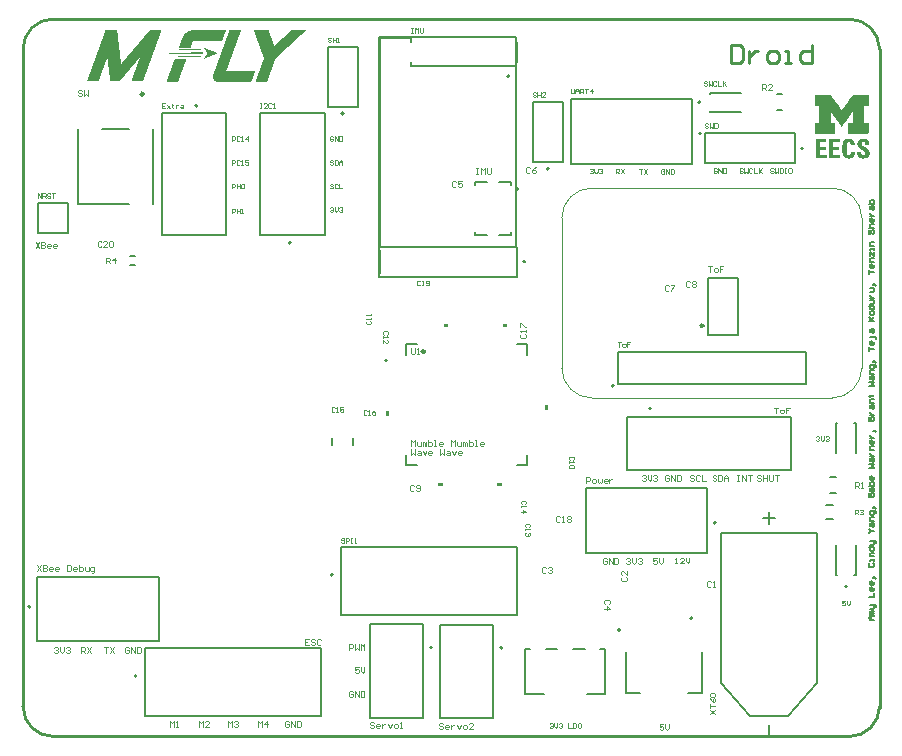
<source format=gto>
G04*
G04 #@! TF.GenerationSoftware,Altium Limited,Altium Designer,25.8.1 (18)*
G04*
G04 Layer_Color=65535*
%FSLAX25Y25*%
%MOIN*%
G70*
G04*
G04 #@! TF.SameCoordinates,CEE5F6FD-B113-487D-9DF9-78F472C9FAAA*
G04*
G04*
G04 #@! TF.FilePolarity,Positive*
G04*
G01*
G75*
%ADD10C,0.00787*%
%ADD11C,0.00600*%
%ADD12C,0.01000*%
%ADD13C,0.00394*%
%ADD14C,0.00984*%
%ADD15C,0.00945*%
%ADD16C,0.00500*%
G36*
X94424Y234962D02*
X94411D01*
Y234935D01*
X94397D01*
Y234921D01*
X94369D01*
Y234907D01*
X94356D01*
Y234893D01*
X94342D01*
Y234880D01*
X94328D01*
Y234866D01*
X94314D01*
Y234852D01*
X94301D01*
Y234838D01*
X94287D01*
Y234824D01*
X94273D01*
Y234811D01*
X94259D01*
Y234797D01*
X94245D01*
Y234783D01*
X94232D01*
Y234769D01*
X94204D01*
Y234756D01*
X94190D01*
Y234742D01*
X94177D01*
Y234728D01*
X94163D01*
Y234714D01*
X94149D01*
Y234700D01*
X94135D01*
Y234687D01*
X94121D01*
Y234673D01*
X94108D01*
Y234659D01*
X94094D01*
Y234645D01*
X94080D01*
Y234632D01*
X94066D01*
Y234618D01*
X94039D01*
Y234604D01*
X94025D01*
Y234590D01*
X94011D01*
Y234577D01*
X93997D01*
Y234563D01*
X93984D01*
Y234549D01*
X93970D01*
Y234535D01*
X93956D01*
Y234521D01*
X93942D01*
Y234508D01*
X93928D01*
Y234494D01*
X93915D01*
Y234480D01*
X93887D01*
Y234466D01*
X93873D01*
Y234453D01*
X93860D01*
Y234439D01*
X93846D01*
Y234425D01*
X93832D01*
Y234411D01*
X93818D01*
Y234397D01*
X93805D01*
Y234384D01*
X93791D01*
Y234370D01*
X93777D01*
Y234356D01*
X93763D01*
Y234342D01*
X93749D01*
Y234329D01*
X93722D01*
Y234315D01*
X93708D01*
Y234301D01*
X93694D01*
Y234287D01*
X93681D01*
Y234273D01*
X93667D01*
Y234260D01*
X93653D01*
Y234246D01*
X93639D01*
Y234232D01*
X93625D01*
Y234218D01*
X93612D01*
Y234205D01*
X93598D01*
Y234191D01*
X93584D01*
Y234177D01*
X93556D01*
Y234163D01*
X93543D01*
Y234149D01*
X93529D01*
Y234136D01*
X93515D01*
Y234122D01*
X93501D01*
Y234108D01*
X93488D01*
Y234094D01*
X93474D01*
Y234081D01*
X93460D01*
Y234067D01*
X93446D01*
Y234053D01*
X93432D01*
Y234039D01*
X93419D01*
Y234025D01*
X93391D01*
Y234012D01*
X93377D01*
Y233998D01*
X93363D01*
Y233984D01*
X93350D01*
Y233970D01*
X93336D01*
Y233957D01*
X93322D01*
Y233943D01*
X93308D01*
Y233929D01*
X93295D01*
Y233915D01*
X93281D01*
Y233901D01*
X93267D01*
Y233888D01*
X93253D01*
Y233874D01*
X93239D01*
Y233860D01*
X93212D01*
Y233846D01*
X93198D01*
Y233833D01*
X93184D01*
Y233819D01*
X93171D01*
Y233805D01*
X93157D01*
Y233791D01*
X93143D01*
Y233777D01*
X93129D01*
Y233764D01*
X93116D01*
Y233750D01*
X93102D01*
Y233736D01*
X93088D01*
Y233722D01*
X93074D01*
Y233708D01*
X93047D01*
Y233695D01*
X93033D01*
Y233681D01*
X93019D01*
Y233667D01*
X93005D01*
Y233653D01*
X92992D01*
Y233640D01*
X92978D01*
Y233626D01*
X92964D01*
Y233612D01*
X92950D01*
Y233598D01*
X92936D01*
Y233584D01*
X92923D01*
Y233571D01*
X92909D01*
Y233557D01*
X92895D01*
Y233543D01*
X92867D01*
Y233529D01*
X92854D01*
Y233516D01*
X92840D01*
Y233502D01*
X92826D01*
Y233488D01*
X92812D01*
Y233474D01*
X92799D01*
Y233460D01*
X92785D01*
Y233447D01*
X92771D01*
Y233433D01*
X92757D01*
Y233419D01*
X92743D01*
Y233405D01*
X92730D01*
Y233391D01*
X92716D01*
Y233378D01*
X92688D01*
Y233364D01*
X92675D01*
Y233350D01*
X92661D01*
Y233336D01*
X92647D01*
Y233323D01*
X92633D01*
Y233309D01*
X92620D01*
Y233295D01*
X92606D01*
Y233281D01*
X92592D01*
Y233267D01*
X92578D01*
Y233254D01*
X92564D01*
Y233240D01*
X92551D01*
Y233226D01*
X92523D01*
Y233212D01*
X92509D01*
Y233199D01*
X92496D01*
Y233185D01*
X92482D01*
Y233171D01*
X92468D01*
Y233157D01*
X92454D01*
Y233143D01*
X92440D01*
Y233130D01*
X92427D01*
Y233116D01*
X92413D01*
Y233102D01*
X92399D01*
Y233088D01*
X92385D01*
Y233075D01*
X92371D01*
Y233061D01*
X92344D01*
Y233047D01*
X92330D01*
Y233033D01*
X92316D01*
Y233019D01*
X92303D01*
Y233006D01*
X92289D01*
Y232992D01*
X92275D01*
Y232978D01*
X92261D01*
Y232964D01*
X92247D01*
Y232951D01*
X92234D01*
Y232937D01*
X92220D01*
Y232923D01*
X92206D01*
Y232909D01*
X92192D01*
Y232895D01*
X92165D01*
Y232882D01*
X92151D01*
Y232868D01*
X92137D01*
Y232854D01*
X92123D01*
Y232840D01*
X92110D01*
Y232827D01*
X92096D01*
Y232813D01*
X92082D01*
Y232799D01*
X92068D01*
Y232785D01*
X92054D01*
Y232771D01*
X92041D01*
Y232758D01*
X92027D01*
Y232744D01*
X91999D01*
Y232730D01*
X91986D01*
Y232716D01*
X91972D01*
Y232703D01*
X91958D01*
Y232689D01*
X91944D01*
Y232675D01*
X91931D01*
Y232661D01*
X91917D01*
Y232647D01*
X91903D01*
Y232634D01*
X91889D01*
Y232620D01*
X91875D01*
Y232606D01*
X91862D01*
Y232592D01*
X91848D01*
Y232578D01*
X91820D01*
Y232565D01*
X91807D01*
Y232551D01*
X91793D01*
Y232537D01*
X91779D01*
Y232523D01*
X91765D01*
Y232510D01*
X91751D01*
Y232496D01*
X91738D01*
Y232482D01*
X91724D01*
Y232468D01*
X91710D01*
Y232454D01*
X91696D01*
Y232441D01*
X91682D01*
Y232427D01*
X91655D01*
Y232413D01*
X91641D01*
Y232399D01*
X91627D01*
Y232386D01*
X91614D01*
Y232372D01*
X91600D01*
Y232358D01*
X91586D01*
Y232344D01*
X91572D01*
Y232330D01*
X91558D01*
Y232317D01*
X91545D01*
Y232303D01*
X91531D01*
Y232289D01*
X91517D01*
Y232275D01*
X91503D01*
Y232262D01*
X91476D01*
Y232248D01*
X91462D01*
Y232234D01*
X91448D01*
Y232220D01*
X91435D01*
Y232207D01*
X91421D01*
Y232193D01*
X91407D01*
Y232179D01*
X91393D01*
Y232165D01*
X91379D01*
Y232151D01*
X91366D01*
Y232138D01*
X91352D01*
Y232124D01*
X91338D01*
Y232110D01*
X91324D01*
Y232096D01*
X91297D01*
Y232083D01*
X91283D01*
Y232069D01*
X91269D01*
Y232055D01*
X91255D01*
Y232041D01*
X91242D01*
Y232027D01*
X91228D01*
Y232014D01*
X91214D01*
Y232000D01*
X91200D01*
Y231986D01*
X91186D01*
Y231972D01*
X91173D01*
Y231959D01*
X91159D01*
Y231945D01*
X91131D01*
Y231931D01*
X91118D01*
Y231917D01*
X91104D01*
Y231903D01*
X91090D01*
Y231890D01*
X91076D01*
Y231876D01*
X91062D01*
Y231862D01*
X91049D01*
Y231848D01*
X91035D01*
Y231835D01*
X91021D01*
Y231821D01*
X91007D01*
Y231807D01*
X90993D01*
Y231793D01*
X90980D01*
Y231779D01*
X90952D01*
Y231766D01*
X90938D01*
Y231752D01*
X90925D01*
Y231738D01*
X90911D01*
Y231724D01*
X90897D01*
Y231711D01*
X90883D01*
Y231697D01*
X90869D01*
Y231683D01*
X90856D01*
Y231669D01*
X90842D01*
Y231655D01*
X90828D01*
Y231642D01*
X90814D01*
Y231628D01*
X90787D01*
Y231614D01*
X90773D01*
Y231600D01*
X90759D01*
Y231587D01*
X90746D01*
Y231573D01*
X90732D01*
Y231559D01*
X90718D01*
Y231545D01*
X90704D01*
Y231531D01*
X90690D01*
Y231518D01*
X90677D01*
Y231504D01*
X90663D01*
Y231490D01*
X90649D01*
Y231476D01*
X90635D01*
Y231462D01*
X90608D01*
Y231449D01*
X90594D01*
Y231435D01*
X90580D01*
Y231421D01*
X90566D01*
Y231407D01*
X90553D01*
Y231394D01*
X90539D01*
Y231380D01*
X90525D01*
Y231366D01*
X90511D01*
Y231352D01*
X90497D01*
Y231338D01*
X90484D01*
Y231325D01*
X90470D01*
Y231311D01*
X90442D01*
Y231297D01*
X90429D01*
Y231283D01*
X90415D01*
Y231270D01*
X90401D01*
Y231256D01*
X90387D01*
Y231242D01*
X90373D01*
Y231228D01*
X90360D01*
Y231214D01*
X90346D01*
Y231201D01*
X90332D01*
Y231187D01*
X90318D01*
Y231173D01*
X90305D01*
Y231159D01*
X90291D01*
Y231146D01*
X90263D01*
Y231132D01*
X90250D01*
Y231118D01*
X90236D01*
Y231104D01*
X90222D01*
Y231090D01*
X90208D01*
Y231077D01*
X90194D01*
Y231063D01*
X90181D01*
Y231049D01*
X90167D01*
Y231035D01*
X90153D01*
Y231021D01*
X90139D01*
Y231008D01*
X90125D01*
Y230994D01*
X90098D01*
Y230980D01*
X90084D01*
Y230966D01*
X90070D01*
Y230953D01*
X90057D01*
Y230939D01*
X90043D01*
Y230925D01*
X90029D01*
Y230911D01*
X90015D01*
Y230897D01*
X90001D01*
Y230884D01*
X89988D01*
Y230870D01*
X89974D01*
Y230856D01*
X89960D01*
Y230842D01*
X89946D01*
Y230829D01*
X89919D01*
Y230815D01*
X89905D01*
Y230801D01*
X89891D01*
Y230787D01*
X89877D01*
Y230773D01*
X89864D01*
Y230760D01*
X89850D01*
Y230746D01*
X89836D01*
Y230732D01*
X89822D01*
Y230718D01*
X89808D01*
Y230705D01*
X89795D01*
Y230691D01*
X89781D01*
Y230677D01*
X89753D01*
Y230663D01*
X89740D01*
Y230649D01*
X89726D01*
Y230636D01*
X89712D01*
Y230622D01*
X89698D01*
Y230608D01*
X89684D01*
Y230594D01*
X89671D01*
Y230581D01*
X89657D01*
Y230567D01*
X89643D01*
Y230553D01*
X89629D01*
Y230539D01*
X89616D01*
Y230525D01*
X89602D01*
Y230512D01*
X89574D01*
Y230498D01*
X89561D01*
Y230484D01*
X89547D01*
Y230470D01*
X89533D01*
Y230457D01*
X89519D01*
Y230443D01*
X89505D01*
Y230429D01*
X89492D01*
Y230415D01*
X89478D01*
Y230401D01*
X89464D01*
Y230388D01*
X89450D01*
Y230374D01*
X89437D01*
Y230360D01*
X89409D01*
Y230346D01*
X89395D01*
Y230332D01*
X89381D01*
Y230319D01*
X89368D01*
Y230305D01*
X89354D01*
Y230291D01*
X89340D01*
Y230277D01*
X89326D01*
Y230264D01*
X89312D01*
Y230250D01*
X89299D01*
Y230236D01*
X89285D01*
Y230222D01*
X89271D01*
Y230208D01*
X89244D01*
Y230195D01*
X89230D01*
Y230181D01*
X89216D01*
Y230167D01*
X89202D01*
Y230153D01*
X89188D01*
Y230140D01*
X89175D01*
Y230126D01*
X89161D01*
Y230112D01*
X89147D01*
Y230098D01*
X89133D01*
Y230084D01*
X89120D01*
Y230071D01*
X89106D01*
Y230057D01*
X89092D01*
Y230043D01*
X89064D01*
Y230029D01*
X89051D01*
Y230016D01*
X89037D01*
Y230002D01*
X89023D01*
Y229988D01*
X89009D01*
Y229974D01*
X88995D01*
Y229960D01*
X88982D01*
Y229947D01*
X88968D01*
Y229933D01*
X88954D01*
Y229919D01*
X88940D01*
Y229905D01*
X88927D01*
Y229892D01*
X88899D01*
Y229878D01*
X88885D01*
Y229864D01*
X88872D01*
Y229850D01*
X88858D01*
Y229837D01*
X88844D01*
Y229823D01*
X88830D01*
Y229809D01*
X88816D01*
Y229795D01*
X88803D01*
Y229781D01*
X88789D01*
Y229768D01*
X88775D01*
Y229754D01*
X88761D01*
Y229740D01*
X88748D01*
Y229726D01*
X88720D01*
Y229713D01*
X88706D01*
Y229699D01*
X88692D01*
Y229685D01*
X88679D01*
Y229671D01*
X88665D01*
Y229657D01*
X88651D01*
Y229644D01*
X88637D01*
Y229630D01*
X88623D01*
Y229616D01*
X88610D01*
Y229602D01*
X88596D01*
Y229589D01*
X88582D01*
Y229575D01*
X88555D01*
Y229561D01*
X88541D01*
Y229547D01*
X88527D01*
Y229533D01*
X88513D01*
Y229520D01*
X88499D01*
Y229506D01*
X88486D01*
Y229492D01*
X88472D01*
Y229478D01*
X88458D01*
Y229465D01*
X88444D01*
Y229451D01*
X88431D01*
Y229437D01*
X88417D01*
Y229423D01*
X88389D01*
Y229409D01*
X88376D01*
Y229396D01*
X88362D01*
Y229382D01*
X88348D01*
Y229368D01*
X88334D01*
Y229354D01*
X88320D01*
Y229341D01*
X88307D01*
Y229327D01*
X88293D01*
Y229313D01*
X88279D01*
Y229299D01*
X88265D01*
Y229285D01*
X88252D01*
Y229272D01*
X88238D01*
Y229258D01*
X88210D01*
Y229244D01*
X88196D01*
Y229230D01*
X88183D01*
Y229216D01*
X88169D01*
Y229203D01*
X88155D01*
Y229189D01*
X88141D01*
Y229175D01*
X88127D01*
Y229161D01*
X88114D01*
Y229148D01*
X88100D01*
Y229134D01*
X88086D01*
Y229120D01*
X88072D01*
Y229106D01*
X88045D01*
Y229092D01*
X88031D01*
Y229079D01*
X88017D01*
Y229065D01*
X88003D01*
Y229051D01*
X87990D01*
Y229037D01*
X87976D01*
Y229024D01*
X87962D01*
Y229010D01*
X87948D01*
Y228996D01*
X87935D01*
Y228982D01*
X87921D01*
Y228968D01*
X87907D01*
Y228955D01*
X87893D01*
Y228941D01*
X87866D01*
Y228927D01*
X87852D01*
Y228913D01*
X87838D01*
Y228900D01*
X87824D01*
Y228886D01*
X87810D01*
Y228872D01*
X87797D01*
Y228858D01*
X87783D01*
Y228844D01*
X87769D01*
Y228831D01*
X87755D01*
Y228817D01*
X87742D01*
Y228803D01*
X87728D01*
Y228789D01*
X87700D01*
Y228776D01*
X87687D01*
Y228762D01*
X87673D01*
Y228748D01*
X87659D01*
Y228734D01*
X87645D01*
Y228720D01*
X87631D01*
Y228707D01*
X87618D01*
Y228693D01*
X87604D01*
Y228679D01*
X87590D01*
Y228665D01*
X87576D01*
Y228651D01*
X87563D01*
Y228638D01*
X87549D01*
Y228624D01*
X87521D01*
Y228610D01*
X87507D01*
Y228596D01*
X87494D01*
Y228583D01*
X87480D01*
Y228569D01*
X87466D01*
Y228555D01*
X87452D01*
Y228541D01*
X87438D01*
Y228527D01*
X87425D01*
Y228514D01*
X87411D01*
Y228500D01*
X87397D01*
Y228486D01*
X87383D01*
Y228472D01*
X87370D01*
Y228459D01*
X87342D01*
Y228445D01*
X87328D01*
Y228431D01*
X87314D01*
Y228417D01*
X87301D01*
Y228403D01*
X87287D01*
Y228390D01*
X87273D01*
Y228376D01*
X87259D01*
Y228362D01*
X87246D01*
Y228348D01*
X87232D01*
Y228335D01*
X87218D01*
Y228321D01*
X87204D01*
Y228307D01*
X87177D01*
Y228293D01*
X87163D01*
Y228279D01*
X87149D01*
Y228266D01*
X87135D01*
Y228252D01*
X87122D01*
Y228238D01*
X87108D01*
Y228224D01*
X87094D01*
Y228211D01*
X87080D01*
Y228197D01*
X87067D01*
Y228183D01*
X87053D01*
Y228169D01*
X87039D01*
Y228155D01*
X87025D01*
Y228142D01*
X86998D01*
Y228128D01*
X86984D01*
Y228114D01*
X86970D01*
Y228100D01*
X86956D01*
Y228086D01*
X86942D01*
Y228073D01*
X86929D01*
Y228059D01*
X86915D01*
Y228045D01*
X86901D01*
Y228031D01*
X86887D01*
Y228018D01*
X86874D01*
Y228004D01*
X86860D01*
Y227990D01*
X86846D01*
Y227976D01*
X86818D01*
Y227962D01*
X86805D01*
Y227949D01*
X86791D01*
Y227935D01*
X86777D01*
Y227921D01*
X86763D01*
Y227907D01*
X86750D01*
Y227894D01*
X86736D01*
Y227880D01*
X86722D01*
Y227866D01*
X86708D01*
Y227852D01*
X86694D01*
Y227838D01*
X86681D01*
Y227825D01*
X86667D01*
Y227811D01*
X86639D01*
Y227797D01*
X86625D01*
Y227783D01*
X86612D01*
Y227770D01*
X86598D01*
Y227756D01*
X86584D01*
Y227742D01*
X86570D01*
Y227728D01*
X86557D01*
Y227714D01*
X86543D01*
Y227701D01*
X86529D01*
Y227687D01*
X86515D01*
Y227673D01*
X86501D01*
Y227659D01*
X86488D01*
Y227646D01*
X86460D01*
Y227632D01*
X86446D01*
Y227618D01*
X86433D01*
Y227604D01*
X86419D01*
Y227590D01*
X86405D01*
Y227577D01*
X86391D01*
Y227563D01*
X86378D01*
Y227549D01*
X86364D01*
Y227535D01*
X86350D01*
Y227522D01*
X86336D01*
Y227508D01*
X86322D01*
Y227494D01*
X86309D01*
Y227480D01*
X86281D01*
Y227467D01*
X86267D01*
Y227453D01*
X86253D01*
Y227439D01*
X86240D01*
Y227425D01*
X86226D01*
Y227411D01*
X86212D01*
Y227398D01*
X86198D01*
Y227384D01*
X86185D01*
Y227370D01*
X86171D01*
Y227356D01*
X86157D01*
Y227343D01*
X86143D01*
Y227329D01*
X86116D01*
Y227315D01*
X86102D01*
Y227301D01*
X86088D01*
Y227287D01*
X86074D01*
Y227274D01*
X86061D01*
Y227260D01*
X86047D01*
Y227246D01*
X86033D01*
Y227232D01*
X86019D01*
Y227219D01*
X86006D01*
Y227205D01*
X85992D01*
Y227191D01*
X85978D01*
Y227177D01*
X85964D01*
Y227163D01*
X85937D01*
Y227150D01*
X85923D01*
Y227136D01*
X85909D01*
Y227122D01*
X85895D01*
Y227108D01*
X85881D01*
Y227094D01*
X85868D01*
Y227081D01*
X85854D01*
Y227067D01*
X85840D01*
Y227053D01*
X85826D01*
Y227039D01*
X85813D01*
Y227026D01*
X85799D01*
Y227012D01*
X85785D01*
Y226998D01*
X85757D01*
Y226984D01*
X85744D01*
Y226970D01*
X85730D01*
Y226957D01*
X85716D01*
Y226943D01*
X85702D01*
Y226929D01*
X85689D01*
Y226915D01*
X85675D01*
Y226902D01*
X85661D01*
Y226888D01*
X85647D01*
Y226874D01*
X85633D01*
Y226860D01*
X85620D01*
Y226846D01*
X85592D01*
Y226833D01*
X85578D01*
Y226819D01*
X85565D01*
Y226805D01*
X85551D01*
Y226791D01*
X85537D01*
Y226778D01*
X85523D01*
Y226764D01*
X85509D01*
Y226750D01*
X85496D01*
Y226736D01*
X85482D01*
Y226722D01*
X85468D01*
Y226709D01*
X85454D01*
Y226695D01*
X85440D01*
Y226681D01*
X85413D01*
Y226667D01*
X85399D01*
Y226654D01*
X85385D01*
Y226640D01*
X85372D01*
Y226626D01*
X85358D01*
Y226612D01*
X85344D01*
Y226598D01*
X85330D01*
Y226585D01*
X85316D01*
Y226571D01*
X85303D01*
Y226557D01*
X85289D01*
Y226543D01*
X85275D01*
Y226530D01*
X85248D01*
Y226516D01*
X85234D01*
Y226502D01*
X85220D01*
Y226488D01*
X85206D01*
Y226474D01*
X85193D01*
Y226461D01*
X85179D01*
Y226447D01*
X85165D01*
Y226433D01*
X85151D01*
Y226419D01*
X85137D01*
Y226406D01*
X85124D01*
Y226392D01*
X85110D01*
Y226378D01*
X85096D01*
Y226364D01*
X85069D01*
Y226350D01*
X85055D01*
Y226337D01*
X85041D01*
Y226323D01*
X85027D01*
Y226309D01*
X85013D01*
Y226295D01*
X85000D01*
Y226281D01*
X84986D01*
Y226268D01*
X84972D01*
Y226254D01*
X84958D01*
Y226240D01*
X84944D01*
Y226226D01*
X84931D01*
Y226213D01*
X84903D01*
Y226199D01*
X84889D01*
Y226185D01*
X84876D01*
Y226171D01*
X84862D01*
Y226157D01*
X84848D01*
Y226144D01*
X84834D01*
Y226130D01*
X84820D01*
Y226116D01*
X84807D01*
Y226102D01*
X84793D01*
Y226089D01*
X84779D01*
Y226075D01*
X84765D01*
Y226061D01*
X84752D01*
Y226047D01*
X84724D01*
Y226033D01*
X84710D01*
Y226020D01*
X84696D01*
Y226006D01*
X84683D01*
Y225992D01*
X84669D01*
Y225978D01*
X84655D01*
Y225965D01*
X84641D01*
Y225951D01*
X84627D01*
Y225937D01*
X84614D01*
Y225923D01*
X84600D01*
Y225909D01*
X84586D01*
Y225896D01*
X84559D01*
Y225882D01*
X84545D01*
Y225868D01*
X84531D01*
Y225854D01*
X84517D01*
Y225840D01*
X84504D01*
Y225827D01*
X84490D01*
Y225813D01*
X84476D01*
Y225799D01*
X84462D01*
Y225785D01*
X84448D01*
Y225772D01*
X84435D01*
Y225758D01*
X84421D01*
Y225744D01*
X84393D01*
Y225730D01*
X84380D01*
Y225716D01*
X84366D01*
Y225703D01*
X84352D01*
Y225689D01*
X84338D01*
Y225675D01*
X84324D01*
Y225661D01*
X84311D01*
Y225648D01*
X84297D01*
Y225634D01*
X84283D01*
Y225620D01*
X84269D01*
Y225592D01*
X84255D01*
Y225565D01*
X84242D01*
Y225537D01*
X84228D01*
Y225510D01*
X84214D01*
Y225468D01*
X84200D01*
Y225427D01*
X84187D01*
Y225386D01*
X84173D01*
Y225344D01*
X84159D01*
Y225317D01*
X84145D01*
Y225276D01*
X84131D01*
Y225234D01*
X84118D01*
Y225193D01*
X84104D01*
Y225152D01*
X84090D01*
Y225110D01*
X84076D01*
Y225069D01*
X84063D01*
Y225041D01*
X84049D01*
Y225000D01*
X84035D01*
Y224959D01*
X84021D01*
Y224917D01*
X84008D01*
Y224890D01*
X83994D01*
Y224848D01*
X83980D01*
Y224807D01*
X83966D01*
Y224766D01*
X83952D01*
Y224738D01*
X83939D01*
Y224697D01*
X83925D01*
Y224656D01*
X83911D01*
Y224614D01*
X83897D01*
Y224587D01*
X83884D01*
Y224545D01*
X83870D01*
Y224504D01*
X83856D01*
Y224476D01*
X83842D01*
Y224435D01*
X83828D01*
Y224394D01*
X83815D01*
Y224352D01*
X83801D01*
Y224325D01*
X83787D01*
Y224284D01*
X83773D01*
Y224256D01*
X83759D01*
Y224215D01*
X83746D01*
Y224173D01*
X83732D01*
Y224146D01*
X83718D01*
Y224104D01*
X83704D01*
Y224077D01*
X83691D01*
Y224036D01*
X83677D01*
Y223994D01*
X83663D01*
Y223953D01*
X83649D01*
Y223911D01*
X83635D01*
Y223884D01*
X83622D01*
Y223843D01*
X83608D01*
Y223801D01*
X83594D01*
Y223760D01*
X83580D01*
Y223719D01*
X83566D01*
Y223677D01*
X83553D01*
Y223650D01*
X83539D01*
Y223608D01*
X83525D01*
Y223567D01*
X83511D01*
Y223526D01*
X83498D01*
Y223498D01*
X83484D01*
Y223457D01*
X83470D01*
Y223415D01*
X83456D01*
Y223388D01*
X83442D01*
Y223346D01*
X83429D01*
Y223319D01*
X83415D01*
Y223278D01*
X83401D01*
Y223236D01*
X83387D01*
Y223195D01*
X83374D01*
Y223167D01*
X83360D01*
Y223126D01*
X83346D01*
Y223085D01*
X83332D01*
Y223043D01*
X83319D01*
Y223002D01*
X83305D01*
Y222974D01*
X83291D01*
Y222933D01*
X83277D01*
Y222892D01*
X83263D01*
Y222850D01*
X83250D01*
Y222809D01*
X83236D01*
Y222782D01*
X83222D01*
Y222740D01*
X83208D01*
Y222699D01*
X83195D01*
Y222671D01*
X83181D01*
Y222630D01*
X83167D01*
Y222589D01*
X83153D01*
Y222561D01*
X83139D01*
Y222520D01*
X83126D01*
Y222492D01*
X83112D01*
Y222451D01*
X83098D01*
Y222410D01*
X83084D01*
Y222368D01*
X83070D01*
Y222341D01*
X83057D01*
Y222299D01*
X83043D01*
Y222258D01*
X83029D01*
Y222217D01*
X83015D01*
Y222175D01*
X83002D01*
Y222134D01*
X82988D01*
Y222106D01*
X82974D01*
Y222065D01*
X82960D01*
Y222024D01*
X82946D01*
Y221982D01*
X82933D01*
Y221941D01*
X82919D01*
Y221900D01*
X82905D01*
Y221872D01*
X82891D01*
Y221831D01*
X82878D01*
Y221790D01*
X82864D01*
Y221748D01*
X82850D01*
Y221721D01*
X82836D01*
Y221679D01*
X82823D01*
Y221638D01*
X82809D01*
Y221610D01*
X82795D01*
Y221569D01*
X82781D01*
Y221528D01*
X82767D01*
Y221500D01*
X82754D01*
Y221459D01*
X82740D01*
Y221417D01*
X82726D01*
Y221390D01*
X82712D01*
Y221349D01*
X82699D01*
Y221307D01*
X82685D01*
Y221280D01*
X82671D01*
Y221238D01*
X82657D01*
Y221197D01*
X82643D01*
Y221169D01*
X82630D01*
Y221128D01*
X82616D01*
Y221087D01*
X82602D01*
Y221045D01*
X82588D01*
Y221004D01*
X82574D01*
Y220963D01*
X82561D01*
Y220921D01*
X82547D01*
Y220894D01*
X82533D01*
Y220852D01*
X82519D01*
Y220811D01*
X82506D01*
Y220770D01*
X82492D01*
Y220742D01*
X82478D01*
Y220701D01*
X82464D01*
Y220660D01*
X82450D01*
Y220632D01*
X82437D01*
Y220591D01*
X82423D01*
Y220549D01*
X82409D01*
Y220522D01*
X82395D01*
Y220480D01*
X82382D01*
Y220453D01*
X82368D01*
Y220411D01*
X82354D01*
Y220370D01*
X82340D01*
Y220329D01*
X82326D01*
Y220301D01*
X82313D01*
Y220260D01*
X82299D01*
Y220219D01*
X82285D01*
Y220177D01*
X82271D01*
Y220136D01*
X82257D01*
Y220108D01*
X82244D01*
Y220067D01*
X82230D01*
Y220026D01*
X82216D01*
Y219984D01*
X82202D01*
Y219943D01*
X82189D01*
Y219902D01*
X82175D01*
Y219874D01*
X82161D01*
Y219833D01*
X82147D01*
Y219792D01*
X82134D01*
Y219750D01*
X82120D01*
Y219709D01*
X82106D01*
Y219681D01*
X82092D01*
Y219640D01*
X82078D01*
Y219599D01*
X82065D01*
Y219557D01*
X82051D01*
Y219530D01*
X82037D01*
Y219488D01*
X82023D01*
Y219461D01*
X82010D01*
Y219420D01*
X81996D01*
Y219392D01*
X81982D01*
Y219351D01*
X81968D01*
Y219309D01*
X81954D01*
Y219282D01*
X81941D01*
Y219240D01*
X81927D01*
Y219199D01*
X81913D01*
Y219158D01*
X81899D01*
Y219130D01*
X81885D01*
Y219089D01*
X81872D01*
Y219047D01*
X81858D01*
Y219006D01*
X81844D01*
Y218965D01*
X81830D01*
Y218923D01*
X81817D01*
Y218882D01*
X81803D01*
Y218854D01*
X81789D01*
Y218813D01*
X81775D01*
Y218772D01*
X81761D01*
Y218730D01*
X81748D01*
Y218703D01*
X81734D01*
Y218662D01*
X81720D01*
Y218620D01*
X81706D01*
Y218593D01*
X81693D01*
Y218551D01*
X81679D01*
Y218510D01*
X81665D01*
Y218482D01*
X81651D01*
Y218441D01*
X81638D01*
Y218400D01*
X81624D01*
Y218372D01*
X81610D01*
Y218331D01*
X81596D01*
Y218290D01*
X81582D01*
Y218248D01*
X81569D01*
Y218207D01*
X81555D01*
Y218179D01*
X81541D01*
Y218138D01*
X81527D01*
Y218097D01*
X81514D01*
Y218055D01*
X81500D01*
Y218014D01*
X81486D01*
Y217986D01*
X81472D01*
Y217945D01*
X81458D01*
Y217904D01*
X81445D01*
Y217862D01*
X81431D01*
Y217835D01*
X81417D01*
Y217821D01*
X81403D01*
Y217807D01*
X81389D01*
Y217793D01*
X77559D01*
Y217807D01*
X77545D01*
Y217821D01*
X77531D01*
Y217835D01*
X77545D01*
Y217862D01*
X77559D01*
Y217890D01*
X77573D01*
Y217931D01*
X77586D01*
Y217973D01*
X77600D01*
Y218014D01*
X77614D01*
Y218041D01*
X77628D01*
Y218083D01*
X77641D01*
Y218124D01*
X77655D01*
Y218165D01*
X77669D01*
Y218207D01*
X77683D01*
Y218234D01*
X77697D01*
Y218276D01*
X77710D01*
Y218317D01*
X77724D01*
Y218358D01*
X77738D01*
Y218386D01*
X77752D01*
Y218427D01*
X77766D01*
Y218469D01*
X77779D01*
Y218496D01*
X77793D01*
Y218538D01*
X77807D01*
Y218579D01*
X77821D01*
Y218606D01*
X77834D01*
Y218648D01*
X77848D01*
Y218689D01*
X77862D01*
Y218717D01*
X77876D01*
Y218758D01*
X77890D01*
Y218799D01*
X77903D01*
Y218841D01*
X77917D01*
Y218868D01*
X77931D01*
Y218910D01*
X77945D01*
Y218951D01*
X77958D01*
Y218992D01*
X77972D01*
Y219020D01*
X77986D01*
Y219061D01*
X78000D01*
Y219103D01*
X78013D01*
Y219144D01*
X78027D01*
Y219171D01*
X78041D01*
Y219213D01*
X78055D01*
Y219254D01*
X78069D01*
Y219295D01*
X78082D01*
Y219323D01*
X78096D01*
Y219364D01*
X78110D01*
Y219406D01*
X78124D01*
Y219447D01*
X78138D01*
Y219475D01*
X78151D01*
Y219516D01*
X78165D01*
Y219557D01*
X78179D01*
Y219599D01*
X78193D01*
Y219640D01*
X78206D01*
Y219681D01*
X78220D01*
Y219709D01*
X78234D01*
Y219750D01*
X78248D01*
Y219792D01*
X78262D01*
Y219833D01*
X78275D01*
Y219874D01*
X78289D01*
Y219902D01*
X78303D01*
Y219943D01*
X78317D01*
Y219984D01*
X78330D01*
Y220026D01*
X78344D01*
Y220053D01*
X78358D01*
Y220095D01*
X78372D01*
Y220136D01*
X78386D01*
Y220163D01*
X78399D01*
Y220205D01*
X78413D01*
Y220232D01*
X78427D01*
Y220274D01*
X78441D01*
Y220315D01*
X78455D01*
Y220343D01*
X78468D01*
Y220384D01*
X78482D01*
Y220425D01*
X78496D01*
Y220467D01*
X78510D01*
Y220508D01*
X78523D01*
Y220536D01*
X78537D01*
Y220577D01*
X78551D01*
Y220618D01*
X78565D01*
Y220660D01*
X78579D01*
Y220701D01*
X78592D01*
Y220742D01*
X78606D01*
Y220770D01*
X78620D01*
Y220811D01*
X78634D01*
Y220852D01*
X78647D01*
Y220880D01*
X78661D01*
Y220921D01*
X78675D01*
Y220963D01*
X78689D01*
Y220990D01*
X78702D01*
Y221032D01*
X78716D01*
Y221073D01*
X78730D01*
Y221100D01*
X78744D01*
Y221142D01*
X78758D01*
Y221183D01*
X78771D01*
Y221211D01*
X78785D01*
Y221252D01*
X78799D01*
Y221293D01*
X78813D01*
Y221321D01*
X78826D01*
Y221362D01*
X78840D01*
Y221404D01*
X78854D01*
Y221445D01*
X78868D01*
Y221486D01*
X78882D01*
Y221528D01*
X78895D01*
Y221555D01*
X78909D01*
Y221597D01*
X78923D01*
Y221638D01*
X78937D01*
Y221679D01*
X78951D01*
Y221721D01*
X78964D01*
Y221762D01*
X78978D01*
Y221790D01*
X78992D01*
Y221831D01*
X79006D01*
Y221872D01*
X79019D01*
Y221914D01*
X79033D01*
Y221955D01*
X79047D01*
Y221982D01*
X79061D01*
Y222024D01*
X79075D01*
Y222065D01*
X79088D01*
Y222093D01*
X79102D01*
Y222134D01*
X79116D01*
Y222175D01*
X79130D01*
Y222203D01*
X79143D01*
Y222244D01*
X79157D01*
Y222286D01*
X79171D01*
Y222313D01*
X79185D01*
Y222354D01*
X79199D01*
Y222382D01*
X79212D01*
Y222423D01*
X79226D01*
Y222465D01*
X79240D01*
Y222492D01*
X79254D01*
Y222533D01*
X79268D01*
Y222575D01*
X79281D01*
Y222616D01*
X79295D01*
Y222657D01*
X79309D01*
Y222699D01*
X79323D01*
Y222726D01*
X79336D01*
Y222768D01*
X79350D01*
Y222809D01*
X79364D01*
Y222850D01*
X79378D01*
Y222892D01*
X79391D01*
Y222933D01*
X79405D01*
Y222961D01*
X79419D01*
Y223002D01*
X79433D01*
Y223043D01*
X79447D01*
Y223071D01*
X79460D01*
Y223112D01*
X79474D01*
Y223140D01*
X79488D01*
Y223181D01*
X79502D01*
Y223222D01*
X79515D01*
Y223250D01*
X79529D01*
Y223291D01*
X79543D01*
Y223333D01*
X79557D01*
Y223360D01*
X79571D01*
Y223402D01*
X79584D01*
Y223443D01*
X79598D01*
Y223484D01*
X79612D01*
Y223526D01*
X79626D01*
Y223567D01*
X79640D01*
Y223594D01*
X79653D01*
Y223636D01*
X79667D01*
Y223677D01*
X79681D01*
Y223719D01*
X79695D01*
Y223760D01*
X79708D01*
Y223787D01*
X79722D01*
Y223829D01*
X79736D01*
Y223870D01*
X79750D01*
Y223898D01*
X79764D01*
Y223939D01*
X79777D01*
Y223980D01*
X79791D01*
Y224008D01*
X79805D01*
Y224049D01*
X79819D01*
Y224091D01*
X79832D01*
Y224118D01*
X79846D01*
Y224160D01*
X79860D01*
Y224201D01*
X79874D01*
Y224242D01*
X79887D01*
Y224270D01*
X79901D01*
Y224311D01*
X79915D01*
Y224352D01*
X79929D01*
Y224394D01*
X79943D01*
Y224421D01*
X79956D01*
Y224463D01*
X79970D01*
Y224504D01*
X79984D01*
Y224545D01*
X79998D01*
Y224573D01*
X80011D01*
Y224614D01*
X80025D01*
Y224656D01*
X80039D01*
Y224697D01*
X80053D01*
Y224724D01*
X80067D01*
Y224766D01*
X80080D01*
Y224807D01*
X80094D01*
Y224848D01*
X80108D01*
Y224876D01*
X80122D01*
Y224917D01*
X80136D01*
Y224959D01*
X80149D01*
Y224986D01*
X80163D01*
Y225028D01*
X80177D01*
Y225069D01*
X80191D01*
Y225097D01*
X80204D01*
Y225138D01*
X80218D01*
Y225179D01*
X80232D01*
Y225220D01*
X80246D01*
Y225248D01*
X80260D01*
Y225289D01*
X80273D01*
Y225331D01*
X80287D01*
Y225372D01*
X80301D01*
Y225400D01*
X80315D01*
Y225441D01*
X80328D01*
Y225482D01*
X80342D01*
Y225510D01*
X80356D01*
Y225565D01*
X80370D01*
Y225648D01*
X80356D01*
Y225716D01*
X80342D01*
Y225758D01*
X80328D01*
Y225785D01*
X80315D01*
Y225827D01*
X80301D01*
Y225868D01*
X80287D01*
Y225896D01*
X80273D01*
Y225937D01*
X80260D01*
Y225978D01*
X80246D01*
Y226020D01*
X80232D01*
Y226061D01*
X80218D01*
Y226089D01*
X80204D01*
Y226130D01*
X80191D01*
Y226171D01*
X80177D01*
Y226213D01*
X80163D01*
Y226240D01*
X80149D01*
Y226281D01*
X80136D01*
Y226323D01*
X80122D01*
Y226350D01*
X80108D01*
Y226392D01*
X80094D01*
Y226433D01*
X80080D01*
Y226474D01*
X80067D01*
Y226516D01*
X80053D01*
Y226543D01*
X80039D01*
Y226585D01*
X80025D01*
Y226626D01*
X80011D01*
Y226667D01*
X79998D01*
Y226709D01*
X79984D01*
Y226750D01*
X79970D01*
Y226791D01*
X79956D01*
Y226833D01*
X79943D01*
Y226860D01*
X79929D01*
Y226902D01*
X79915D01*
Y226943D01*
X79901D01*
Y226984D01*
X79887D01*
Y227012D01*
X79874D01*
Y227053D01*
X79860D01*
Y227094D01*
X79846D01*
Y227122D01*
X79832D01*
Y227163D01*
X79819D01*
Y227205D01*
X79805D01*
Y227246D01*
X79791D01*
Y227274D01*
X79777D01*
Y227315D01*
X79764D01*
Y227356D01*
X79750D01*
Y227384D01*
X79736D01*
Y227425D01*
X79722D01*
Y227467D01*
X79708D01*
Y227508D01*
X79695D01*
Y227535D01*
X79681D01*
Y227577D01*
X79667D01*
Y227618D01*
X79653D01*
Y227659D01*
X79640D01*
Y227701D01*
X79626D01*
Y227742D01*
X79612D01*
Y227783D01*
X79598D01*
Y227825D01*
X79584D01*
Y227866D01*
X79571D01*
Y227907D01*
X79557D01*
Y227949D01*
X79543D01*
Y227976D01*
X79529D01*
Y228018D01*
X79515D01*
Y228059D01*
X79502D01*
Y228086D01*
X79488D01*
Y228128D01*
X79474D01*
Y228169D01*
X79460D01*
Y228197D01*
X79447D01*
Y228238D01*
X79433D01*
Y228279D01*
X79419D01*
Y228307D01*
X79405D01*
Y228348D01*
X79391D01*
Y228390D01*
X79378D01*
Y228431D01*
X79364D01*
Y228472D01*
X79350D01*
Y228514D01*
X79336D01*
Y228541D01*
X79323D01*
Y228583D01*
X79309D01*
Y228624D01*
X79295D01*
Y228665D01*
X79281D01*
Y228707D01*
X79268D01*
Y228748D01*
X79254D01*
Y228789D01*
X79240D01*
Y228831D01*
X79226D01*
Y228872D01*
X79212D01*
Y228900D01*
X79199D01*
Y228941D01*
X79185D01*
Y228982D01*
X79171D01*
Y229010D01*
X79157D01*
Y229051D01*
X79143D01*
Y229092D01*
X79130D01*
Y229134D01*
X79116D01*
Y229161D01*
X79102D01*
Y229203D01*
X79088D01*
Y229244D01*
X79075D01*
Y229272D01*
X79061D01*
Y229313D01*
X79047D01*
Y229354D01*
X79033D01*
Y229382D01*
X79019D01*
Y229423D01*
X79006D01*
Y229465D01*
X78992D01*
Y229506D01*
X78978D01*
Y229533D01*
X78964D01*
Y229575D01*
X78951D01*
Y229616D01*
X78937D01*
Y229657D01*
X78923D01*
Y229699D01*
X78909D01*
Y229740D01*
X78895D01*
Y229781D01*
X78882D01*
Y229823D01*
X78868D01*
Y229864D01*
X78854D01*
Y229892D01*
X78840D01*
Y229933D01*
X78826D01*
Y229974D01*
X78813D01*
Y230016D01*
X78799D01*
Y230057D01*
X78785D01*
Y230098D01*
X78771D01*
Y230126D01*
X78758D01*
Y230167D01*
X78744D01*
Y230208D01*
X78730D01*
Y230250D01*
X78716D01*
Y230277D01*
X78702D01*
Y230319D01*
X78689D01*
Y230346D01*
X78675D01*
Y230388D01*
X78661D01*
Y230429D01*
X78647D01*
Y230457D01*
X78634D01*
Y230498D01*
X78620D01*
Y230539D01*
X78606D01*
Y230581D01*
X78592D01*
Y230622D01*
X78579D01*
Y230663D01*
X78565D01*
Y230691D01*
X78551D01*
Y230732D01*
X78537D01*
Y230773D01*
X78523D01*
Y230815D01*
X78510D01*
Y230856D01*
X78496D01*
Y230897D01*
X78482D01*
Y230939D01*
X78468D01*
Y230980D01*
X78455D01*
Y231008D01*
X78441D01*
Y231049D01*
X78427D01*
Y231090D01*
X78413D01*
Y231118D01*
X78399D01*
Y231159D01*
X78386D01*
Y231201D01*
X78372D01*
Y231242D01*
X78358D01*
Y231270D01*
X78344D01*
Y231311D01*
X78330D01*
Y231352D01*
X78317D01*
Y231394D01*
X78303D01*
Y231421D01*
X78289D01*
Y231462D01*
X78275D01*
Y231504D01*
X78262D01*
Y231545D01*
X78248D01*
Y231587D01*
X78234D01*
Y231628D01*
X78220D01*
Y231669D01*
X78206D01*
Y231711D01*
X78193D01*
Y231752D01*
X78179D01*
Y231779D01*
X78165D01*
Y231821D01*
X78151D01*
Y231862D01*
X78138D01*
Y231903D01*
X78124D01*
Y231945D01*
X78110D01*
Y231972D01*
X78096D01*
Y232014D01*
X78082D01*
Y232055D01*
X78069D01*
Y232096D01*
X78055D01*
Y232138D01*
X78041D01*
Y232165D01*
X78027D01*
Y232207D01*
X78013D01*
Y232248D01*
X78000D01*
Y232289D01*
X77986D01*
Y232317D01*
X77972D01*
Y232358D01*
X77958D01*
Y232399D01*
X77945D01*
Y232441D01*
X77931D01*
Y232482D01*
X77917D01*
Y232510D01*
X77903D01*
Y232551D01*
X77890D01*
Y232592D01*
X77876D01*
Y232620D01*
X77862D01*
Y232661D01*
X77848D01*
Y232703D01*
X77834D01*
Y232730D01*
X77821D01*
Y232771D01*
X77807D01*
Y232813D01*
X77793D01*
Y232840D01*
X77779D01*
Y232882D01*
X77766D01*
Y232923D01*
X77752D01*
Y232964D01*
X77738D01*
Y232992D01*
X77724D01*
Y233033D01*
X77710D01*
Y233075D01*
X77697D01*
Y233116D01*
X77683D01*
Y233157D01*
X77669D01*
Y233199D01*
X77655D01*
Y233240D01*
X77641D01*
Y233267D01*
X77628D01*
Y233309D01*
X77614D01*
Y233350D01*
X77600D01*
Y233391D01*
X77586D01*
Y233433D01*
X77573D01*
Y233474D01*
X77559D01*
Y233516D01*
X77545D01*
Y233543D01*
X77531D01*
Y233584D01*
X77517D01*
Y233626D01*
X77504D01*
Y233653D01*
X77490D01*
Y233695D01*
X77476D01*
Y233736D01*
X77462D01*
Y233764D01*
X77449D01*
Y233805D01*
X77435D01*
Y233846D01*
X77421D01*
Y233888D01*
X77407D01*
Y233915D01*
X77394D01*
Y233957D01*
X77380D01*
Y233998D01*
X77366D01*
Y234039D01*
X77352D01*
Y234081D01*
X77338D01*
Y234122D01*
X77325D01*
Y234163D01*
X77311D01*
Y234205D01*
X77297D01*
Y234232D01*
X77283D01*
Y234273D01*
X77270D01*
Y234315D01*
X77256D01*
Y234356D01*
X77242D01*
Y234397D01*
X77228D01*
Y234439D01*
X77214D01*
Y234466D01*
X77201D01*
Y234508D01*
X77187D01*
Y234549D01*
X77173D01*
Y234590D01*
X77159D01*
Y234618D01*
X77145D01*
Y234659D01*
X77132D01*
Y234700D01*
X77118D01*
Y234742D01*
X77104D01*
Y234783D01*
X77090D01*
Y234811D01*
X77077D01*
Y234838D01*
X77063D01*
Y234880D01*
X77049D01*
Y234921D01*
X77035D01*
Y234976D01*
X77049D01*
Y234990D01*
X81913D01*
Y234976D01*
X81927D01*
Y234949D01*
X81941D01*
Y234921D01*
X81954D01*
Y234880D01*
X81968D01*
Y234852D01*
X81982D01*
Y234811D01*
X81996D01*
Y234769D01*
X82010D01*
Y234728D01*
X82023D01*
Y234700D01*
X82037D01*
Y234659D01*
X82051D01*
Y234618D01*
X82065D01*
Y234577D01*
X82078D01*
Y234549D01*
X82092D01*
Y234508D01*
X82106D01*
Y234466D01*
X82120D01*
Y234439D01*
X82134D01*
Y234397D01*
X82147D01*
Y234356D01*
X82161D01*
Y234329D01*
X82175D01*
Y234287D01*
X82189D01*
Y234246D01*
X82202D01*
Y234218D01*
X82216D01*
Y234177D01*
X82230D01*
Y234136D01*
X82244D01*
Y234094D01*
X82257D01*
Y234053D01*
X82271D01*
Y234012D01*
X82285D01*
Y233970D01*
X82299D01*
Y233929D01*
X82313D01*
Y233901D01*
X82326D01*
Y233860D01*
X82340D01*
Y233819D01*
X82354D01*
Y233777D01*
X82368D01*
Y233750D01*
X82382D01*
Y233708D01*
X82395D01*
Y233667D01*
X82409D01*
Y233640D01*
X82423D01*
Y233598D01*
X82437D01*
Y233557D01*
X82450D01*
Y233529D01*
X82464D01*
Y233488D01*
X82478D01*
Y233447D01*
X82492D01*
Y233419D01*
X82506D01*
Y233378D01*
X82519D01*
Y233336D01*
X82533D01*
Y233295D01*
X82547D01*
Y233254D01*
X82561D01*
Y233226D01*
X82574D01*
Y233185D01*
X82588D01*
Y233143D01*
X82602D01*
Y233102D01*
X82616D01*
Y233061D01*
X82630D01*
Y233019D01*
X82643D01*
Y232992D01*
X82657D01*
Y232951D01*
X82671D01*
Y232909D01*
X82685D01*
Y232868D01*
X82699D01*
Y232840D01*
X82712D01*
Y232799D01*
X82726D01*
Y232771D01*
X82740D01*
Y232730D01*
X82754D01*
Y232689D01*
X82767D01*
Y232661D01*
X82781D01*
Y232620D01*
X82795D01*
Y232578D01*
X82809D01*
Y232551D01*
X82823D01*
Y232510D01*
X82836D01*
Y232468D01*
X82850D01*
Y232441D01*
X82864D01*
Y232399D01*
X82878D01*
Y232358D01*
X82891D01*
Y232317D01*
X82905D01*
Y232275D01*
X82919D01*
Y232234D01*
X82933D01*
Y232193D01*
X82946D01*
Y232151D01*
X82960D01*
Y232110D01*
X82974D01*
Y232083D01*
X82988D01*
Y232041D01*
X83002D01*
Y232000D01*
X83015D01*
Y231972D01*
X83029D01*
Y231931D01*
X83043D01*
Y231890D01*
X83057D01*
Y231862D01*
X83070D01*
Y231821D01*
X83084D01*
Y231779D01*
X83098D01*
Y231752D01*
X83112D01*
Y231711D01*
X83126D01*
Y231669D01*
X83139D01*
Y231642D01*
X83153D01*
Y231600D01*
X83167D01*
Y231559D01*
X83181D01*
Y231518D01*
X83195D01*
Y231490D01*
X83208D01*
Y231449D01*
X83222D01*
Y231407D01*
X83236D01*
Y231366D01*
X83250D01*
Y231325D01*
X83263D01*
Y231297D01*
X83277D01*
Y231256D01*
X83291D01*
Y231214D01*
X83305D01*
Y231173D01*
X83319D01*
Y231132D01*
X83332D01*
Y231090D01*
X83346D01*
Y231063D01*
X83360D01*
Y231021D01*
X83374D01*
Y230980D01*
X83387D01*
Y230939D01*
X83401D01*
Y230911D01*
X83415D01*
Y230870D01*
X83429D01*
Y230842D01*
X83442D01*
Y230801D01*
X83456D01*
Y230760D01*
X83470D01*
Y230732D01*
X83484D01*
Y230691D01*
X83498D01*
Y230649D01*
X83511D01*
Y230622D01*
X83525D01*
Y230581D01*
X83539D01*
Y230539D01*
X83553D01*
Y230498D01*
X83566D01*
Y230457D01*
X83580D01*
Y230429D01*
X83594D01*
Y230388D01*
X83608D01*
Y230346D01*
X83622D01*
Y230305D01*
X83635D01*
Y230264D01*
X83649D01*
Y230222D01*
X83663D01*
Y230181D01*
X83677D01*
Y230153D01*
X83691D01*
Y230112D01*
X83704D01*
Y230071D01*
X83718D01*
Y230029D01*
X83732D01*
Y230002D01*
X83746D01*
Y229960D01*
X83759D01*
Y229919D01*
X83773D01*
Y229878D01*
X83787D01*
Y229850D01*
X83801D01*
Y229823D01*
X83815D01*
Y229809D01*
X83870D01*
Y229823D01*
X83897D01*
Y229837D01*
X83911D01*
Y229850D01*
X83925D01*
Y229864D01*
X83939D01*
Y229878D01*
X83952D01*
Y229892D01*
X83966D01*
Y229905D01*
X83980D01*
Y229919D01*
X83994D01*
Y229933D01*
X84008D01*
Y229947D01*
X84021D01*
Y229960D01*
X84049D01*
Y229974D01*
X84063D01*
Y229988D01*
X84076D01*
Y230002D01*
X84090D01*
Y230016D01*
X84104D01*
Y230029D01*
X84118D01*
Y230043D01*
X84131D01*
Y230057D01*
X84145D01*
Y230071D01*
X84159D01*
Y230084D01*
X84173D01*
Y230098D01*
X84187D01*
Y230112D01*
X84214D01*
Y230126D01*
X84228D01*
Y230140D01*
X84242D01*
Y230153D01*
X84255D01*
Y230167D01*
X84269D01*
Y230181D01*
X84283D01*
Y230195D01*
X84297D01*
Y230208D01*
X84311D01*
Y230222D01*
X84324D01*
Y230236D01*
X84338D01*
Y230250D01*
X84352D01*
Y230264D01*
X84380D01*
Y230277D01*
X84393D01*
Y230291D01*
X84407D01*
Y230305D01*
X84421D01*
Y230319D01*
X84435D01*
Y230332D01*
X84448D01*
Y230346D01*
X84462D01*
Y230360D01*
X84476D01*
Y230374D01*
X84490D01*
Y230388D01*
X84504D01*
Y230401D01*
X84517D01*
Y230415D01*
X84545D01*
Y230429D01*
X84559D01*
Y230443D01*
X84572D01*
Y230457D01*
X84586D01*
Y230470D01*
X84600D01*
Y230484D01*
X84614D01*
Y230498D01*
X84627D01*
Y230512D01*
X84641D01*
Y230525D01*
X84655D01*
Y230539D01*
X84669D01*
Y230553D01*
X84683D01*
Y230567D01*
X84710D01*
Y230581D01*
X84724D01*
Y230594D01*
X84738D01*
Y230608D01*
X84752D01*
Y230622D01*
X84765D01*
Y230636D01*
X84779D01*
Y230649D01*
X84793D01*
Y230663D01*
X84807D01*
Y230677D01*
X84820D01*
Y230691D01*
X84834D01*
Y230705D01*
X84848D01*
Y230718D01*
X84862D01*
Y230732D01*
X84889D01*
Y230746D01*
X84903D01*
Y230760D01*
X84917D01*
Y230773D01*
X84931D01*
Y230787D01*
X84944D01*
Y230801D01*
X84958D01*
Y230815D01*
X84972D01*
Y230829D01*
X84986D01*
Y230842D01*
X85000D01*
Y230856D01*
X85013D01*
Y230870D01*
X85027D01*
Y230884D01*
X85055D01*
Y230897D01*
X85069D01*
Y230911D01*
X85082D01*
Y230925D01*
X85096D01*
Y230939D01*
X85110D01*
Y230953D01*
X85124D01*
Y230966D01*
X85137D01*
Y230980D01*
X85151D01*
Y230994D01*
X85165D01*
Y231008D01*
X85179D01*
Y231021D01*
X85193D01*
Y231035D01*
X85220D01*
Y231049D01*
X85234D01*
Y231063D01*
X85248D01*
Y231077D01*
X85261D01*
Y231090D01*
X85275D01*
Y231104D01*
X85289D01*
Y231118D01*
X85303D01*
Y231132D01*
X85316D01*
Y231146D01*
X85330D01*
Y231159D01*
X85344D01*
Y231173D01*
X85358D01*
Y231187D01*
X85385D01*
Y231201D01*
X85399D01*
Y231214D01*
X85413D01*
Y231228D01*
X85427D01*
Y231242D01*
X85440D01*
Y231256D01*
X85454D01*
Y231270D01*
X85468D01*
Y231283D01*
X85482D01*
Y231297D01*
X85496D01*
Y231311D01*
X85509D01*
Y231325D01*
X85523D01*
Y231338D01*
X85551D01*
Y231352D01*
X85565D01*
Y231366D01*
X85578D01*
Y231380D01*
X85592D01*
Y231394D01*
X85606D01*
Y231407D01*
X85620D01*
Y231421D01*
X85633D01*
Y231435D01*
X85647D01*
Y231449D01*
X85661D01*
Y231462D01*
X85675D01*
Y231476D01*
X85689D01*
Y231490D01*
X85716D01*
Y231504D01*
X85730D01*
Y231518D01*
X85744D01*
Y231531D01*
X85757D01*
Y231545D01*
X85771D01*
Y231559D01*
X85785D01*
Y231573D01*
X85799D01*
Y231587D01*
X85813D01*
Y231600D01*
X85826D01*
Y231614D01*
X85840D01*
Y231628D01*
X85854D01*
Y231642D01*
X85881D01*
Y231655D01*
X85895D01*
Y231669D01*
X85909D01*
Y231683D01*
X85923D01*
Y231697D01*
X85937D01*
Y231711D01*
X85950D01*
Y231724D01*
X85964D01*
Y231738D01*
X85978D01*
Y231752D01*
X85992D01*
Y231766D01*
X86006D01*
Y231779D01*
X86019D01*
Y231793D01*
X86033D01*
Y231807D01*
X86061D01*
Y231821D01*
X86074D01*
Y231835D01*
X86088D01*
Y231848D01*
X86102D01*
Y231862D01*
X86116D01*
Y231876D01*
X86129D01*
Y231890D01*
X86143D01*
Y231903D01*
X86157D01*
Y231917D01*
X86171D01*
Y231931D01*
X86185D01*
Y231945D01*
X86198D01*
Y231959D01*
X86226D01*
Y231972D01*
X86240D01*
Y231986D01*
X86253D01*
Y232000D01*
X86267D01*
Y232014D01*
X86281D01*
Y232027D01*
X86295D01*
Y232041D01*
X86309D01*
Y232055D01*
X86322D01*
Y232069D01*
X86336D01*
Y232083D01*
X86350D01*
Y232096D01*
X86364D01*
Y232110D01*
X86391D01*
Y232124D01*
X86405D01*
Y232138D01*
X86419D01*
Y232151D01*
X86433D01*
Y232165D01*
X86446D01*
Y232179D01*
X86460D01*
Y232193D01*
X86474D01*
Y232207D01*
X86488D01*
Y232220D01*
X86501D01*
Y232234D01*
X86515D01*
Y232248D01*
X86529D01*
Y232262D01*
X86557D01*
Y232275D01*
X86570D01*
Y232289D01*
X86584D01*
Y232303D01*
X86598D01*
Y232317D01*
X86612D01*
Y232330D01*
X86625D01*
Y232344D01*
X86639D01*
Y232358D01*
X86653D01*
Y232372D01*
X86667D01*
Y232386D01*
X86681D01*
Y232399D01*
X86694D01*
Y232413D01*
X86722D01*
Y232427D01*
X86736D01*
Y232441D01*
X86750D01*
Y232454D01*
X86763D01*
Y232468D01*
X86777D01*
Y232482D01*
X86791D01*
Y232496D01*
X86805D01*
Y232510D01*
X86818D01*
Y232523D01*
X86832D01*
Y232537D01*
X86846D01*
Y232551D01*
X86860D01*
Y232565D01*
X86887D01*
Y232578D01*
X86901D01*
Y232592D01*
X86915D01*
Y232606D01*
X86929D01*
Y232620D01*
X86942D01*
Y232634D01*
X86956D01*
Y232647D01*
X86970D01*
Y232661D01*
X86984D01*
Y232675D01*
X86998D01*
Y232689D01*
X87011D01*
Y232703D01*
X87025D01*
Y232716D01*
X87053D01*
Y232730D01*
X87067D01*
Y232744D01*
X87080D01*
Y232758D01*
X87094D01*
Y232771D01*
X87108D01*
Y232785D01*
X87122D01*
Y232799D01*
X87135D01*
Y232813D01*
X87149D01*
Y232827D01*
X87163D01*
Y232840D01*
X87177D01*
Y232854D01*
X87191D01*
Y232868D01*
X87218D01*
Y232882D01*
X87232D01*
Y232895D01*
X87246D01*
Y232909D01*
X87259D01*
Y232923D01*
X87273D01*
Y232937D01*
X87287D01*
Y232951D01*
X87301D01*
Y232964D01*
X87314D01*
Y232978D01*
X87328D01*
Y232992D01*
X87342D01*
Y233006D01*
X87356D01*
Y233019D01*
X87383D01*
Y233033D01*
X87397D01*
Y233047D01*
X87411D01*
Y233061D01*
X87425D01*
Y233075D01*
X87438D01*
Y233088D01*
X87452D01*
Y233102D01*
X87466D01*
Y233116D01*
X87480D01*
Y233130D01*
X87494D01*
Y233143D01*
X87507D01*
Y233157D01*
X87521D01*
Y233171D01*
X87549D01*
Y233185D01*
X87563D01*
Y233199D01*
X87576D01*
Y233212D01*
X87590D01*
Y233226D01*
X87604D01*
Y233240D01*
X87618D01*
Y233254D01*
X87631D01*
Y233267D01*
X87645D01*
Y233281D01*
X87659D01*
Y233295D01*
X87673D01*
Y233309D01*
X87687D01*
Y233323D01*
X87714D01*
Y233336D01*
X87728D01*
Y233350D01*
X87742D01*
Y233364D01*
X87755D01*
Y233378D01*
X87769D01*
Y233391D01*
X87783D01*
Y233405D01*
X87797D01*
Y233419D01*
X87810D01*
Y233433D01*
X87824D01*
Y233447D01*
X87838D01*
Y233460D01*
X87852D01*
Y233474D01*
X87879D01*
Y233488D01*
X87893D01*
Y233502D01*
X87907D01*
Y233516D01*
X87921D01*
Y233529D01*
X87935D01*
Y233543D01*
X87948D01*
Y233557D01*
X87962D01*
Y233571D01*
X87976D01*
Y233584D01*
X87990D01*
Y233598D01*
X88003D01*
Y233612D01*
X88017D01*
Y233626D01*
X88045D01*
Y233640D01*
X88059D01*
Y233653D01*
X88072D01*
Y233667D01*
X88086D01*
Y233681D01*
X88100D01*
Y233695D01*
X88114D01*
Y233708D01*
X88127D01*
Y233722D01*
X88141D01*
Y233736D01*
X88155D01*
Y233750D01*
X88169D01*
Y233764D01*
X88183D01*
Y233777D01*
X88210D01*
Y233791D01*
X88224D01*
Y233805D01*
X88238D01*
Y233819D01*
X88252D01*
Y233833D01*
X88265D01*
Y233846D01*
X88279D01*
Y233860D01*
X88293D01*
Y233874D01*
X88307D01*
Y233888D01*
X88320D01*
Y233901D01*
X88334D01*
Y233915D01*
X88362D01*
Y233929D01*
X88376D01*
Y233943D01*
X88389D01*
Y233957D01*
X88403D01*
Y233970D01*
X88417D01*
Y233984D01*
X88431D01*
Y233998D01*
X88444D01*
Y234012D01*
X88458D01*
Y234025D01*
X88472D01*
Y234039D01*
X88486D01*
Y234053D01*
X88499D01*
Y234067D01*
X88527D01*
Y234081D01*
X88541D01*
Y234094D01*
X88555D01*
Y234108D01*
X88568D01*
Y234122D01*
X88582D01*
Y234136D01*
X88596D01*
Y234149D01*
X88610D01*
Y234163D01*
X88623D01*
Y234177D01*
X88637D01*
Y234191D01*
X88651D01*
Y234205D01*
X88665D01*
Y234218D01*
X88692D01*
Y234232D01*
X88706D01*
Y234246D01*
X88720D01*
Y234260D01*
X88734D01*
Y234273D01*
X88748D01*
Y234287D01*
X88761D01*
Y234301D01*
X88775D01*
Y234315D01*
X88789D01*
Y234329D01*
X88803D01*
Y234342D01*
X88816D01*
Y234356D01*
X88830D01*
Y234370D01*
X88858D01*
Y234384D01*
X88872D01*
Y234397D01*
X88885D01*
Y234411D01*
X88899D01*
Y234425D01*
X88913D01*
Y234439D01*
X88927D01*
Y234453D01*
X88940D01*
Y234466D01*
X88954D01*
Y234480D01*
X88968D01*
Y234494D01*
X88982D01*
Y234508D01*
X88995D01*
Y234521D01*
X89023D01*
Y234535D01*
X89037D01*
Y234549D01*
X89051D01*
Y234563D01*
X89064D01*
Y234577D01*
X89078D01*
Y234590D01*
X89092D01*
Y234604D01*
X89106D01*
Y234618D01*
X89120D01*
Y234632D01*
X89133D01*
Y234645D01*
X89147D01*
Y234659D01*
X89161D01*
Y234673D01*
X89188D01*
Y234687D01*
X89202D01*
Y234700D01*
X89216D01*
Y234714D01*
X89230D01*
Y234728D01*
X89244D01*
Y234742D01*
X89257D01*
Y234756D01*
X89271D01*
Y234769D01*
X89285D01*
Y234783D01*
X89299D01*
Y234797D01*
X89312D01*
Y234811D01*
X89340D01*
Y234824D01*
X89354D01*
Y234838D01*
X89368D01*
Y234852D01*
X89381D01*
Y234866D01*
X89395D01*
Y234880D01*
X89409D01*
Y234893D01*
X89423D01*
Y234907D01*
X89437D01*
Y234921D01*
X89450D01*
Y234935D01*
X89464D01*
Y234949D01*
X89478D01*
Y234962D01*
X89505D01*
Y234976D01*
X89519D01*
Y234990D01*
X94424D01*
Y234962D01*
D02*
G37*
G36*
X67707Y234921D02*
X67693D01*
Y234880D01*
X67679D01*
Y234838D01*
X67665D01*
Y234811D01*
X67652D01*
Y234769D01*
X67638D01*
Y234728D01*
X67624D01*
Y234700D01*
X67610D01*
Y234659D01*
X67597D01*
Y234618D01*
X67583D01*
Y234590D01*
X67569D01*
Y234549D01*
X67555D01*
Y234521D01*
X67541D01*
Y234480D01*
X67528D01*
Y234439D01*
X67514D01*
Y234411D01*
X67500D01*
Y234370D01*
X67486D01*
Y234329D01*
X67472D01*
Y234301D01*
X67459D01*
Y234260D01*
X67445D01*
Y234232D01*
X67431D01*
Y234191D01*
X67417D01*
Y234149D01*
X67404D01*
Y234108D01*
X67390D01*
Y234081D01*
X67376D01*
Y234039D01*
X67362D01*
Y233998D01*
X67348D01*
Y233970D01*
X67335D01*
Y233929D01*
X67321D01*
Y233888D01*
X67307D01*
Y233846D01*
X67293D01*
Y233819D01*
X67280D01*
Y233777D01*
X67266D01*
Y233736D01*
X67252D01*
Y233708D01*
X67238D01*
Y233667D01*
X67225D01*
Y233626D01*
X67211D01*
Y233584D01*
X67197D01*
Y233557D01*
X67183D01*
Y233516D01*
X67169D01*
Y233474D01*
X67156D01*
Y233433D01*
X67142D01*
Y233391D01*
X67128D01*
Y233364D01*
X67114D01*
Y233323D01*
X67101D01*
Y233281D01*
X67087D01*
Y233240D01*
X67073D01*
Y233199D01*
X67059D01*
Y233157D01*
X67045D01*
Y233130D01*
X67032D01*
Y233088D01*
X67018D01*
Y233047D01*
X67004D01*
Y233019D01*
X66990D01*
Y232978D01*
X66976D01*
Y232937D01*
X66963D01*
Y232909D01*
X66949D01*
Y232868D01*
X66935D01*
Y232840D01*
X66921D01*
Y232799D01*
X66908D01*
Y232758D01*
X66894D01*
Y232730D01*
X66880D01*
Y232689D01*
X66866D01*
Y232647D01*
X66852D01*
Y232620D01*
X66839D01*
Y232578D01*
X66825D01*
Y232537D01*
X66811D01*
Y232510D01*
X66797D01*
Y232468D01*
X66783D01*
Y232427D01*
X66770D01*
Y232399D01*
X66756D01*
Y232358D01*
X66742D01*
Y232317D01*
X66728D01*
Y232275D01*
X66715D01*
Y232248D01*
X66701D01*
Y232207D01*
X66687D01*
Y232165D01*
X66673D01*
Y232138D01*
X66659D01*
Y232096D01*
X66646D01*
Y232055D01*
X66632D01*
Y232014D01*
X66618D01*
Y231986D01*
X66604D01*
Y231945D01*
X66591D01*
Y231903D01*
X66577D01*
Y231862D01*
X66563D01*
Y231835D01*
X66549D01*
Y231793D01*
X66536D01*
Y231752D01*
X66522D01*
Y231711D01*
X66508D01*
Y231669D01*
X66494D01*
Y231628D01*
X66480D01*
Y231600D01*
X66467D01*
Y231559D01*
X66453D01*
Y231518D01*
X66439D01*
Y231476D01*
X66425D01*
Y231449D01*
X66412D01*
Y231421D01*
X66398D01*
Y231407D01*
X66384D01*
Y231394D01*
X56780D01*
Y231380D01*
X56739D01*
Y231366D01*
X56725D01*
Y231352D01*
X56711D01*
Y231325D01*
X56697D01*
Y231283D01*
X56683D01*
Y231242D01*
X56670D01*
Y231214D01*
X56656D01*
Y231173D01*
X56642D01*
Y231146D01*
X56628D01*
Y231104D01*
X56615D01*
Y231063D01*
X56601D01*
Y231035D01*
X56587D01*
Y230994D01*
X56573D01*
Y230966D01*
X56559D01*
Y230925D01*
X56546D01*
Y230884D01*
X56532D01*
Y230856D01*
X56518D01*
Y230815D01*
X56504D01*
Y230787D01*
X56490D01*
Y230746D01*
X56477D01*
Y230705D01*
X56463D01*
Y230663D01*
X56449D01*
Y230636D01*
X56435D01*
Y230594D01*
X56422D01*
Y230553D01*
X56408D01*
Y230512D01*
X56394D01*
Y230484D01*
X56380D01*
Y230443D01*
X56366D01*
Y230401D01*
X56353D01*
Y230360D01*
X56339D01*
Y230332D01*
X56325D01*
Y230291D01*
X56311D01*
Y230250D01*
X56298D01*
Y230208D01*
X56284D01*
Y230181D01*
X56270D01*
Y230140D01*
X56256D01*
Y230098D01*
X56243D01*
Y230071D01*
X56229D01*
Y230029D01*
X56215D01*
Y229988D01*
X56201D01*
Y229960D01*
X56187D01*
Y229919D01*
X56174D01*
Y229892D01*
X56160D01*
Y229850D01*
X56146D01*
Y229823D01*
X56132D01*
Y229781D01*
X56119D01*
Y229740D01*
X56105D01*
Y229713D01*
X56091D01*
Y229671D01*
X56077D01*
Y229630D01*
X56063D01*
Y229589D01*
X56050D01*
Y229547D01*
X56036D01*
Y229520D01*
X56022D01*
Y229478D01*
X56008D01*
Y229437D01*
X55994D01*
Y229396D01*
X55981D01*
Y229354D01*
X55967D01*
Y229313D01*
X55953D01*
Y229285D01*
X55939D01*
Y229244D01*
X55926D01*
Y229216D01*
X55912D01*
Y229189D01*
X55884D01*
Y229175D01*
X55870D01*
Y229161D01*
X52026D01*
Y229258D01*
X52040D01*
Y229285D01*
X52054D01*
Y229327D01*
X52067D01*
Y229368D01*
X52081D01*
Y229396D01*
X52095D01*
Y229437D01*
X52109D01*
Y229465D01*
X52122D01*
Y229506D01*
X52136D01*
Y229533D01*
X52150D01*
Y229575D01*
X52164D01*
Y229616D01*
X52178D01*
Y229644D01*
X52191D01*
Y229685D01*
X52205D01*
Y229726D01*
X52219D01*
Y229768D01*
X52233D01*
Y229809D01*
X52246D01*
Y229850D01*
X52260D01*
Y229892D01*
X52274D01*
Y229919D01*
X52288D01*
Y229960D01*
X52302D01*
Y230002D01*
X52315D01*
Y230043D01*
X52329D01*
Y230084D01*
X52343D01*
Y230112D01*
X52357D01*
Y230153D01*
X52371D01*
Y230195D01*
X52384D01*
Y230222D01*
X52398D01*
Y230264D01*
X52412D01*
Y230305D01*
X52426D01*
Y230332D01*
X52439D01*
Y230374D01*
X52453D01*
Y230415D01*
X52467D01*
Y230443D01*
X52481D01*
Y230484D01*
X52495D01*
Y230525D01*
X52508D01*
Y230567D01*
X52522D01*
Y230608D01*
X52536D01*
Y230636D01*
X52550D01*
Y230677D01*
X52563D01*
Y230718D01*
X52577D01*
Y230760D01*
X52591D01*
Y230787D01*
X52605D01*
Y230829D01*
X52619D01*
Y230870D01*
X52632D01*
Y230897D01*
X52646D01*
Y230939D01*
X52660D01*
Y230980D01*
X52674D01*
Y231008D01*
X52688D01*
Y231049D01*
X52701D01*
Y231090D01*
X52715D01*
Y231132D01*
X52729D01*
Y231159D01*
X52743D01*
Y231201D01*
X52756D01*
Y231242D01*
X52770D01*
Y231283D01*
X52784D01*
Y231325D01*
X52798D01*
Y231366D01*
X52811D01*
Y231407D01*
X52825D01*
Y231449D01*
X52839D01*
Y231476D01*
X52853D01*
Y231518D01*
X52867D01*
Y231559D01*
X52880D01*
Y231600D01*
X52894D01*
Y231628D01*
X52908D01*
Y231669D01*
X52922D01*
Y231711D01*
X52935D01*
Y231738D01*
X52949D01*
Y231779D01*
X52963D01*
Y231807D01*
X52977D01*
Y231848D01*
X52991D01*
Y231890D01*
X53004D01*
Y231917D01*
X53018D01*
Y231959D01*
X53032D01*
Y232000D01*
X53046D01*
Y232041D01*
X53060D01*
Y232083D01*
X53073D01*
Y232124D01*
X53087D01*
Y232151D01*
X53101D01*
Y232193D01*
X53115D01*
Y232234D01*
X53128D01*
Y232275D01*
X53142D01*
Y232317D01*
X53156D01*
Y232344D01*
X53170D01*
Y232386D01*
X53184D01*
Y232427D01*
X53197D01*
Y232454D01*
X53211D01*
Y232496D01*
X53225D01*
Y232523D01*
X53239D01*
Y232565D01*
X53252D01*
Y232592D01*
X53266D01*
Y232620D01*
X53280D01*
Y232661D01*
X53294D01*
Y232689D01*
X53307D01*
Y232716D01*
X53321D01*
Y232744D01*
X53335D01*
Y232771D01*
X53349D01*
Y232799D01*
X53363D01*
Y232827D01*
X53376D01*
Y232854D01*
X53390D01*
Y232882D01*
X53404D01*
Y232909D01*
X53418D01*
Y232937D01*
X53431D01*
Y232964D01*
X53445D01*
Y232978D01*
X53459D01*
Y233006D01*
X53473D01*
Y233033D01*
X53487D01*
Y233047D01*
X53500D01*
Y233075D01*
X53514D01*
Y233102D01*
X53528D01*
Y233116D01*
X53542D01*
Y233143D01*
X53556D01*
Y233157D01*
X53569D01*
Y233185D01*
X53583D01*
Y233199D01*
X53597D01*
Y233226D01*
X53611D01*
Y233240D01*
X53624D01*
Y233267D01*
X53638D01*
Y233281D01*
X53652D01*
Y233309D01*
X53666D01*
Y233323D01*
X53680D01*
Y233336D01*
X53693D01*
Y233364D01*
X53707D01*
Y233378D01*
X53721D01*
Y233391D01*
X53735D01*
Y233419D01*
X53749D01*
Y233433D01*
X53762D01*
Y233447D01*
X53776D01*
Y233460D01*
X53790D01*
Y233488D01*
X53804D01*
Y233502D01*
X53817D01*
Y233516D01*
X53831D01*
Y233529D01*
X53845D01*
Y233557D01*
X53859D01*
Y233571D01*
X53873D01*
Y233584D01*
X53886D01*
Y233598D01*
X53900D01*
Y233612D01*
X53914D01*
Y233626D01*
X53928D01*
Y233640D01*
X53941D01*
Y233653D01*
X53955D01*
Y233681D01*
X53969D01*
Y233695D01*
X53983D01*
Y233708D01*
X53996D01*
Y233722D01*
X54010D01*
Y233736D01*
X54024D01*
Y233750D01*
X54038D01*
Y233764D01*
X54052D01*
Y233777D01*
X54065D01*
Y233791D01*
X54079D01*
Y233805D01*
X54093D01*
Y233819D01*
X54107D01*
Y233833D01*
X54120D01*
Y233846D01*
X54134D01*
Y233860D01*
X54148D01*
Y233874D01*
X54162D01*
Y233888D01*
X54176D01*
Y233901D01*
X54203D01*
Y233915D01*
X54217D01*
Y233929D01*
X54231D01*
Y233943D01*
X54245D01*
Y233957D01*
X54258D01*
Y233970D01*
X54272D01*
Y233984D01*
X54286D01*
Y233998D01*
X54300D01*
Y234012D01*
X54313D01*
Y234025D01*
X54341D01*
Y234039D01*
X54355D01*
Y234053D01*
X54369D01*
Y234067D01*
X54382D01*
Y234081D01*
X54396D01*
Y234094D01*
X54424D01*
Y234108D01*
X54437D01*
Y234122D01*
X54451D01*
Y234136D01*
X54465D01*
Y234149D01*
X54492D01*
Y234163D01*
X54506D01*
Y234177D01*
X54520D01*
Y234191D01*
X54548D01*
Y234205D01*
X54561D01*
Y234218D01*
X54575D01*
Y234232D01*
X54603D01*
Y234246D01*
X54616D01*
Y234260D01*
X54630D01*
Y234273D01*
X54658D01*
Y234287D01*
X54672D01*
Y234301D01*
X54699D01*
Y234315D01*
X54713D01*
Y234329D01*
X54727D01*
Y234342D01*
X54754D01*
Y234356D01*
X54768D01*
Y234370D01*
X54796D01*
Y234384D01*
X54809D01*
Y234397D01*
X54837D01*
Y234411D01*
X54851D01*
Y234425D01*
X54878D01*
Y234439D01*
X54906D01*
Y234453D01*
X54920D01*
Y234466D01*
X54947D01*
Y234480D01*
X54961D01*
Y234494D01*
X54989D01*
Y234508D01*
X55016D01*
Y234521D01*
X55030D01*
Y234535D01*
X55058D01*
Y234549D01*
X55085D01*
Y234563D01*
X55113D01*
Y234577D01*
X55126D01*
Y234590D01*
X55154D01*
Y234604D01*
X55181D01*
Y234618D01*
X55209D01*
Y234632D01*
X55237D01*
Y234645D01*
X55264D01*
Y234659D01*
X55292D01*
Y234673D01*
X55319D01*
Y234687D01*
X55347D01*
Y234700D01*
X55374D01*
Y234714D01*
X55416D01*
Y234728D01*
X55443D01*
Y234742D01*
X55471D01*
Y234756D01*
X55512D01*
Y234769D01*
X55540D01*
Y234783D01*
X55581D01*
Y234797D01*
X55622D01*
Y234811D01*
X55664D01*
Y234824D01*
X55705D01*
Y234838D01*
X55746D01*
Y234852D01*
X55788D01*
Y234866D01*
X55829D01*
Y234880D01*
X55884D01*
Y234893D01*
X55926D01*
Y234907D01*
X55981D01*
Y234921D01*
X56050D01*
Y234935D01*
X56119D01*
Y234949D01*
X56187D01*
Y234962D01*
X56284D01*
Y234976D01*
X56422D01*
Y234990D01*
X67707D01*
Y234921D01*
D02*
G37*
G36*
X59425Y228293D02*
X59095D01*
Y228307D01*
X58364D01*
Y228321D01*
X57634D01*
Y228335D01*
X56904D01*
Y228348D01*
X56174D01*
Y228362D01*
X55443D01*
Y228376D01*
X54713D01*
Y228390D01*
X53983D01*
Y228403D01*
X53252D01*
Y228417D01*
X52522D01*
Y228431D01*
X51792D01*
Y228445D01*
X51061D01*
Y228459D01*
X50331D01*
Y228472D01*
X49601D01*
Y228486D01*
X48871D01*
Y228500D01*
X48140D01*
Y228514D01*
X47768D01*
Y228527D01*
X48512D01*
Y228541D01*
X49243D01*
Y228555D01*
X49973D01*
Y228569D01*
X50703D01*
Y228583D01*
X51434D01*
Y228596D01*
X52164D01*
Y228610D01*
X52894D01*
Y228624D01*
X53624D01*
Y228638D01*
X54355D01*
Y228651D01*
X55085D01*
Y228665D01*
X55815D01*
Y228679D01*
X56546D01*
Y228693D01*
X57276D01*
Y228707D01*
X58006D01*
Y228720D01*
X58736D01*
Y228734D01*
X59425D01*
Y228293D01*
D02*
G37*
G36*
X47424Y227287D02*
X47134D01*
Y227301D01*
X46377D01*
Y227315D01*
X45619D01*
Y227329D01*
X44875D01*
Y227343D01*
X44489D01*
Y227356D01*
X44503D01*
Y227384D01*
X44971D01*
Y227398D01*
X45715D01*
Y227411D01*
X46459D01*
Y227425D01*
X47203D01*
Y227439D01*
X47424D01*
Y227287D01*
D02*
G37*
G36*
X60018Y227053D02*
X59687D01*
Y227067D01*
X58957D01*
Y227081D01*
X58213D01*
Y227094D01*
X57483D01*
Y227108D01*
X56739D01*
Y227122D01*
X55994D01*
Y227136D01*
X55264D01*
Y227150D01*
X54520D01*
Y227163D01*
X53790D01*
Y227177D01*
X53046D01*
Y227191D01*
X52315D01*
Y227205D01*
X51571D01*
Y227219D01*
X50841D01*
Y227232D01*
X50097D01*
Y227246D01*
X49353D01*
Y227260D01*
X48623D01*
Y227274D01*
X48168D01*
Y227453D01*
X48540D01*
Y227467D01*
X49339D01*
Y227480D01*
X50138D01*
Y227494D01*
X50910D01*
Y227508D01*
X51668D01*
Y227522D01*
X52439D01*
Y227535D01*
X53184D01*
Y227549D01*
X53928D01*
Y227563D01*
X54685D01*
Y227577D01*
X55443D01*
Y227590D01*
X56201D01*
Y227604D01*
X56945D01*
Y227618D01*
X57675D01*
Y227632D01*
X58406D01*
Y227646D01*
X59122D01*
Y227659D01*
X59839D01*
Y227673D01*
X60018D01*
Y227053D01*
D02*
G37*
G36*
X59425Y225965D02*
X58847D01*
Y225978D01*
X58103D01*
Y225992D01*
X57372D01*
Y226006D01*
X56642D01*
Y226020D01*
X55912D01*
Y226033D01*
X55181D01*
Y226047D01*
X54451D01*
Y226061D01*
X53721D01*
Y226075D01*
X52991D01*
Y226089D01*
X52260D01*
Y226102D01*
X51516D01*
Y226116D01*
X50786D01*
Y226130D01*
X50056D01*
Y226144D01*
X49325D01*
Y226157D01*
X48595D01*
Y226171D01*
X47865D01*
Y226185D01*
X48044D01*
Y226199D01*
X48774D01*
Y226213D01*
X49505D01*
Y226226D01*
X50235D01*
Y226240D01*
X50965D01*
Y226254D01*
X51695D01*
Y226268D01*
X52426D01*
Y226281D01*
X53156D01*
Y226295D01*
X53886D01*
Y226309D01*
X54616D01*
Y226323D01*
X55361D01*
Y226337D01*
X56091D01*
Y226350D01*
X56821D01*
Y226364D01*
X57551D01*
Y226378D01*
X58282D01*
Y226392D01*
X59012D01*
Y226406D01*
X59425D01*
Y225965D01*
D02*
G37*
G36*
X60418Y229161D02*
X60459D01*
Y229148D01*
X60487D01*
Y229134D01*
X60528D01*
Y229120D01*
X60555D01*
Y229106D01*
X60597D01*
Y229092D01*
X60638D01*
Y229079D01*
X60666D01*
Y229065D01*
X60707D01*
Y229051D01*
X60734D01*
Y229037D01*
X60776D01*
Y229024D01*
X60817D01*
Y229010D01*
X60845D01*
Y228996D01*
X60886D01*
Y228982D01*
X60914D01*
Y228968D01*
X60955D01*
Y228955D01*
X60996D01*
Y228941D01*
X61024D01*
Y228927D01*
X61065D01*
Y228913D01*
X61093D01*
Y228900D01*
X61134D01*
Y228886D01*
X61162D01*
Y228872D01*
X61203D01*
Y228858D01*
X61244D01*
Y228844D01*
X61272D01*
Y228831D01*
X61313D01*
Y228817D01*
X61341D01*
Y228803D01*
X61382D01*
Y228789D01*
X61423D01*
Y228776D01*
X61451D01*
Y228762D01*
X61492D01*
Y228748D01*
X61520D01*
Y228734D01*
X61561D01*
Y228720D01*
X61603D01*
Y228707D01*
X61630D01*
Y228693D01*
X61672D01*
Y228679D01*
X61699D01*
Y228665D01*
X61740D01*
Y228651D01*
X61782D01*
Y228638D01*
X61809D01*
Y228624D01*
X61851D01*
Y228610D01*
X61878D01*
Y228596D01*
X61919D01*
Y228583D01*
X61947D01*
Y228569D01*
X61988D01*
Y228555D01*
X62030D01*
Y228541D01*
X62057D01*
Y228527D01*
X62099D01*
Y228514D01*
X62126D01*
Y228500D01*
X62168D01*
Y228486D01*
X62209D01*
Y228472D01*
X62236D01*
Y228459D01*
X62278D01*
Y228445D01*
X62305D01*
Y228431D01*
X62347D01*
Y228417D01*
X62388D01*
Y228403D01*
X62415D01*
Y228390D01*
X62457D01*
Y228376D01*
X62484D01*
Y228362D01*
X62526D01*
Y228348D01*
X62567D01*
Y228335D01*
X62595D01*
Y228321D01*
X62636D01*
Y228307D01*
X62664D01*
Y228293D01*
X62705D01*
Y228279D01*
X62746D01*
Y228266D01*
X62774D01*
Y228252D01*
X62815D01*
Y228238D01*
X62843D01*
Y228224D01*
X62884D01*
Y228211D01*
X62912D01*
Y228197D01*
X62953D01*
Y228183D01*
X62994D01*
Y228169D01*
X63022D01*
Y228155D01*
X63063D01*
Y228142D01*
X63091D01*
Y228128D01*
X63132D01*
Y228114D01*
X63173D01*
Y228100D01*
X63201D01*
Y228086D01*
X63242D01*
Y228073D01*
X63270D01*
Y228059D01*
X63311D01*
Y228045D01*
X63353D01*
Y228031D01*
X63380D01*
Y228018D01*
X63421D01*
Y228004D01*
X63449D01*
Y227990D01*
X63490D01*
Y227976D01*
X63532D01*
Y227962D01*
X63559D01*
Y227949D01*
X63600D01*
Y227935D01*
X63628D01*
Y227921D01*
X63669D01*
Y227907D01*
X63697D01*
Y227894D01*
X63738D01*
Y227880D01*
X63780D01*
Y227866D01*
X63807D01*
Y227852D01*
X63849D01*
Y227838D01*
X63876D01*
Y227825D01*
X63917D01*
Y227811D01*
X63959D01*
Y227797D01*
X63986D01*
Y227783D01*
X64028D01*
Y227770D01*
X64055D01*
Y227756D01*
X64097D01*
Y227742D01*
X64138D01*
Y227728D01*
X64166D01*
Y227714D01*
X64207D01*
Y227701D01*
X64234D01*
Y227687D01*
X64276D01*
Y227673D01*
X64317D01*
Y227659D01*
X64345D01*
Y227646D01*
X64386D01*
Y227632D01*
X64413D01*
Y227618D01*
X64455D01*
Y227604D01*
X64482D01*
Y227590D01*
X64524D01*
Y227577D01*
X64565D01*
Y227563D01*
X64593D01*
Y227549D01*
X64634D01*
Y227535D01*
X64662D01*
Y227522D01*
X64703D01*
Y227508D01*
X64744D01*
Y227494D01*
X64772D01*
Y227480D01*
X64813D01*
Y227467D01*
X64841D01*
Y227453D01*
X64882D01*
Y227439D01*
X64923D01*
Y227425D01*
X64951D01*
Y227411D01*
X64992D01*
Y227398D01*
X65020D01*
Y227384D01*
X65061D01*
Y227370D01*
X65102D01*
Y227343D01*
X65089D01*
Y227329D01*
X65047D01*
Y227315D01*
X65020D01*
Y227301D01*
X64978D01*
Y227287D01*
X64937D01*
Y227274D01*
X64910D01*
Y227260D01*
X64868D01*
Y227246D01*
X64841D01*
Y227232D01*
X64799D01*
Y227219D01*
X64758D01*
Y227205D01*
X64730D01*
Y227191D01*
X64689D01*
Y227177D01*
X64662D01*
Y227163D01*
X64620D01*
Y227150D01*
X64579D01*
Y227136D01*
X64551D01*
Y227122D01*
X64510D01*
Y227108D01*
X64482D01*
Y227094D01*
X64441D01*
Y227081D01*
X64413D01*
Y227067D01*
X64372D01*
Y227053D01*
X64331D01*
Y227039D01*
X64303D01*
Y227026D01*
X64262D01*
Y227012D01*
X64234D01*
Y226998D01*
X64193D01*
Y226984D01*
X64152D01*
Y226970D01*
X64124D01*
Y226957D01*
X64083D01*
Y226943D01*
X64055D01*
Y226929D01*
X64014D01*
Y226915D01*
X63973D01*
Y226902D01*
X63945D01*
Y226888D01*
X63904D01*
Y226874D01*
X63876D01*
Y226860D01*
X63835D01*
Y226846D01*
X63807D01*
Y226833D01*
X63766D01*
Y226819D01*
X63725D01*
Y226805D01*
X63697D01*
Y226791D01*
X63656D01*
Y226778D01*
X63628D01*
Y226764D01*
X63587D01*
Y226750D01*
X63545D01*
Y226736D01*
X63518D01*
Y226722D01*
X63477D01*
Y226709D01*
X63449D01*
Y226695D01*
X63408D01*
Y226681D01*
X63366D01*
Y226667D01*
X63339D01*
Y226654D01*
X63297D01*
Y226640D01*
X63270D01*
Y226626D01*
X63228D01*
Y226612D01*
X63187D01*
Y226598D01*
X63160D01*
Y226585D01*
X63118D01*
Y226571D01*
X63091D01*
Y226557D01*
X63049D01*
Y226543D01*
X63008D01*
Y226530D01*
X62981D01*
Y226516D01*
X62939D01*
Y226502D01*
X62912D01*
Y226488D01*
X62870D01*
Y226474D01*
X62843D01*
Y226461D01*
X62801D01*
Y226447D01*
X62760D01*
Y226433D01*
X62732D01*
Y226419D01*
X62691D01*
Y226406D01*
X62664D01*
Y226392D01*
X62622D01*
Y226378D01*
X62581D01*
Y226364D01*
X62553D01*
Y226350D01*
X62512D01*
Y226337D01*
X62484D01*
Y226323D01*
X62443D01*
Y226309D01*
X62402D01*
Y226295D01*
X62374D01*
Y226281D01*
X62333D01*
Y226268D01*
X62305D01*
Y226254D01*
X62264D01*
Y226240D01*
X62223D01*
Y226226D01*
X62195D01*
Y226213D01*
X62154D01*
Y226199D01*
X62126D01*
Y226185D01*
X62085D01*
Y226171D01*
X62043D01*
Y226157D01*
X62016D01*
Y226144D01*
X61975D01*
Y226130D01*
X61947D01*
Y226116D01*
X61906D01*
Y226102D01*
X61878D01*
Y226089D01*
X61837D01*
Y226075D01*
X61796D01*
Y226061D01*
X61768D01*
Y226047D01*
X61727D01*
Y226033D01*
X61699D01*
Y226020D01*
X61658D01*
Y226006D01*
X61616D01*
Y225992D01*
X61589D01*
Y225978D01*
X61547D01*
Y225965D01*
X61520D01*
Y225951D01*
X61479D01*
Y225937D01*
X61437D01*
Y225923D01*
X61410D01*
Y225909D01*
X61368D01*
Y225896D01*
X61341D01*
Y225882D01*
X61299D01*
Y225868D01*
X61258D01*
Y225854D01*
X61230D01*
Y225840D01*
X61189D01*
Y225827D01*
X61162D01*
Y225813D01*
X61120D01*
Y225799D01*
X61093D01*
Y225785D01*
X61051D01*
Y225772D01*
X61010D01*
Y225758D01*
X60983D01*
Y225744D01*
X60941D01*
Y225730D01*
X60914D01*
Y225716D01*
X60872D01*
Y225703D01*
X60831D01*
Y225689D01*
X60803D01*
Y225675D01*
X60762D01*
Y225661D01*
X60734D01*
Y225648D01*
X60693D01*
Y225634D01*
X60652D01*
Y225620D01*
X60624D01*
Y225606D01*
X60583D01*
Y225592D01*
X60555D01*
Y225579D01*
X60514D01*
Y225565D01*
X60473D01*
Y225551D01*
X60445D01*
Y225537D01*
X60404D01*
Y225524D01*
X60362D01*
Y225537D01*
X60349D01*
Y225551D01*
X60362D01*
Y225565D01*
X60376D01*
Y225579D01*
X60390D01*
Y225606D01*
X60404D01*
Y225620D01*
X60418D01*
Y225648D01*
X60431D01*
Y225661D01*
X60445D01*
Y225675D01*
X60459D01*
Y225703D01*
X60473D01*
Y225716D01*
X60487D01*
Y225744D01*
X60500D01*
Y225758D01*
X60514D01*
Y225785D01*
X60528D01*
Y225799D01*
X60542D01*
Y225813D01*
X60555D01*
Y225840D01*
X60569D01*
Y225854D01*
X60583D01*
Y225882D01*
X60597D01*
Y225896D01*
X60611D01*
Y225909D01*
X60624D01*
Y225937D01*
X60638D01*
Y225951D01*
X60652D01*
Y225978D01*
X60666D01*
Y225992D01*
X60679D01*
Y226020D01*
X60693D01*
Y226033D01*
X60707D01*
Y226047D01*
X60721D01*
Y226075D01*
X60734D01*
Y226089D01*
X60748D01*
Y226116D01*
X60762D01*
Y226130D01*
X60776D01*
Y226144D01*
X60790D01*
Y226171D01*
X60803D01*
Y226185D01*
X60817D01*
Y226213D01*
X60831D01*
Y226226D01*
X60845D01*
Y226240D01*
X60859D01*
Y226268D01*
X60872D01*
Y226281D01*
X60886D01*
Y226309D01*
X60900D01*
Y226323D01*
X60914D01*
Y226350D01*
X60927D01*
Y226364D01*
X60941D01*
Y226378D01*
X60955D01*
Y226406D01*
X60969D01*
Y226419D01*
X60983D01*
Y226447D01*
X60996D01*
Y226461D01*
X61010D01*
Y226474D01*
X61024D01*
Y226502D01*
X61038D01*
Y226516D01*
X61051D01*
Y226543D01*
X61065D01*
Y226557D01*
X61079D01*
Y226585D01*
X61093D01*
Y226598D01*
X61106D01*
Y226612D01*
X61120D01*
Y226640D01*
X61134D01*
Y226654D01*
X61148D01*
Y226681D01*
X61162D01*
Y226695D01*
X61175D01*
Y226709D01*
X61189D01*
Y226736D01*
X61203D01*
Y226750D01*
X61217D01*
Y226778D01*
X61230D01*
Y226791D01*
X61244D01*
Y226819D01*
X61258D01*
Y226833D01*
X61272D01*
Y226846D01*
X61286D01*
Y226874D01*
X61299D01*
Y226888D01*
X61313D01*
Y226915D01*
X61327D01*
Y226929D01*
X61341D01*
Y226943D01*
X61355D01*
Y226970D01*
X61368D01*
Y226984D01*
X61382D01*
Y227012D01*
X61396D01*
Y227026D01*
X61410D01*
Y227039D01*
X61423D01*
Y227067D01*
X61437D01*
Y227081D01*
X61451D01*
Y227108D01*
X61465D01*
Y227122D01*
X61479D01*
Y227150D01*
X61492D01*
Y227163D01*
X61506D01*
Y227177D01*
X61520D01*
Y227205D01*
X61534D01*
Y227219D01*
X61547D01*
Y227246D01*
X61561D01*
Y227260D01*
X61575D01*
Y227274D01*
X61589D01*
Y227301D01*
X61603D01*
Y227315D01*
X61616D01*
Y227343D01*
X61630D01*
Y227370D01*
X61616D01*
Y227384D01*
X61603D01*
Y227398D01*
X61589D01*
Y227425D01*
X61575D01*
Y227439D01*
X61561D01*
Y227467D01*
X61547D01*
Y227480D01*
X61534D01*
Y227494D01*
X61520D01*
Y227522D01*
X61506D01*
Y227535D01*
X61492D01*
Y227563D01*
X61479D01*
Y227577D01*
X61465D01*
Y227604D01*
X61451D01*
Y227618D01*
X61437D01*
Y227632D01*
X61423D01*
Y227659D01*
X61410D01*
Y227673D01*
X61396D01*
Y227701D01*
X61382D01*
Y227714D01*
X61368D01*
Y227728D01*
X61355D01*
Y227756D01*
X61341D01*
Y227770D01*
X61327D01*
Y227797D01*
X61313D01*
Y227811D01*
X61299D01*
Y227838D01*
X61286D01*
Y227852D01*
X61272D01*
Y227866D01*
X61258D01*
Y227894D01*
X61244D01*
Y227907D01*
X61230D01*
Y227935D01*
X61217D01*
Y227949D01*
X61203D01*
Y227962D01*
X61189D01*
Y227990D01*
X61175D01*
Y228004D01*
X61162D01*
Y228031D01*
X61148D01*
Y228045D01*
X61134D01*
Y228073D01*
X61120D01*
Y228086D01*
X61106D01*
Y228100D01*
X61093D01*
Y228128D01*
X61079D01*
Y228142D01*
X61065D01*
Y228169D01*
X61051D01*
Y228183D01*
X61038D01*
Y228197D01*
X61024D01*
Y228224D01*
X61010D01*
Y228238D01*
X60996D01*
Y228266D01*
X60983D01*
Y228279D01*
X60969D01*
Y228293D01*
X60955D01*
Y228321D01*
X60941D01*
Y228335D01*
X60927D01*
Y228362D01*
X60914D01*
Y228376D01*
X60900D01*
Y228403D01*
X60886D01*
Y228417D01*
X60872D01*
Y228431D01*
X60859D01*
Y228459D01*
X60845D01*
Y228472D01*
X60831D01*
Y228500D01*
X60817D01*
Y228514D01*
X60803D01*
Y228527D01*
X60790D01*
Y228555D01*
X60776D01*
Y228569D01*
X60762D01*
Y228596D01*
X60748D01*
Y228610D01*
X60734D01*
Y228638D01*
X60721D01*
Y228651D01*
X60707D01*
Y228665D01*
X60693D01*
Y228693D01*
X60679D01*
Y228707D01*
X60666D01*
Y228734D01*
X60652D01*
Y228748D01*
X60638D01*
Y228762D01*
X60624D01*
Y228789D01*
X60611D01*
Y228803D01*
X60597D01*
Y228831D01*
X60583D01*
Y228844D01*
X60569D01*
Y228872D01*
X60555D01*
Y228886D01*
X60542D01*
Y228900D01*
X60528D01*
Y228927D01*
X60514D01*
Y228941D01*
X60500D01*
Y228968D01*
X60487D01*
Y228982D01*
X60473D01*
Y228996D01*
X60459D01*
Y229024D01*
X60445D01*
Y229037D01*
X60431D01*
Y229065D01*
X60418D01*
Y229079D01*
X60404D01*
Y229106D01*
X60390D01*
Y229120D01*
X60376D01*
Y229134D01*
X60362D01*
Y229175D01*
X60418D01*
Y229161D01*
D02*
G37*
G36*
X46308Y235128D02*
X46294D01*
Y235086D01*
X46280D01*
Y235059D01*
X46266D01*
Y235017D01*
X46253D01*
Y234976D01*
X46239D01*
Y234935D01*
X46225D01*
Y234907D01*
X46211D01*
Y234866D01*
X46198D01*
Y234824D01*
X46184D01*
Y234783D01*
X46170D01*
Y234756D01*
X46156D01*
Y234714D01*
X46142D01*
Y234673D01*
X46129D01*
Y234645D01*
X46115D01*
Y234604D01*
X46101D01*
Y234563D01*
X46087D01*
Y234521D01*
X46073D01*
Y234494D01*
X46060D01*
Y234453D01*
X46046D01*
Y234411D01*
X46032D01*
Y234370D01*
X46018D01*
Y234342D01*
X46005D01*
Y234301D01*
X45991D01*
Y234260D01*
X45977D01*
Y234218D01*
X45963D01*
Y234191D01*
X45950D01*
Y234149D01*
X45936D01*
Y234108D01*
X45922D01*
Y234067D01*
X45908D01*
Y234039D01*
X45894D01*
Y233998D01*
X45880D01*
Y233957D01*
X45867D01*
Y233915D01*
X45853D01*
Y233888D01*
X45839D01*
Y233846D01*
X45825D01*
Y233805D01*
X45812D01*
Y233764D01*
X45798D01*
Y233736D01*
X45784D01*
Y233695D01*
X45770D01*
Y233653D01*
X45757D01*
Y233612D01*
X45743D01*
Y233584D01*
X45729D01*
Y233543D01*
X45715D01*
Y233502D01*
X45701D01*
Y233474D01*
X45688D01*
Y233433D01*
X45674D01*
Y233391D01*
X45660D01*
Y233350D01*
X45646D01*
Y233323D01*
X45632D01*
Y233281D01*
X45619D01*
Y233240D01*
X45605D01*
Y233199D01*
X45591D01*
Y233171D01*
X45577D01*
Y233130D01*
X45564D01*
Y233088D01*
X45550D01*
Y233047D01*
X45536D01*
Y233019D01*
X45522D01*
Y232978D01*
X45509D01*
Y232937D01*
X45495D01*
Y232895D01*
X45481D01*
Y232868D01*
X45467D01*
Y232827D01*
X45453D01*
Y232785D01*
X45440D01*
Y232744D01*
X45426D01*
Y232716D01*
X45412D01*
Y232675D01*
X45398D01*
Y232634D01*
X45384D01*
Y232592D01*
X45371D01*
Y232565D01*
X45357D01*
Y232523D01*
X45343D01*
Y232482D01*
X45329D01*
Y232454D01*
X45316D01*
Y232413D01*
X45302D01*
Y232372D01*
X45288D01*
Y232330D01*
X45274D01*
Y232303D01*
X45261D01*
Y232262D01*
X45247D01*
Y232220D01*
X45233D01*
Y232179D01*
X45219D01*
Y232151D01*
X45205D01*
Y232110D01*
X45192D01*
Y232069D01*
X45178D01*
Y232027D01*
X45164D01*
Y232000D01*
X45150D01*
Y231959D01*
X45136D01*
Y231917D01*
X45123D01*
Y231876D01*
X45109D01*
Y231848D01*
X45095D01*
Y231807D01*
X45081D01*
Y231766D01*
X45068D01*
Y231724D01*
X45054D01*
Y231697D01*
X45040D01*
Y231655D01*
X45026D01*
Y231614D01*
X45013D01*
Y231573D01*
X44999D01*
Y231545D01*
X44985D01*
Y231504D01*
X44971D01*
Y231462D01*
X44957D01*
Y231421D01*
X44944D01*
Y231394D01*
X44930D01*
Y231352D01*
X44916D01*
Y231311D01*
X44902D01*
Y231283D01*
X44888D01*
Y231242D01*
X44875D01*
Y231201D01*
X44861D01*
Y231159D01*
X44847D01*
Y231132D01*
X44833D01*
Y231090D01*
X44820D01*
Y231049D01*
X44806D01*
Y231008D01*
X44792D01*
Y230980D01*
X44778D01*
Y230939D01*
X44764D01*
Y230897D01*
X44751D01*
Y230856D01*
X44737D01*
Y230829D01*
X44723D01*
Y230787D01*
X44709D01*
Y230746D01*
X44695D01*
Y230705D01*
X44682D01*
Y230677D01*
X44668D01*
Y230636D01*
X44654D01*
Y230594D01*
X44640D01*
Y230553D01*
X44627D01*
Y230525D01*
X44613D01*
Y230484D01*
X44599D01*
Y230443D01*
X44585D01*
Y230401D01*
X44572D01*
Y230374D01*
X44558D01*
Y230332D01*
X44544D01*
Y230291D01*
X44530D01*
Y230250D01*
X44516D01*
Y230222D01*
X44503D01*
Y230181D01*
X44489D01*
Y230140D01*
X44475D01*
Y230112D01*
X44461D01*
Y230071D01*
X44447D01*
Y230029D01*
X44434D01*
Y229988D01*
X44420D01*
Y229960D01*
X44406D01*
Y229919D01*
X44392D01*
Y229878D01*
X44379D01*
Y229837D01*
X44365D01*
Y229809D01*
X44351D01*
Y229768D01*
X44337D01*
Y229726D01*
X44324D01*
Y229685D01*
X44310D01*
Y229657D01*
X44296D01*
Y229616D01*
X44282D01*
Y229575D01*
X44268D01*
Y229533D01*
X44255D01*
Y229506D01*
X44241D01*
Y229465D01*
X44227D01*
Y229423D01*
X44213D01*
Y229382D01*
X44199D01*
Y229354D01*
X44186D01*
Y229313D01*
X44172D01*
Y229272D01*
X44158D01*
Y229230D01*
X44144D01*
Y229203D01*
X44131D01*
Y229161D01*
X44117D01*
Y229120D01*
X44103D01*
Y229092D01*
X44089D01*
Y229051D01*
X44076D01*
Y229010D01*
X44062D01*
Y228968D01*
X44048D01*
Y228941D01*
X44034D01*
Y228900D01*
X44020D01*
Y228858D01*
X44007D01*
Y228817D01*
X43993D01*
Y228789D01*
X43979D01*
Y228748D01*
X43965D01*
Y228707D01*
X43951D01*
Y228665D01*
X43938D01*
Y228638D01*
X43924D01*
Y228596D01*
X43910D01*
Y228555D01*
X43896D01*
Y228514D01*
X43883D01*
Y228486D01*
X43869D01*
Y228445D01*
X43855D01*
Y228403D01*
X43841D01*
Y228362D01*
X43828D01*
Y228335D01*
X43814D01*
Y228293D01*
X43800D01*
Y228252D01*
X43786D01*
Y228211D01*
X43772D01*
Y228183D01*
X43759D01*
Y228142D01*
X43745D01*
Y228100D01*
X43731D01*
Y228059D01*
X43717D01*
Y228031D01*
X43703D01*
Y227990D01*
X43690D01*
Y227949D01*
X43676D01*
Y227921D01*
X43662D01*
Y227880D01*
X43648D01*
Y227838D01*
X43635D01*
Y227797D01*
X43621D01*
Y227770D01*
X43607D01*
Y227728D01*
X43593D01*
Y227687D01*
X43579D01*
Y227646D01*
X43566D01*
Y227618D01*
X43552D01*
Y227577D01*
X43538D01*
Y227535D01*
X43524D01*
Y227494D01*
X43510D01*
Y227467D01*
X43497D01*
Y227425D01*
X43483D01*
Y227384D01*
X43469D01*
Y227343D01*
X43455D01*
Y227315D01*
X43442D01*
Y227274D01*
X43428D01*
Y227232D01*
X43414D01*
Y227191D01*
X43400D01*
Y227163D01*
X43387D01*
Y227122D01*
X43373D01*
Y227081D01*
X43359D01*
Y227039D01*
X43345D01*
Y227012D01*
X43331D01*
Y226970D01*
X43318D01*
Y226929D01*
X43304D01*
Y226888D01*
X43290D01*
Y226860D01*
X43276D01*
Y226819D01*
X43262D01*
Y226778D01*
X43249D01*
Y226750D01*
X43235D01*
Y226709D01*
X43221D01*
Y226667D01*
X43207D01*
Y226626D01*
X43194D01*
Y226598D01*
X43180D01*
Y226557D01*
X43166D01*
Y226516D01*
X43152D01*
Y226474D01*
X43139D01*
Y226447D01*
X43125D01*
Y226406D01*
X43111D01*
Y226364D01*
X43097D01*
Y226323D01*
X43083D01*
Y226295D01*
X43070D01*
Y226254D01*
X43056D01*
Y226213D01*
X43042D01*
Y226171D01*
X43028D01*
Y226144D01*
X43014D01*
Y226102D01*
X43001D01*
Y226061D01*
X42987D01*
Y226020D01*
X42973D01*
Y225992D01*
X42959D01*
Y225951D01*
X42946D01*
Y225909D01*
X42932D01*
Y225868D01*
X42918D01*
Y225840D01*
X42904D01*
Y225799D01*
X42891D01*
Y225758D01*
X42877D01*
Y225730D01*
X42863D01*
Y225689D01*
X42849D01*
Y225648D01*
X42835D01*
Y225606D01*
X42822D01*
Y225579D01*
X42808D01*
Y225537D01*
X42794D01*
Y225496D01*
X42780D01*
Y225455D01*
X42766D01*
Y225427D01*
X42753D01*
Y225386D01*
X42739D01*
Y225344D01*
X42725D01*
Y225303D01*
X42711D01*
Y225276D01*
X42698D01*
Y225234D01*
X42684D01*
Y225193D01*
X42670D01*
Y225152D01*
X42656D01*
Y225124D01*
X42643D01*
Y225083D01*
X42629D01*
Y225041D01*
X42615D01*
Y225000D01*
X42601D01*
Y224972D01*
X42587D01*
Y224931D01*
X42574D01*
Y224890D01*
X42560D01*
Y224848D01*
X42546D01*
Y224821D01*
X42532D01*
Y224780D01*
X42518D01*
Y224738D01*
X42505D01*
Y224697D01*
X42491D01*
Y224669D01*
X42477D01*
Y224628D01*
X42463D01*
Y224587D01*
X42450D01*
Y224559D01*
X42436D01*
Y224518D01*
X42422D01*
Y224476D01*
X42408D01*
Y224435D01*
X42394D01*
Y224408D01*
X42381D01*
Y224366D01*
X42367D01*
Y224325D01*
X42353D01*
Y224284D01*
X42339D01*
Y224256D01*
X42325D01*
Y224215D01*
X42312D01*
Y224173D01*
X42298D01*
Y224132D01*
X42284D01*
Y224104D01*
X42270D01*
Y224063D01*
X42257D01*
Y224022D01*
X42243D01*
Y223980D01*
X42229D01*
Y223953D01*
X42215D01*
Y223911D01*
X42202D01*
Y223870D01*
X42188D01*
Y223829D01*
X42174D01*
Y223801D01*
X42160D01*
Y223760D01*
X42146D01*
Y223719D01*
X42133D01*
Y223677D01*
X42119D01*
Y223650D01*
X42105D01*
Y223608D01*
X42091D01*
Y223567D01*
X42077D01*
Y223539D01*
X42064D01*
Y223498D01*
X42050D01*
Y223457D01*
X42036D01*
Y223415D01*
X42022D01*
Y223388D01*
X42009D01*
Y223346D01*
X41995D01*
Y223305D01*
X41981D01*
Y223264D01*
X41967D01*
Y223236D01*
X41954D01*
Y223195D01*
X41940D01*
Y223154D01*
X41926D01*
Y223112D01*
X41912D01*
Y223085D01*
X41898D01*
Y223043D01*
X41885D01*
Y223002D01*
X41871D01*
Y222961D01*
X41857D01*
Y222933D01*
X41843D01*
Y222892D01*
X41829D01*
Y222850D01*
X41816D01*
Y222809D01*
X41802D01*
Y222782D01*
X41788D01*
Y222740D01*
X41774D01*
Y222699D01*
X41761D01*
Y222657D01*
X41747D01*
Y222630D01*
X41733D01*
Y222589D01*
X41719D01*
Y222547D01*
X41706D01*
Y222506D01*
X41692D01*
Y222478D01*
X41678D01*
Y222437D01*
X41664D01*
Y222396D01*
X41650D01*
Y222368D01*
X41637D01*
Y222327D01*
X41623D01*
Y222286D01*
X41609D01*
Y222244D01*
X41595D01*
Y222217D01*
X41581D01*
Y222175D01*
X41568D01*
Y222134D01*
X41554D01*
Y222093D01*
X41540D01*
Y222065D01*
X41526D01*
Y222024D01*
X41513D01*
Y221982D01*
X41499D01*
Y221941D01*
X41485D01*
Y221914D01*
X41471D01*
Y221872D01*
X41457D01*
Y221831D01*
X41444D01*
Y221790D01*
X41430D01*
Y221762D01*
X41416D01*
Y221721D01*
X41402D01*
Y221679D01*
X41388D01*
Y221638D01*
X41375D01*
Y221610D01*
X41361D01*
Y221569D01*
X41347D01*
Y221528D01*
X41333D01*
Y221486D01*
X41320D01*
Y221459D01*
X41306D01*
Y221417D01*
X41292D01*
Y221376D01*
X41278D01*
Y221335D01*
X41265D01*
Y221307D01*
X41251D01*
Y221266D01*
X41237D01*
Y221224D01*
X41223D01*
Y221197D01*
X41209D01*
Y221156D01*
X41196D01*
Y221114D01*
X41182D01*
Y221073D01*
X41168D01*
Y221045D01*
X41154D01*
Y221004D01*
X41140D01*
Y220963D01*
X41127D01*
Y220921D01*
X41113D01*
Y220894D01*
X41099D01*
Y220852D01*
X41085D01*
Y220811D01*
X41072D01*
Y220770D01*
X41058D01*
Y220742D01*
X41044D01*
Y220701D01*
X41030D01*
Y220660D01*
X41017D01*
Y220618D01*
X41003D01*
Y220591D01*
X40989D01*
Y220549D01*
X40975D01*
Y220508D01*
X40961D01*
Y220467D01*
X40948D01*
Y220439D01*
X40934D01*
Y220398D01*
X40920D01*
Y220356D01*
X40906D01*
Y220315D01*
X40892D01*
Y220287D01*
X40879D01*
Y220246D01*
X40865D01*
Y220205D01*
X40851D01*
Y220177D01*
X40837D01*
Y220136D01*
X40824D01*
Y220095D01*
X40810D01*
Y220053D01*
X40796D01*
Y220026D01*
X40782D01*
Y219984D01*
X40769D01*
Y219943D01*
X40755D01*
Y219902D01*
X40741D01*
Y219874D01*
X40727D01*
Y219833D01*
X40713D01*
Y219792D01*
X40700D01*
Y219750D01*
X40686D01*
Y219723D01*
X40672D01*
Y219681D01*
X40658D01*
Y219640D01*
X40644D01*
Y219599D01*
X40631D01*
Y219571D01*
X40617D01*
Y219530D01*
X40603D01*
Y219488D01*
X40589D01*
Y219447D01*
X40576D01*
Y219420D01*
X40562D01*
Y219378D01*
X40548D01*
Y219337D01*
X40534D01*
Y219295D01*
X40521D01*
Y219268D01*
X40507D01*
Y219227D01*
X40493D01*
Y219185D01*
X40479D01*
Y219144D01*
X40465D01*
Y219116D01*
X40452D01*
Y219075D01*
X40438D01*
Y219034D01*
X40424D01*
Y219006D01*
X40410D01*
Y218965D01*
X40396D01*
Y218923D01*
X40383D01*
Y218882D01*
X40369D01*
Y218854D01*
X40355D01*
Y218813D01*
X40341D01*
Y218772D01*
X40328D01*
Y218730D01*
X40314D01*
Y218703D01*
X40300D01*
Y218662D01*
X40286D01*
Y218620D01*
X40272D01*
Y218579D01*
X40259D01*
Y218551D01*
X40245D01*
Y218510D01*
X40231D01*
Y218469D01*
X40217D01*
Y218427D01*
X40203D01*
Y218400D01*
X40190D01*
Y218358D01*
X40176D01*
Y218317D01*
X40162D01*
Y218276D01*
X40148D01*
Y218248D01*
X40135D01*
Y218207D01*
X40121D01*
Y218165D01*
X40107D01*
Y218124D01*
X40093D01*
Y218097D01*
X40080D01*
Y218055D01*
X40066D01*
Y218014D01*
X40052D01*
Y217986D01*
X40038D01*
Y217945D01*
X36152D01*
Y217959D01*
X36166D01*
Y218000D01*
X36180D01*
Y218041D01*
X36194D01*
Y218083D01*
X36208D01*
Y218110D01*
X36221D01*
Y218152D01*
X36235D01*
Y218193D01*
X36249D01*
Y218234D01*
X36263D01*
Y218262D01*
X36277D01*
Y218303D01*
X36290D01*
Y218345D01*
X36304D01*
Y218386D01*
X36318D01*
Y218414D01*
X36332D01*
Y218455D01*
X36345D01*
Y218496D01*
X36359D01*
Y218538D01*
X36373D01*
Y218565D01*
X36387D01*
Y218606D01*
X36400D01*
Y218648D01*
X36414D01*
Y218675D01*
X36428D01*
Y218717D01*
X36442D01*
Y218758D01*
X36456D01*
Y218799D01*
X36469D01*
Y218827D01*
X36483D01*
Y218868D01*
X36497D01*
Y218910D01*
X36511D01*
Y218951D01*
X36525D01*
Y218979D01*
X36538D01*
Y219020D01*
X36552D01*
Y219061D01*
X36566D01*
Y219103D01*
X36580D01*
Y219130D01*
X36593D01*
Y219171D01*
X36607D01*
Y219213D01*
X36621D01*
Y219254D01*
X36635D01*
Y219282D01*
X36648D01*
Y219323D01*
X36662D01*
Y219364D01*
X36676D01*
Y219406D01*
X36690D01*
Y219433D01*
X36704D01*
Y219475D01*
X36717D01*
Y219516D01*
X36731D01*
Y219557D01*
X36745D01*
Y219585D01*
X36759D01*
Y219626D01*
X36773D01*
Y219668D01*
X36786D01*
Y219695D01*
X36800D01*
Y219736D01*
X36814D01*
Y219778D01*
X36828D01*
Y219819D01*
X36841D01*
Y219847D01*
X36855D01*
Y219888D01*
X36869D01*
Y219929D01*
X36883D01*
Y219971D01*
X36896D01*
Y219998D01*
X36910D01*
Y220040D01*
X36924D01*
Y220081D01*
X36938D01*
Y220122D01*
X36952D01*
Y220150D01*
X36965D01*
Y220191D01*
X36979D01*
Y220232D01*
X36993D01*
Y220274D01*
X37007D01*
Y220301D01*
X37020D01*
Y220343D01*
X37034D01*
Y220384D01*
X37048D01*
Y220425D01*
X37062D01*
Y220453D01*
X37076D01*
Y220494D01*
X37089D01*
Y220536D01*
X37103D01*
Y220577D01*
X37117D01*
Y220604D01*
X37131D01*
Y220646D01*
X37145D01*
Y220687D01*
X37158D01*
Y220728D01*
X37172D01*
Y220756D01*
X37186D01*
Y220797D01*
X37200D01*
Y220839D01*
X37214D01*
Y220866D01*
X37227D01*
Y220908D01*
X37241D01*
Y220949D01*
X37255D01*
Y220990D01*
X37269D01*
Y221018D01*
X37282D01*
Y221059D01*
X37296D01*
Y221100D01*
X37310D01*
Y221142D01*
X37324D01*
Y221169D01*
X37337D01*
Y221211D01*
X37351D01*
Y221252D01*
X37365D01*
Y221293D01*
X37379D01*
Y221321D01*
X37393D01*
Y221362D01*
X37406D01*
Y221404D01*
X37420D01*
Y221445D01*
X37434D01*
Y221473D01*
X37448D01*
Y221514D01*
X37462D01*
Y221555D01*
X37475D01*
Y221597D01*
X37489D01*
Y221624D01*
X37503D01*
Y221666D01*
X37517D01*
Y221707D01*
X37530D01*
Y221748D01*
X37544D01*
Y221776D01*
X37558D01*
Y221817D01*
X37572D01*
Y221858D01*
X37585D01*
Y221900D01*
X37599D01*
Y221927D01*
X37613D01*
Y221969D01*
X37627D01*
Y222010D01*
X37641D01*
Y222038D01*
X37654D01*
Y222079D01*
X37668D01*
Y222120D01*
X37682D01*
Y222162D01*
X37696D01*
Y222189D01*
X37710D01*
Y222230D01*
X37723D01*
Y222272D01*
X37737D01*
Y222313D01*
X37751D01*
Y222341D01*
X37765D01*
Y222382D01*
X37778D01*
Y222423D01*
X37792D01*
Y222465D01*
X37806D01*
Y222492D01*
X37820D01*
Y222533D01*
X37833D01*
Y222575D01*
X37847D01*
Y222616D01*
X37861D01*
Y222644D01*
X37875D01*
Y222685D01*
X37889D01*
Y222726D01*
X37902D01*
Y222768D01*
X37916D01*
Y222795D01*
X37930D01*
Y222837D01*
X37944D01*
Y222878D01*
X37958D01*
Y222919D01*
X37971D01*
Y222947D01*
X37985D01*
Y222988D01*
X37999D01*
Y223030D01*
X38013D01*
Y223057D01*
X38026D01*
Y223098D01*
X38040D01*
Y223140D01*
X38054D01*
Y223181D01*
X38068D01*
Y223209D01*
X38081D01*
Y223250D01*
X38095D01*
Y223291D01*
X38109D01*
Y223333D01*
X38123D01*
Y223360D01*
X38137D01*
Y223402D01*
X38150D01*
Y223443D01*
X38164D01*
Y223484D01*
X38178D01*
Y223512D01*
X38192D01*
Y223553D01*
X38206D01*
Y223594D01*
X38219D01*
Y223636D01*
X38233D01*
Y223663D01*
X38247D01*
Y223705D01*
X38261D01*
Y223746D01*
X38274D01*
Y223787D01*
X38288D01*
Y223815D01*
X38302D01*
Y223856D01*
X38316D01*
Y223898D01*
X38330D01*
Y223939D01*
X38343D01*
Y223967D01*
X38357D01*
Y224008D01*
X38371D01*
Y224049D01*
X38385D01*
Y224091D01*
X38399D01*
Y224118D01*
X38412D01*
Y224160D01*
X38426D01*
Y224201D01*
X38440D01*
Y224228D01*
X38454D01*
Y224270D01*
X38467D01*
Y224311D01*
X38481D01*
Y224352D01*
X38495D01*
Y224380D01*
X38509D01*
Y224421D01*
X38522D01*
Y224463D01*
X38536D01*
Y224504D01*
X38550D01*
Y224532D01*
X38564D01*
Y224573D01*
X38578D01*
Y224614D01*
X38591D01*
Y224656D01*
X38605D01*
Y224683D01*
X38619D01*
Y224724D01*
X38633D01*
Y224766D01*
X38647D01*
Y224807D01*
X38660D01*
Y224835D01*
X38674D01*
Y224876D01*
X38688D01*
Y224917D01*
X38702D01*
Y224959D01*
X38715D01*
Y224986D01*
X38729D01*
Y225028D01*
X38743D01*
Y225069D01*
X38757D01*
Y225110D01*
X38770D01*
Y225138D01*
X38784D01*
Y225179D01*
X38798D01*
Y225220D01*
X38812D01*
Y225262D01*
X38826D01*
Y225289D01*
X38839D01*
Y225331D01*
X38853D01*
Y225372D01*
X38867D01*
Y225400D01*
X38881D01*
Y225441D01*
X38895D01*
Y225482D01*
X38908D01*
Y225524D01*
X38922D01*
Y225551D01*
X38936D01*
Y225592D01*
X38950D01*
Y225634D01*
X38963D01*
Y225675D01*
X38977D01*
Y225703D01*
X38991D01*
Y225744D01*
X39005D01*
Y225785D01*
X39018D01*
Y225827D01*
X39032D01*
Y225854D01*
X39046D01*
Y225896D01*
X39060D01*
Y225937D01*
X39074D01*
Y225978D01*
X39087D01*
Y226006D01*
X39074D01*
Y225992D01*
X39060D01*
Y225978D01*
X39046D01*
Y225965D01*
X39032D01*
Y225951D01*
X39018D01*
Y225937D01*
X39005D01*
Y225909D01*
X38991D01*
Y225896D01*
X38977D01*
Y225882D01*
X38963D01*
Y225868D01*
X38950D01*
Y225854D01*
X38936D01*
Y225840D01*
X38922D01*
Y225813D01*
X38908D01*
Y225799D01*
X38895D01*
Y225785D01*
X38881D01*
Y225772D01*
X38867D01*
Y225758D01*
X38853D01*
Y225730D01*
X38839D01*
Y225716D01*
X38826D01*
Y225703D01*
X38812D01*
Y225689D01*
X38798D01*
Y225675D01*
X38784D01*
Y225661D01*
X38770D01*
Y225634D01*
X38757D01*
Y225620D01*
X38743D01*
Y225606D01*
X38729D01*
Y225592D01*
X38715D01*
Y225579D01*
X38702D01*
Y225551D01*
X38688D01*
Y225537D01*
X38674D01*
Y225524D01*
X38660D01*
Y225510D01*
X38647D01*
Y225496D01*
X38633D01*
Y225482D01*
X38619D01*
Y225455D01*
X38605D01*
Y225441D01*
X38591D01*
Y225427D01*
X38578D01*
Y225413D01*
X38564D01*
Y225400D01*
X38550D01*
Y225386D01*
X38536D01*
Y225358D01*
X38522D01*
Y225344D01*
X38509D01*
Y225331D01*
X38495D01*
Y225317D01*
X38481D01*
Y225303D01*
X38467D01*
Y225276D01*
X38454D01*
Y225262D01*
X38440D01*
Y225248D01*
X38426D01*
Y225234D01*
X38412D01*
Y225220D01*
X38399D01*
Y225207D01*
X38385D01*
Y225179D01*
X38371D01*
Y225165D01*
X38357D01*
Y225152D01*
X38343D01*
Y225138D01*
X38330D01*
Y225124D01*
X38316D01*
Y225110D01*
X38302D01*
Y225083D01*
X38288D01*
Y225069D01*
X38274D01*
Y225055D01*
X38261D01*
Y225041D01*
X38247D01*
Y225028D01*
X38233D01*
Y225000D01*
X38219D01*
Y224986D01*
X38206D01*
Y224972D01*
X38192D01*
Y224959D01*
X38178D01*
Y224945D01*
X38164D01*
Y224931D01*
X38150D01*
Y224904D01*
X38137D01*
Y224890D01*
X38123D01*
Y224876D01*
X38109D01*
Y224862D01*
X38095D01*
Y224848D01*
X38081D01*
Y224835D01*
X38068D01*
Y224807D01*
X38054D01*
Y224793D01*
X38040D01*
Y224780D01*
X38026D01*
Y224766D01*
X38013D01*
Y224752D01*
X37999D01*
Y224724D01*
X37985D01*
Y224711D01*
X37971D01*
Y224697D01*
X37958D01*
Y224683D01*
X37944D01*
Y224669D01*
X37930D01*
Y224656D01*
X37916D01*
Y224628D01*
X37902D01*
Y224614D01*
X37889D01*
Y224600D01*
X37875D01*
Y224587D01*
X37861D01*
Y224573D01*
X37847D01*
Y224559D01*
X37833D01*
Y224532D01*
X37820D01*
Y224518D01*
X37806D01*
Y224504D01*
X37792D01*
Y224490D01*
X37778D01*
Y224476D01*
X37765D01*
Y224449D01*
X37751D01*
Y224435D01*
X37737D01*
Y224421D01*
X37723D01*
Y224408D01*
X37710D01*
Y224394D01*
X37696D01*
Y224380D01*
X37682D01*
Y224352D01*
X37668D01*
Y224339D01*
X37654D01*
Y224325D01*
X37641D01*
Y224311D01*
X37627D01*
Y224297D01*
X37613D01*
Y224284D01*
X37599D01*
Y224256D01*
X37585D01*
Y224242D01*
X37572D01*
Y224228D01*
X37558D01*
Y224215D01*
X37544D01*
Y224201D01*
X37530D01*
Y224173D01*
X37517D01*
Y224160D01*
X37503D01*
Y224146D01*
X37489D01*
Y224132D01*
X37475D01*
Y224118D01*
X37462D01*
Y224104D01*
X37448D01*
Y224077D01*
X37434D01*
Y224063D01*
X37420D01*
Y224049D01*
X37406D01*
Y224036D01*
X37393D01*
Y224022D01*
X37379D01*
Y224008D01*
X37365D01*
Y223980D01*
X37351D01*
Y223967D01*
X37337D01*
Y223953D01*
X37324D01*
Y223939D01*
X37310D01*
Y223925D01*
X37296D01*
Y223898D01*
X37282D01*
Y223884D01*
X37269D01*
Y223870D01*
X37255D01*
Y223856D01*
X37241D01*
Y223843D01*
X37227D01*
Y223829D01*
X37214D01*
Y223801D01*
X37200D01*
Y223787D01*
X37186D01*
Y223774D01*
X37172D01*
Y223760D01*
X37158D01*
Y223746D01*
X37145D01*
Y223719D01*
X37131D01*
Y223705D01*
X37117D01*
Y223691D01*
X37103D01*
Y223677D01*
X37089D01*
Y223663D01*
X37076D01*
Y223650D01*
X37062D01*
Y223622D01*
X37048D01*
Y223608D01*
X37034D01*
Y223594D01*
X37020D01*
Y223581D01*
X37007D01*
Y223567D01*
X36993D01*
Y223553D01*
X36979D01*
Y223526D01*
X36965D01*
Y223512D01*
X36952D01*
Y223498D01*
X36938D01*
Y223484D01*
X36924D01*
Y223470D01*
X36910D01*
Y223443D01*
X36896D01*
Y223429D01*
X36883D01*
Y223415D01*
X36869D01*
Y223402D01*
X36855D01*
Y223388D01*
X36841D01*
Y223374D01*
X36828D01*
Y223346D01*
X36814D01*
Y223333D01*
X36800D01*
Y223319D01*
X36786D01*
Y223305D01*
X36773D01*
Y223291D01*
X36759D01*
Y223278D01*
X36745D01*
Y223250D01*
X36731D01*
Y223236D01*
X36717D01*
Y223222D01*
X36704D01*
Y223209D01*
X36690D01*
Y223195D01*
X36676D01*
Y223167D01*
X36662D01*
Y223154D01*
X36648D01*
Y223140D01*
X36635D01*
Y223126D01*
X36621D01*
Y223112D01*
X36607D01*
Y223098D01*
X36593D01*
Y223071D01*
X36580D01*
Y223057D01*
X36566D01*
Y223043D01*
X36552D01*
Y223030D01*
X36538D01*
Y223016D01*
X36525D01*
Y223002D01*
X36511D01*
Y222974D01*
X36497D01*
Y222961D01*
X36483D01*
Y222947D01*
X36469D01*
Y222933D01*
X36456D01*
Y222919D01*
X36442D01*
Y222892D01*
X36428D01*
Y222878D01*
X36414D01*
Y222864D01*
X36400D01*
Y222850D01*
X36387D01*
Y222837D01*
X36373D01*
Y222823D01*
X36359D01*
Y222795D01*
X36345D01*
Y222782D01*
X36332D01*
Y222768D01*
X36318D01*
Y222754D01*
X36304D01*
Y222740D01*
X36290D01*
Y222726D01*
X36277D01*
Y222699D01*
X36263D01*
Y222685D01*
X36249D01*
Y222671D01*
X36235D01*
Y222657D01*
X36221D01*
Y222644D01*
X36208D01*
Y222616D01*
X36194D01*
Y222602D01*
X36180D01*
Y222589D01*
X36166D01*
Y222575D01*
X36152D01*
Y222561D01*
X36139D01*
Y222547D01*
X36125D01*
Y222520D01*
X36111D01*
Y222506D01*
X36097D01*
Y222492D01*
X36084D01*
Y222478D01*
X36070D01*
Y222465D01*
X36056D01*
Y222451D01*
X36042D01*
Y222423D01*
X36028D01*
Y222410D01*
X36015D01*
Y222396D01*
X36001D01*
Y222382D01*
X35987D01*
Y222368D01*
X35973D01*
Y222341D01*
X35960D01*
Y222327D01*
X35946D01*
Y222313D01*
X35932D01*
Y222299D01*
X35918D01*
Y222286D01*
X35904D01*
Y222272D01*
X35891D01*
Y222244D01*
X35877D01*
Y222230D01*
X35863D01*
Y222217D01*
X35849D01*
Y222203D01*
X35835D01*
Y222189D01*
X35822D01*
Y222175D01*
X35808D01*
Y222148D01*
X35794D01*
Y222134D01*
X35780D01*
Y222120D01*
X35767D01*
Y222106D01*
X35753D01*
Y222093D01*
X35739D01*
Y222065D01*
X35725D01*
Y222051D01*
X35712D01*
Y222038D01*
X35698D01*
Y222024D01*
X35684D01*
Y222010D01*
X35670D01*
Y221996D01*
X35656D01*
Y221969D01*
X35643D01*
Y221955D01*
X35629D01*
Y221941D01*
X35615D01*
Y221927D01*
X35601D01*
Y221914D01*
X35587D01*
Y221886D01*
X35574D01*
Y221872D01*
X35560D01*
Y221858D01*
X35546D01*
Y221845D01*
X35532D01*
Y221831D01*
X35519D01*
Y221817D01*
X35505D01*
Y221790D01*
X35491D01*
Y221776D01*
X35477D01*
Y221762D01*
X35464D01*
Y221748D01*
X35450D01*
Y221734D01*
X35436D01*
Y221721D01*
X35422D01*
Y221693D01*
X35408D01*
Y221679D01*
X35395D01*
Y221666D01*
X35381D01*
Y221652D01*
X35367D01*
Y221638D01*
X35353D01*
Y221610D01*
X35339D01*
Y221597D01*
X35326D01*
Y221583D01*
X35312D01*
Y221569D01*
X35298D01*
Y221555D01*
X35284D01*
Y221541D01*
X35271D01*
Y221514D01*
X35257D01*
Y221500D01*
X35243D01*
Y221486D01*
X35229D01*
Y221473D01*
X35215D01*
Y221459D01*
X35202D01*
Y221445D01*
X35188D01*
Y221417D01*
X35174D01*
Y221404D01*
X35160D01*
Y221390D01*
X35147D01*
Y221376D01*
X35133D01*
Y221362D01*
X35119D01*
Y221335D01*
X35105D01*
Y221321D01*
X35092D01*
Y221307D01*
X35078D01*
Y221293D01*
X35064D01*
Y221280D01*
X35050D01*
Y221266D01*
X35036D01*
Y221238D01*
X35023D01*
Y221224D01*
X35009D01*
Y221211D01*
X34995D01*
Y221197D01*
X34981D01*
Y221183D01*
X34967D01*
Y221169D01*
X34954D01*
Y221142D01*
X34940D01*
Y221128D01*
X34926D01*
Y221114D01*
X34912D01*
Y221100D01*
X34899D01*
Y221087D01*
X34885D01*
Y221059D01*
X34871D01*
Y221045D01*
X34857D01*
Y221032D01*
X34843D01*
Y221018D01*
X34830D01*
Y221004D01*
X34816D01*
Y220990D01*
X34802D01*
Y220963D01*
X34788D01*
Y220949D01*
X34775D01*
Y220935D01*
X34761D01*
Y220921D01*
X34747D01*
Y220908D01*
X34733D01*
Y220894D01*
X34719D01*
Y220866D01*
X34706D01*
Y220852D01*
X34692D01*
Y220839D01*
X34678D01*
Y220825D01*
X34664D01*
Y220811D01*
X34650D01*
Y220784D01*
X34637D01*
Y220770D01*
X34623D01*
Y220756D01*
X34609D01*
Y220742D01*
X34595D01*
Y220728D01*
X34582D01*
Y220715D01*
X34568D01*
Y220687D01*
X34554D01*
Y220673D01*
X34540D01*
Y220660D01*
X34527D01*
Y220646D01*
X34513D01*
Y220632D01*
X34499D01*
Y220618D01*
X34485D01*
Y220591D01*
X34471D01*
Y220577D01*
X34458D01*
Y220563D01*
X34444D01*
Y220549D01*
X34430D01*
Y220536D01*
X34416D01*
Y220508D01*
X34402D01*
Y220494D01*
X34389D01*
Y220480D01*
X34375D01*
Y220467D01*
X34361D01*
Y220453D01*
X34347D01*
Y220439D01*
X34334D01*
Y220411D01*
X34320D01*
Y220398D01*
X34306D01*
Y220384D01*
X34292D01*
Y220370D01*
X34279D01*
Y220356D01*
X34265D01*
Y220343D01*
X34251D01*
Y220315D01*
X34237D01*
Y220301D01*
X34223D01*
Y220287D01*
X34210D01*
Y220274D01*
X34196D01*
Y220260D01*
X34182D01*
Y220232D01*
X34168D01*
Y220219D01*
X34154D01*
Y220205D01*
X34141D01*
Y220191D01*
X34127D01*
Y220177D01*
X34113D01*
Y220163D01*
X34099D01*
Y220136D01*
X34086D01*
Y220122D01*
X34072D01*
Y220108D01*
X34058D01*
Y220095D01*
X34044D01*
Y220081D01*
X34031D01*
Y220053D01*
X34017D01*
Y220040D01*
X34003D01*
Y220026D01*
X33989D01*
Y220012D01*
X33975D01*
Y219998D01*
X33962D01*
Y219984D01*
X33948D01*
Y219957D01*
X33934D01*
Y219943D01*
X33920D01*
Y219929D01*
X33906D01*
Y219916D01*
X33893D01*
Y219902D01*
X33879D01*
Y219888D01*
X33865D01*
Y219860D01*
X33851D01*
Y219847D01*
X33838D01*
Y219833D01*
X33824D01*
Y219819D01*
X33810D01*
Y219805D01*
X33796D01*
Y219778D01*
X33783D01*
Y219764D01*
X33769D01*
Y219750D01*
X33755D01*
Y219736D01*
X33741D01*
Y219723D01*
X33727D01*
Y219709D01*
X33713D01*
Y219681D01*
X33700D01*
Y219668D01*
X33686D01*
Y219654D01*
X33672D01*
Y219640D01*
X33658D01*
Y219626D01*
X33645D01*
Y219612D01*
X33631D01*
Y219585D01*
X33617D01*
Y219571D01*
X33603D01*
Y219557D01*
X33590D01*
Y219544D01*
X33576D01*
Y219530D01*
X33562D01*
Y219502D01*
X33548D01*
Y219488D01*
X33534D01*
Y219475D01*
X33521D01*
Y219461D01*
X33507D01*
Y219447D01*
X33493D01*
Y219433D01*
X33479D01*
Y219406D01*
X33465D01*
Y219392D01*
X33452D01*
Y219378D01*
X33438D01*
Y219364D01*
X33424D01*
Y219351D01*
X33410D01*
Y219337D01*
X33397D01*
Y219309D01*
X33383D01*
Y219295D01*
X33369D01*
Y219282D01*
X33355D01*
Y219268D01*
X33342D01*
Y219254D01*
X33328D01*
Y219227D01*
X33314D01*
Y219213D01*
X33300D01*
Y219199D01*
X33286D01*
Y219185D01*
X33273D01*
Y219171D01*
X33259D01*
Y219158D01*
X33245D01*
Y219130D01*
X33231D01*
Y219116D01*
X33217D01*
Y219103D01*
X33204D01*
Y219089D01*
X33190D01*
Y219075D01*
X33176D01*
Y219061D01*
X33162D01*
Y219034D01*
X33149D01*
Y219020D01*
X33135D01*
Y219006D01*
X33121D01*
Y218992D01*
X33107D01*
Y218979D01*
X33094D01*
Y218951D01*
X33080D01*
Y218937D01*
X33066D01*
Y218923D01*
X33052D01*
Y218910D01*
X33038D01*
Y218896D01*
X33025D01*
Y218882D01*
X33011D01*
Y218854D01*
X32997D01*
Y218841D01*
X32983D01*
Y218827D01*
X32969D01*
Y218813D01*
X32956D01*
Y218799D01*
X32942D01*
Y218786D01*
X32928D01*
Y218758D01*
X32914D01*
Y218744D01*
X32901D01*
Y218730D01*
X32887D01*
Y218717D01*
X32873D01*
Y218703D01*
X32859D01*
Y218675D01*
X32846D01*
Y218662D01*
X32832D01*
Y218648D01*
X32818D01*
Y218634D01*
X32804D01*
Y218620D01*
X32790D01*
Y218606D01*
X32777D01*
Y218579D01*
X32763D01*
Y218565D01*
X32749D01*
Y218551D01*
X32735D01*
Y218538D01*
X32721D01*
Y218524D01*
X32708D01*
Y218510D01*
X32694D01*
Y218482D01*
X32680D01*
Y218469D01*
X32666D01*
Y218455D01*
X32653D01*
Y218441D01*
X32639D01*
Y218427D01*
X32625D01*
Y218400D01*
X32611D01*
Y218386D01*
X32597D01*
Y218372D01*
X32584D01*
Y218358D01*
X32570D01*
Y218345D01*
X32556D01*
Y218331D01*
X32542D01*
Y218303D01*
X32529D01*
Y218290D01*
X32515D01*
Y218276D01*
X32501D01*
Y218262D01*
X32487D01*
Y218248D01*
X32473D01*
Y218221D01*
X32460D01*
Y218207D01*
X32446D01*
Y218193D01*
X32432D01*
Y218179D01*
X32418D01*
Y218165D01*
X32405D01*
Y218152D01*
X32391D01*
Y218124D01*
X32377D01*
Y218110D01*
X32363D01*
Y218097D01*
X32349D01*
Y218083D01*
X32336D01*
Y218069D01*
X32322D01*
Y218055D01*
X32308D01*
Y218028D01*
X32294D01*
Y218014D01*
X32280D01*
Y218000D01*
X32267D01*
Y217986D01*
X32253D01*
Y217973D01*
X32239D01*
Y217945D01*
X29180D01*
Y218028D01*
X29166D01*
Y218138D01*
X29153D01*
Y218248D01*
X29139D01*
Y218358D01*
X29125D01*
Y218469D01*
X29111D01*
Y218579D01*
X29098D01*
Y218703D01*
X29084D01*
Y218813D01*
X29070D01*
Y218923D01*
X29056D01*
Y219034D01*
X29042D01*
Y219144D01*
X29029D01*
Y219254D01*
X29015D01*
Y219364D01*
X29001D01*
Y219475D01*
X28987D01*
Y219599D01*
X28973D01*
Y219709D01*
X28960D01*
Y219819D01*
X28946D01*
Y219929D01*
X28932D01*
Y220040D01*
X28918D01*
Y220150D01*
X28905D01*
Y220260D01*
X28891D01*
Y220370D01*
X28877D01*
Y220480D01*
X28863D01*
Y220604D01*
X28850D01*
Y220715D01*
X28836D01*
Y220825D01*
X28822D01*
Y220935D01*
X28808D01*
Y221045D01*
X28794D01*
Y221156D01*
X28781D01*
Y221266D01*
X28767D01*
Y221376D01*
X28753D01*
Y221500D01*
X28739D01*
Y221610D01*
X28725D01*
Y221721D01*
X28712D01*
Y221831D01*
X28698D01*
Y221941D01*
X28684D01*
Y222051D01*
X28670D01*
Y222162D01*
X28657D01*
Y222272D01*
X28643D01*
Y222396D01*
X28629D01*
Y222506D01*
X28615D01*
Y222616D01*
X28602D01*
Y222726D01*
X28588D01*
Y222837D01*
X28574D01*
Y222947D01*
X28560D01*
Y223057D01*
X28546D01*
Y223167D01*
X28533D01*
Y223278D01*
X28519D01*
Y223402D01*
X28505D01*
Y223512D01*
X28491D01*
Y223622D01*
X28477D01*
Y223732D01*
X28464D01*
Y223843D01*
X28450D01*
Y223953D01*
X28436D01*
Y224063D01*
X28422D01*
Y224173D01*
X28409D01*
Y224297D01*
X28395D01*
Y224408D01*
X28381D01*
Y224518D01*
X28367D01*
Y224628D01*
X28354D01*
Y224738D01*
X28340D01*
Y224848D01*
X28326D01*
Y224959D01*
X28312D01*
Y225069D01*
X28298D01*
Y225193D01*
X28285D01*
Y225303D01*
X28271D01*
Y225413D01*
X28257D01*
Y225524D01*
X28243D01*
Y225634D01*
X28229D01*
Y225744D01*
X28216D01*
Y225854D01*
X28202D01*
Y225965D01*
X28188D01*
Y225992D01*
X28174D01*
Y225951D01*
X28161D01*
Y225909D01*
X28147D01*
Y225868D01*
X28133D01*
Y225840D01*
X28119D01*
Y225799D01*
X28105D01*
Y225758D01*
X28092D01*
Y225716D01*
X28078D01*
Y225689D01*
X28064D01*
Y225648D01*
X28050D01*
Y225606D01*
X28036D01*
Y225565D01*
X28023D01*
Y225537D01*
X28009D01*
Y225496D01*
X27995D01*
Y225455D01*
X27981D01*
Y225413D01*
X27968D01*
Y225386D01*
X27954D01*
Y225344D01*
X27940D01*
Y225303D01*
X27926D01*
Y225262D01*
X27913D01*
Y225234D01*
X27899D01*
Y225193D01*
X27885D01*
Y225152D01*
X27871D01*
Y225110D01*
X27857D01*
Y225083D01*
X27844D01*
Y225041D01*
X27830D01*
Y225000D01*
X27816D01*
Y224972D01*
X27802D01*
Y224931D01*
X27788D01*
Y224890D01*
X27775D01*
Y224848D01*
X27761D01*
Y224821D01*
X27747D01*
Y224780D01*
X27733D01*
Y224738D01*
X27720D01*
Y224697D01*
X27706D01*
Y224669D01*
X27692D01*
Y224628D01*
X27678D01*
Y224587D01*
X27665D01*
Y224545D01*
X27651D01*
Y224518D01*
X27637D01*
Y224476D01*
X27623D01*
Y224435D01*
X27609D01*
Y224394D01*
X27596D01*
Y224366D01*
X27582D01*
Y224325D01*
X27568D01*
Y224284D01*
X27554D01*
Y224242D01*
X27540D01*
Y224215D01*
X27527D01*
Y224173D01*
X27513D01*
Y224132D01*
X27499D01*
Y224091D01*
X27485D01*
Y224063D01*
X27472D01*
Y224022D01*
X27458D01*
Y223980D01*
X27444D01*
Y223939D01*
X27430D01*
Y223911D01*
X27417D01*
Y223870D01*
X27403D01*
Y223829D01*
X27389D01*
Y223801D01*
X27375D01*
Y223760D01*
X27361D01*
Y223719D01*
X27348D01*
Y223677D01*
X27334D01*
Y223650D01*
X27320D01*
Y223608D01*
X27306D01*
Y223567D01*
X27292D01*
Y223526D01*
X27279D01*
Y223498D01*
X27265D01*
Y223457D01*
X27251D01*
Y223415D01*
X27237D01*
Y223374D01*
X27224D01*
Y223346D01*
X27210D01*
Y223305D01*
X27196D01*
Y223264D01*
X27182D01*
Y223222D01*
X27169D01*
Y223195D01*
X27155D01*
Y223154D01*
X27141D01*
Y223112D01*
X27127D01*
Y223071D01*
X27113D01*
Y223043D01*
X27100D01*
Y223002D01*
X27086D01*
Y222961D01*
X27072D01*
Y222919D01*
X27058D01*
Y222892D01*
X27044D01*
Y222850D01*
X27031D01*
Y222809D01*
X27017D01*
Y222782D01*
X27003D01*
Y222740D01*
X26989D01*
Y222699D01*
X26976D01*
Y222657D01*
X26962D01*
Y222630D01*
X26948D01*
Y222589D01*
X26934D01*
Y222547D01*
X26920D01*
Y222506D01*
X26907D01*
Y222478D01*
X26893D01*
Y222437D01*
X26879D01*
Y222396D01*
X26865D01*
Y222354D01*
X26851D01*
Y222327D01*
X26838D01*
Y222286D01*
X26824D01*
Y222244D01*
X26810D01*
Y222203D01*
X26796D01*
Y222175D01*
X26783D01*
Y222134D01*
X26769D01*
Y222093D01*
X26755D01*
Y222051D01*
X26741D01*
Y222024D01*
X26728D01*
Y221982D01*
X26714D01*
Y221941D01*
X26700D01*
Y221900D01*
X26686D01*
Y221872D01*
X26672D01*
Y221831D01*
X26659D01*
Y221790D01*
X26645D01*
Y221748D01*
X26631D01*
Y221721D01*
X26617D01*
Y221679D01*
X26603D01*
Y221638D01*
X26590D01*
Y221610D01*
X26576D01*
Y221569D01*
X26562D01*
Y221528D01*
X26548D01*
Y221486D01*
X26535D01*
Y221459D01*
X26521D01*
Y221417D01*
X26507D01*
Y221376D01*
X26493D01*
Y221335D01*
X26480D01*
Y221307D01*
X26466D01*
Y221266D01*
X26452D01*
Y221224D01*
X26438D01*
Y221183D01*
X26424D01*
Y221156D01*
X26411D01*
Y221114D01*
X26397D01*
Y221073D01*
X26383D01*
Y221032D01*
X26369D01*
Y221004D01*
X26355D01*
Y220963D01*
X26342D01*
Y220921D01*
X26328D01*
Y220880D01*
X26314D01*
Y220852D01*
X26300D01*
Y220811D01*
X26287D01*
Y220770D01*
X26273D01*
Y220728D01*
X26259D01*
Y220701D01*
X26245D01*
Y220660D01*
X26232D01*
Y220618D01*
X26218D01*
Y220591D01*
X26204D01*
Y220549D01*
X26190D01*
Y220508D01*
X26176D01*
Y220467D01*
X26163D01*
Y220439D01*
X26149D01*
Y220398D01*
X26135D01*
Y220356D01*
X26121D01*
Y220315D01*
X26107D01*
Y220287D01*
X26094D01*
Y220246D01*
X26080D01*
Y220205D01*
X26066D01*
Y220163D01*
X26052D01*
Y220136D01*
X26039D01*
Y220095D01*
X26025D01*
Y220053D01*
X26011D01*
Y220012D01*
X25997D01*
Y219984D01*
X25983D01*
Y219943D01*
X25970D01*
Y219902D01*
X25956D01*
Y219860D01*
X25942D01*
Y219833D01*
X25928D01*
Y219792D01*
X25915D01*
Y219750D01*
X25901D01*
Y219709D01*
X25887D01*
Y219681D01*
X25873D01*
Y219640D01*
X25859D01*
Y219599D01*
X25846D01*
Y219557D01*
X25832D01*
Y219530D01*
X25818D01*
Y219488D01*
X25804D01*
Y219447D01*
X25791D01*
Y219420D01*
X25777D01*
Y219378D01*
X25763D01*
Y219337D01*
X25749D01*
Y219295D01*
X25735D01*
Y219268D01*
X25722D01*
Y219227D01*
X25708D01*
Y219185D01*
X25694D01*
Y219144D01*
X25680D01*
Y219116D01*
X25666D01*
Y219075D01*
X25653D01*
Y219034D01*
X25639D01*
Y218992D01*
X25625D01*
Y218965D01*
X25611D01*
Y218923D01*
X25598D01*
Y218882D01*
X25584D01*
Y218841D01*
X25570D01*
Y218813D01*
X25556D01*
Y218772D01*
X25543D01*
Y218730D01*
X25529D01*
Y218689D01*
X25515D01*
Y218662D01*
X25501D01*
Y218620D01*
X25487D01*
Y218579D01*
X25474D01*
Y218538D01*
X25460D01*
Y218510D01*
X25446D01*
Y218469D01*
X25432D01*
Y218427D01*
X25418D01*
Y218386D01*
X25405D01*
Y218358D01*
X25391D01*
Y218317D01*
X25377D01*
Y218276D01*
X25363D01*
Y218248D01*
X25350D01*
Y218207D01*
X25336D01*
Y218165D01*
X25322D01*
Y218124D01*
X25308D01*
Y218097D01*
X25295D01*
Y218055D01*
X25281D01*
Y218014D01*
X25267D01*
Y217973D01*
X25253D01*
Y217945D01*
X21381D01*
Y217973D01*
X21395D01*
Y218000D01*
X21409D01*
Y218041D01*
X21422D01*
Y218083D01*
X21436D01*
Y218124D01*
X21450D01*
Y218152D01*
X21464D01*
Y218193D01*
X21478D01*
Y218234D01*
X21491D01*
Y218276D01*
X21505D01*
Y218303D01*
X21519D01*
Y218345D01*
X21533D01*
Y218386D01*
X21547D01*
Y218427D01*
X21560D01*
Y218455D01*
X21574D01*
Y218496D01*
X21588D01*
Y218538D01*
X21602D01*
Y218579D01*
X21615D01*
Y218606D01*
X21629D01*
Y218648D01*
X21643D01*
Y218689D01*
X21657D01*
Y218730D01*
X21671D01*
Y218758D01*
X21684D01*
Y218799D01*
X21698D01*
Y218841D01*
X21712D01*
Y218868D01*
X21726D01*
Y218910D01*
X21739D01*
Y218951D01*
X21753D01*
Y218992D01*
X21767D01*
Y219020D01*
X21781D01*
Y219061D01*
X21795D01*
Y219103D01*
X21808D01*
Y219144D01*
X21822D01*
Y219171D01*
X21836D01*
Y219213D01*
X21850D01*
Y219254D01*
X21863D01*
Y219295D01*
X21877D01*
Y219323D01*
X21891D01*
Y219364D01*
X21905D01*
Y219406D01*
X21919D01*
Y219447D01*
X21932D01*
Y219475D01*
X21946D01*
Y219516D01*
X21960D01*
Y219557D01*
X21974D01*
Y219599D01*
X21987D01*
Y219626D01*
X22001D01*
Y219668D01*
X22015D01*
Y219709D01*
X22029D01*
Y219750D01*
X22043D01*
Y219778D01*
X22056D01*
Y219819D01*
X22070D01*
Y219860D01*
X22084D01*
Y219902D01*
X22098D01*
Y219929D01*
X22111D01*
Y219971D01*
X22125D01*
Y220012D01*
X22139D01*
Y220040D01*
X22153D01*
Y220081D01*
X22167D01*
Y220122D01*
X22180D01*
Y220163D01*
X22194D01*
Y220191D01*
X22208D01*
Y220232D01*
X22222D01*
Y220274D01*
X22235D01*
Y220315D01*
X22249D01*
Y220343D01*
X22263D01*
Y220384D01*
X22277D01*
Y220425D01*
X22291D01*
Y220467D01*
X22304D01*
Y220494D01*
X22318D01*
Y220536D01*
X22332D01*
Y220577D01*
X22346D01*
Y220618D01*
X22359D01*
Y220646D01*
X22373D01*
Y220687D01*
X22387D01*
Y220728D01*
X22401D01*
Y220770D01*
X22415D01*
Y220797D01*
X22428D01*
Y220839D01*
X22442D01*
Y220880D01*
X22456D01*
Y220921D01*
X22470D01*
Y220949D01*
X22483D01*
Y220990D01*
X22497D01*
Y221032D01*
X22511D01*
Y221073D01*
X22525D01*
Y221100D01*
X22539D01*
Y221142D01*
X22552D01*
Y221183D01*
X22566D01*
Y221211D01*
X22580D01*
Y221252D01*
X22594D01*
Y221293D01*
X22608D01*
Y221335D01*
X22621D01*
Y221362D01*
X22635D01*
Y221404D01*
X22649D01*
Y221445D01*
X22663D01*
Y221486D01*
X22676D01*
Y221514D01*
X22690D01*
Y221555D01*
X22704D01*
Y221597D01*
X22718D01*
Y221638D01*
X22732D01*
Y221666D01*
X22745D01*
Y221707D01*
X22759D01*
Y221748D01*
X22773D01*
Y221790D01*
X22787D01*
Y221817D01*
X22801D01*
Y221858D01*
X22814D01*
Y221900D01*
X22828D01*
Y221941D01*
X22842D01*
Y221969D01*
X22856D01*
Y222010D01*
X22869D01*
Y222051D01*
X22883D01*
Y222093D01*
X22897D01*
Y222120D01*
X22911D01*
Y222162D01*
X22925D01*
Y222203D01*
X22938D01*
Y222230D01*
X22952D01*
Y222272D01*
X22966D01*
Y222313D01*
X22980D01*
Y222354D01*
X22993D01*
Y222382D01*
X23007D01*
Y222423D01*
X23021D01*
Y222465D01*
X23035D01*
Y222506D01*
X23049D01*
Y222533D01*
X23062D01*
Y222575D01*
X23076D01*
Y222616D01*
X23090D01*
Y222657D01*
X23104D01*
Y222685D01*
X23117D01*
Y222726D01*
X23131D01*
Y222768D01*
X23145D01*
Y222809D01*
X23159D01*
Y222837D01*
X23173D01*
Y222878D01*
X23186D01*
Y222919D01*
X23200D01*
Y222961D01*
X23214D01*
Y222988D01*
X23228D01*
Y223030D01*
X23241D01*
Y223071D01*
X23255D01*
Y223112D01*
X23269D01*
Y223140D01*
X23283D01*
Y223181D01*
X23297D01*
Y223222D01*
X23310D01*
Y223264D01*
X23324D01*
Y223291D01*
X23338D01*
Y223333D01*
X23352D01*
Y223374D01*
X23365D01*
Y223402D01*
X23379D01*
Y223443D01*
X23393D01*
Y223484D01*
X23407D01*
Y223526D01*
X23420D01*
Y223553D01*
X23434D01*
Y223594D01*
X23448D01*
Y223636D01*
X23462D01*
Y223677D01*
X23476D01*
Y223705D01*
X23489D01*
Y223746D01*
X23503D01*
Y223787D01*
X23517D01*
Y223829D01*
X23531D01*
Y223856D01*
X23544D01*
Y223898D01*
X23558D01*
Y223939D01*
X23572D01*
Y223980D01*
X23586D01*
Y224008D01*
X23600D01*
Y224049D01*
X23613D01*
Y224091D01*
X23627D01*
Y224132D01*
X23641D01*
Y224160D01*
X23655D01*
Y224201D01*
X23668D01*
Y224242D01*
X23682D01*
Y224284D01*
X23696D01*
Y224311D01*
X23710D01*
Y224352D01*
X23724D01*
Y224394D01*
X23737D01*
Y224435D01*
X23751D01*
Y224463D01*
X23765D01*
Y224504D01*
X23779D01*
Y224545D01*
X23793D01*
Y224573D01*
X23806D01*
Y224614D01*
X23820D01*
Y224656D01*
X23834D01*
Y224697D01*
X23848D01*
Y224724D01*
X23861D01*
Y224766D01*
X23875D01*
Y224807D01*
X23889D01*
Y224848D01*
X23903D01*
Y224876D01*
X23917D01*
Y224917D01*
X23930D01*
Y224959D01*
X23944D01*
Y225000D01*
X23958D01*
Y225028D01*
X23972D01*
Y225069D01*
X23986D01*
Y225110D01*
X23999D01*
Y225152D01*
X24013D01*
Y225179D01*
X24027D01*
Y225220D01*
X24041D01*
Y225262D01*
X24054D01*
Y225303D01*
X24068D01*
Y225331D01*
X24082D01*
Y225372D01*
X24096D01*
Y225413D01*
X24110D01*
Y225455D01*
X24123D01*
Y225482D01*
X24137D01*
Y225524D01*
X24151D01*
Y225565D01*
X24165D01*
Y225592D01*
X24178D01*
Y225634D01*
X24192D01*
Y225675D01*
X24206D01*
Y225716D01*
X24220D01*
Y225744D01*
X24234D01*
Y225785D01*
X24247D01*
Y225827D01*
X24261D01*
Y225868D01*
X24275D01*
Y225896D01*
X24289D01*
Y225937D01*
X24302D01*
Y225978D01*
X24316D01*
Y226020D01*
X24330D01*
Y226047D01*
X24344D01*
Y226089D01*
X24358D01*
Y226130D01*
X24371D01*
Y226171D01*
X24385D01*
Y226199D01*
X24399D01*
Y226240D01*
X24413D01*
Y226281D01*
X24426D01*
Y226323D01*
X24440D01*
Y226350D01*
X24454D01*
Y226392D01*
X24468D01*
Y226433D01*
X24482D01*
Y226474D01*
X24495D01*
Y226502D01*
X24509D01*
Y226543D01*
X24523D01*
Y226585D01*
X24537D01*
Y226626D01*
X24550D01*
Y226654D01*
X24564D01*
Y226695D01*
X24578D01*
Y226736D01*
X24592D01*
Y226764D01*
X24606D01*
Y226805D01*
X24619D01*
Y226846D01*
X24633D01*
Y226888D01*
X24647D01*
Y226915D01*
X24661D01*
Y226957D01*
X24674D01*
Y226998D01*
X24688D01*
Y227039D01*
X24702D01*
Y227067D01*
X24716D01*
Y227108D01*
X24730D01*
Y227150D01*
X24743D01*
Y227191D01*
X24757D01*
Y227219D01*
X24771D01*
Y227260D01*
X24785D01*
Y227301D01*
X24798D01*
Y227343D01*
X24812D01*
Y227370D01*
X24826D01*
Y227411D01*
X24840D01*
Y227453D01*
X24854D01*
Y227494D01*
X24867D01*
Y227522D01*
X24881D01*
Y227563D01*
X24895D01*
Y227604D01*
X24909D01*
Y227646D01*
X24923D01*
Y227673D01*
X24936D01*
Y227714D01*
X24950D01*
Y227756D01*
X24964D01*
Y227783D01*
X24978D01*
Y227825D01*
X24991D01*
Y227866D01*
X25005D01*
Y227907D01*
X25019D01*
Y227935D01*
X25033D01*
Y227976D01*
X25047D01*
Y228018D01*
X25060D01*
Y228059D01*
X25074D01*
Y228086D01*
X25088D01*
Y228128D01*
X25102D01*
Y228169D01*
X25115D01*
Y228211D01*
X25129D01*
Y228238D01*
X25143D01*
Y228279D01*
X25157D01*
Y228321D01*
X25170D01*
Y228362D01*
X25184D01*
Y228390D01*
X25198D01*
Y228431D01*
X25212D01*
Y228472D01*
X25226D01*
Y228514D01*
X25239D01*
Y228541D01*
X25253D01*
Y228583D01*
X25267D01*
Y228624D01*
X25281D01*
Y228665D01*
X25295D01*
Y228693D01*
X25308D01*
Y228734D01*
X25322D01*
Y228776D01*
X25336D01*
Y228817D01*
X25350D01*
Y228844D01*
X25363D01*
Y228886D01*
X25377D01*
Y228927D01*
X25391D01*
Y228955D01*
X25405D01*
Y228996D01*
X25418D01*
Y229037D01*
X25432D01*
Y229079D01*
X25446D01*
Y229106D01*
X25460D01*
Y229148D01*
X25474D01*
Y229189D01*
X25487D01*
Y229230D01*
X25501D01*
Y229258D01*
X25515D01*
Y229299D01*
X25529D01*
Y229341D01*
X25543D01*
Y229382D01*
X25556D01*
Y229409D01*
X25570D01*
Y229451D01*
X25584D01*
Y229492D01*
X25598D01*
Y229533D01*
X25611D01*
Y229561D01*
X25625D01*
Y229602D01*
X25639D01*
Y229644D01*
X25653D01*
Y229685D01*
X25666D01*
Y229713D01*
X25680D01*
Y229754D01*
X25694D01*
Y229795D01*
X25708D01*
Y229837D01*
X25722D01*
Y229864D01*
X25735D01*
Y229905D01*
X25749D01*
Y229947D01*
X25763D01*
Y229988D01*
X25777D01*
Y230016D01*
X25791D01*
Y230057D01*
X25804D01*
Y230098D01*
X25818D01*
Y230126D01*
X25832D01*
Y230167D01*
X25846D01*
Y230208D01*
X25859D01*
Y230250D01*
X25873D01*
Y230277D01*
X25887D01*
Y230319D01*
X25901D01*
Y230360D01*
X25915D01*
Y230401D01*
X25928D01*
Y230429D01*
X25942D01*
Y230470D01*
X25956D01*
Y230512D01*
X25970D01*
Y230553D01*
X25983D01*
Y230581D01*
X25997D01*
Y230622D01*
X26011D01*
Y230663D01*
X26025D01*
Y230705D01*
X26039D01*
Y230732D01*
X26052D01*
Y230773D01*
X26066D01*
Y230815D01*
X26080D01*
Y230856D01*
X26094D01*
Y230884D01*
X26107D01*
Y230925D01*
X26121D01*
Y230966D01*
X26135D01*
Y231008D01*
X26149D01*
Y231035D01*
X26163D01*
Y231077D01*
X26176D01*
Y231118D01*
X26190D01*
Y231146D01*
X26204D01*
Y231187D01*
X26218D01*
Y231228D01*
X26232D01*
Y231270D01*
X26245D01*
Y231297D01*
X26259D01*
Y231338D01*
X26273D01*
Y231380D01*
X26287D01*
Y231421D01*
X26300D01*
Y231449D01*
X26314D01*
Y231490D01*
X26328D01*
Y231531D01*
X26342D01*
Y231573D01*
X26355D01*
Y231600D01*
X26369D01*
Y231642D01*
X26383D01*
Y231683D01*
X26397D01*
Y231724D01*
X26411D01*
Y231752D01*
X26424D01*
Y231793D01*
X26438D01*
Y231835D01*
X26452D01*
Y231876D01*
X26466D01*
Y231903D01*
X26480D01*
Y231945D01*
X26493D01*
Y231986D01*
X26507D01*
Y232027D01*
X26521D01*
Y232055D01*
X26535D01*
Y232096D01*
X26548D01*
Y232138D01*
X26562D01*
Y232179D01*
X26576D01*
Y232207D01*
X26590D01*
Y232248D01*
X26603D01*
Y232289D01*
X26617D01*
Y232317D01*
X26631D01*
Y232358D01*
X26645D01*
Y232399D01*
X26659D01*
Y232441D01*
X26672D01*
Y232468D01*
X26686D01*
Y232510D01*
X26700D01*
Y232551D01*
X26714D01*
Y232592D01*
X26728D01*
Y232620D01*
X26741D01*
Y232661D01*
X26755D01*
Y232703D01*
X26769D01*
Y232744D01*
X26783D01*
Y232771D01*
X26796D01*
Y232813D01*
X26810D01*
Y232854D01*
X26824D01*
Y232895D01*
X26838D01*
Y232923D01*
X26851D01*
Y232964D01*
X26865D01*
Y233006D01*
X26879D01*
Y233047D01*
X26893D01*
Y233075D01*
X26907D01*
Y233116D01*
X26920D01*
Y233157D01*
X26934D01*
Y233199D01*
X26948D01*
Y233226D01*
X26962D01*
Y233267D01*
X26976D01*
Y233309D01*
X26989D01*
Y233336D01*
X27003D01*
Y233378D01*
X27017D01*
Y233419D01*
X27031D01*
Y233460D01*
X27044D01*
Y233488D01*
X27058D01*
Y233529D01*
X27072D01*
Y233571D01*
X27086D01*
Y233612D01*
X27100D01*
Y233640D01*
X27113D01*
Y233681D01*
X27127D01*
Y233722D01*
X27141D01*
Y233764D01*
X27155D01*
Y233791D01*
X27169D01*
Y233833D01*
X27182D01*
Y233874D01*
X27196D01*
Y233915D01*
X27210D01*
Y233943D01*
X27224D01*
Y233984D01*
X27237D01*
Y234025D01*
X27251D01*
Y234067D01*
X27265D01*
Y234094D01*
X27279D01*
Y234136D01*
X27292D01*
Y234177D01*
X27306D01*
Y234218D01*
X27320D01*
Y234246D01*
X27334D01*
Y234287D01*
X27348D01*
Y234329D01*
X27361D01*
Y234370D01*
X27375D01*
Y234397D01*
X27389D01*
Y234439D01*
X27403D01*
Y234480D01*
X27417D01*
Y234508D01*
X27430D01*
Y234549D01*
X27444D01*
Y234590D01*
X27458D01*
Y234632D01*
X27472D01*
Y234659D01*
X27485D01*
Y234700D01*
X27499D01*
Y234742D01*
X27513D01*
Y234783D01*
X27527D01*
Y234811D01*
X27540D01*
Y234852D01*
X27554D01*
Y234893D01*
X27568D01*
Y234935D01*
X27582D01*
Y234962D01*
X27596D01*
Y235004D01*
X27609D01*
Y235045D01*
X27623D01*
Y235086D01*
X27637D01*
Y235114D01*
X27651D01*
Y235155D01*
X31468D01*
Y235031D01*
X31481D01*
Y234921D01*
X31495D01*
Y234797D01*
X31509D01*
Y234673D01*
X31523D01*
Y234563D01*
X31536D01*
Y234439D01*
X31550D01*
Y234329D01*
X31564D01*
Y234205D01*
X31578D01*
Y234094D01*
X31592D01*
Y233970D01*
X31605D01*
Y233846D01*
X31619D01*
Y233736D01*
X31633D01*
Y233612D01*
X31647D01*
Y233502D01*
X31661D01*
Y233378D01*
X31674D01*
Y233267D01*
X31688D01*
Y233143D01*
X31702D01*
Y233019D01*
X31716D01*
Y232909D01*
X31729D01*
Y232785D01*
X31743D01*
Y232675D01*
X31757D01*
Y232551D01*
X31771D01*
Y232441D01*
X31784D01*
Y232317D01*
X31798D01*
Y232193D01*
X31812D01*
Y232083D01*
X31826D01*
Y231959D01*
X31840D01*
Y231848D01*
X31853D01*
Y231724D01*
X31867D01*
Y231614D01*
X31881D01*
Y231490D01*
X31895D01*
Y231366D01*
X31909D01*
Y231256D01*
X31922D01*
Y231132D01*
X31936D01*
Y231021D01*
X31950D01*
Y230897D01*
X31964D01*
Y230787D01*
X31977D01*
Y230663D01*
X31991D01*
Y230539D01*
X32005D01*
Y230429D01*
X32019D01*
Y230305D01*
X32032D01*
Y230195D01*
X32046D01*
Y230071D01*
X32060D01*
Y229960D01*
X32074D01*
Y229837D01*
X32088D01*
Y229713D01*
X32101D01*
Y229602D01*
X32115D01*
Y229478D01*
X32129D01*
Y229368D01*
X32143D01*
Y229244D01*
X32157D01*
Y229134D01*
X32170D01*
Y229010D01*
X32184D01*
Y228886D01*
X32198D01*
Y228776D01*
X32212D01*
Y228651D01*
X32225D01*
Y228541D01*
X32239D01*
Y228417D01*
X32253D01*
Y228307D01*
X32267D01*
Y228183D01*
X32280D01*
Y228059D01*
X32294D01*
Y227949D01*
X32308D01*
Y227825D01*
X32322D01*
Y227714D01*
X32336D01*
Y227590D01*
X32349D01*
Y227480D01*
X32363D01*
Y227356D01*
X32377D01*
Y227232D01*
X32391D01*
Y227122D01*
X32405D01*
Y226998D01*
X32418D01*
Y226888D01*
X32432D01*
Y226764D01*
X32446D01*
Y226654D01*
X32460D01*
Y226530D01*
X32473D01*
Y226406D01*
X32487D01*
Y226295D01*
X32501D01*
Y226171D01*
X32515D01*
Y226061D01*
X32529D01*
Y225937D01*
X32542D01*
Y225827D01*
X32556D01*
Y225703D01*
X32570D01*
Y225579D01*
X32584D01*
Y225468D01*
X32597D01*
Y225344D01*
X32611D01*
Y225234D01*
X32625D01*
Y225110D01*
X32639D01*
Y225000D01*
X32653D01*
Y224876D01*
X32666D01*
Y224752D01*
X32680D01*
Y224642D01*
X32694D01*
Y224518D01*
X32708D01*
Y224408D01*
X32721D01*
Y224284D01*
X32735D01*
Y224173D01*
X32749D01*
Y224049D01*
X32763D01*
Y223925D01*
X32777D01*
Y223815D01*
X32790D01*
Y223774D01*
X32804D01*
Y223787D01*
X32818D01*
Y223815D01*
X32832D01*
Y223829D01*
X32846D01*
Y223843D01*
X32859D01*
Y223856D01*
X32873D01*
Y223870D01*
X32887D01*
Y223884D01*
X32901D01*
Y223911D01*
X32914D01*
Y223925D01*
X32928D01*
Y223939D01*
X32942D01*
Y223953D01*
X32956D01*
Y223967D01*
X32969D01*
Y223980D01*
X32983D01*
Y224008D01*
X32997D01*
Y224022D01*
X33011D01*
Y224036D01*
X33025D01*
Y224049D01*
X33038D01*
Y224063D01*
X33052D01*
Y224091D01*
X33066D01*
Y224104D01*
X33080D01*
Y224118D01*
X33094D01*
Y224132D01*
X33107D01*
Y224146D01*
X33121D01*
Y224160D01*
X33135D01*
Y224187D01*
X33149D01*
Y224201D01*
X33162D01*
Y224215D01*
X33176D01*
Y224228D01*
X33190D01*
Y224242D01*
X33204D01*
Y224256D01*
X33217D01*
Y224284D01*
X33231D01*
Y224297D01*
X33245D01*
Y224311D01*
X33259D01*
Y224325D01*
X33273D01*
Y224339D01*
X33286D01*
Y224366D01*
X33300D01*
Y224380D01*
X33314D01*
Y224394D01*
X33328D01*
Y224408D01*
X33342D01*
Y224421D01*
X33355D01*
Y224435D01*
X33369D01*
Y224463D01*
X33383D01*
Y224476D01*
X33397D01*
Y224490D01*
X33410D01*
Y224504D01*
X33424D01*
Y224518D01*
X33438D01*
Y224545D01*
X33452D01*
Y224559D01*
X33465D01*
Y224573D01*
X33479D01*
Y224587D01*
X33493D01*
Y224600D01*
X33507D01*
Y224614D01*
X33521D01*
Y224642D01*
X33534D01*
Y224656D01*
X33548D01*
Y224669D01*
X33562D01*
Y224683D01*
X33576D01*
Y224697D01*
X33590D01*
Y224711D01*
X33603D01*
Y224738D01*
X33617D01*
Y224752D01*
X33631D01*
Y224766D01*
X33645D01*
Y224780D01*
X33658D01*
Y224793D01*
X33672D01*
Y224821D01*
X33686D01*
Y224835D01*
X33700D01*
Y224848D01*
X33713D01*
Y224862D01*
X33727D01*
Y224876D01*
X33741D01*
Y224890D01*
X33755D01*
Y224917D01*
X33769D01*
Y224931D01*
X33783D01*
Y224945D01*
X33796D01*
Y224959D01*
X33810D01*
Y224972D01*
X33824D01*
Y224986D01*
X33838D01*
Y225014D01*
X33851D01*
Y225028D01*
X33865D01*
Y225041D01*
X33879D01*
Y225055D01*
X33893D01*
Y225069D01*
X33906D01*
Y225097D01*
X33920D01*
Y225110D01*
X33934D01*
Y225124D01*
X33948D01*
Y225138D01*
X33962D01*
Y225152D01*
X33975D01*
Y225165D01*
X33989D01*
Y225193D01*
X34003D01*
Y225207D01*
X34017D01*
Y225220D01*
X34031D01*
Y225234D01*
X34044D01*
Y225248D01*
X34058D01*
Y225262D01*
X34072D01*
Y225289D01*
X34086D01*
Y225303D01*
X34099D01*
Y225317D01*
X34113D01*
Y225331D01*
X34127D01*
Y225344D01*
X34141D01*
Y225372D01*
X34154D01*
Y225386D01*
X34168D01*
Y225400D01*
X34182D01*
Y225413D01*
X34196D01*
Y225427D01*
X34210D01*
Y225441D01*
X34223D01*
Y225468D01*
X34237D01*
Y225482D01*
X34251D01*
Y225496D01*
X34265D01*
Y225510D01*
X34279D01*
Y225524D01*
X34292D01*
Y225537D01*
X34306D01*
Y225565D01*
X34320D01*
Y225579D01*
X34334D01*
Y225592D01*
X34347D01*
Y225606D01*
X34361D01*
Y225620D01*
X34375D01*
Y225648D01*
X34389D01*
Y225661D01*
X34402D01*
Y225675D01*
X34416D01*
Y225689D01*
X34430D01*
Y225703D01*
X34444D01*
Y225716D01*
X34458D01*
Y225744D01*
X34471D01*
Y225758D01*
X34485D01*
Y225772D01*
X34499D01*
Y225785D01*
X34513D01*
Y225799D01*
X34527D01*
Y225813D01*
X34540D01*
Y225840D01*
X34554D01*
Y225854D01*
X34568D01*
Y225868D01*
X34582D01*
Y225882D01*
X34595D01*
Y225896D01*
X34609D01*
Y225923D01*
X34623D01*
Y225937D01*
X34637D01*
Y225951D01*
X34650D01*
Y225965D01*
X34664D01*
Y225978D01*
X34678D01*
Y225992D01*
X34692D01*
Y226020D01*
X34706D01*
Y226033D01*
X34719D01*
Y226047D01*
X34733D01*
Y226061D01*
X34747D01*
Y226075D01*
X34761D01*
Y226089D01*
X34775D01*
Y226116D01*
X34788D01*
Y226130D01*
X34802D01*
Y226144D01*
X34816D01*
Y226157D01*
X34830D01*
Y226171D01*
X34843D01*
Y226199D01*
X34857D01*
Y226213D01*
X34871D01*
Y226226D01*
X34885D01*
Y226240D01*
X34899D01*
Y226254D01*
X34912D01*
Y226268D01*
X34926D01*
Y226295D01*
X34940D01*
Y226309D01*
X34954D01*
Y226323D01*
X34967D01*
Y226337D01*
X34981D01*
Y226350D01*
X34995D01*
Y226364D01*
X35009D01*
Y226392D01*
X35023D01*
Y226406D01*
X35036D01*
Y226419D01*
X35050D01*
Y226433D01*
X35064D01*
Y226447D01*
X35078D01*
Y226474D01*
X35092D01*
Y226488D01*
X35105D01*
Y226502D01*
X35119D01*
Y226516D01*
X35133D01*
Y226530D01*
X35147D01*
Y226543D01*
X35160D01*
Y226571D01*
X35174D01*
Y226585D01*
X35188D01*
Y226598D01*
X35202D01*
Y226612D01*
X35215D01*
Y226626D01*
X35229D01*
Y226654D01*
X35243D01*
Y226667D01*
X35257D01*
Y226681D01*
X35271D01*
Y226695D01*
X35284D01*
Y226709D01*
X35298D01*
Y226722D01*
X35312D01*
Y226750D01*
X35326D01*
Y226764D01*
X35339D01*
Y226778D01*
X35353D01*
Y226791D01*
X35367D01*
Y226805D01*
X35381D01*
Y226819D01*
X35395D01*
Y226846D01*
X35408D01*
Y226860D01*
X35422D01*
Y226874D01*
X35436D01*
Y226888D01*
X35450D01*
Y226902D01*
X35464D01*
Y226929D01*
X35477D01*
Y226943D01*
X35491D01*
Y226957D01*
X35505D01*
Y226970D01*
X35519D01*
Y226984D01*
X35532D01*
Y226998D01*
X35546D01*
Y227026D01*
X35560D01*
Y227039D01*
X35574D01*
Y227053D01*
X35587D01*
Y227067D01*
X35601D01*
Y227081D01*
X35615D01*
Y227094D01*
X35629D01*
Y227122D01*
X35643D01*
Y227136D01*
X35656D01*
Y227150D01*
X35670D01*
Y227163D01*
X35684D01*
Y227177D01*
X35698D01*
Y227205D01*
X35712D01*
Y227219D01*
X35725D01*
Y227232D01*
X35739D01*
Y227246D01*
X35753D01*
Y227260D01*
X35767D01*
Y227274D01*
X35780D01*
Y227301D01*
X35794D01*
Y227315D01*
X35808D01*
Y227329D01*
X35822D01*
Y227343D01*
X35835D01*
Y227356D01*
X35849D01*
Y227370D01*
X35863D01*
Y227398D01*
X35877D01*
Y227411D01*
X35891D01*
Y227425D01*
X35904D01*
Y227439D01*
X35918D01*
Y227453D01*
X35932D01*
Y227480D01*
X35946D01*
Y227494D01*
X35960D01*
Y227508D01*
X35973D01*
Y227522D01*
X35987D01*
Y227535D01*
X36001D01*
Y227549D01*
X36015D01*
Y227577D01*
X36028D01*
Y227590D01*
X36042D01*
Y227604D01*
X36056D01*
Y227618D01*
X36070D01*
Y227632D01*
X36084D01*
Y227646D01*
X36097D01*
Y227673D01*
X36111D01*
Y227687D01*
X36125D01*
Y227701D01*
X36139D01*
Y227714D01*
X36152D01*
Y227728D01*
X36166D01*
Y227756D01*
X36180D01*
Y227770D01*
X36194D01*
Y227783D01*
X36208D01*
Y227797D01*
X36221D01*
Y227811D01*
X36235D01*
Y227825D01*
X36249D01*
Y227852D01*
X36263D01*
Y227866D01*
X36277D01*
Y227880D01*
X36290D01*
Y227894D01*
X36304D01*
Y227907D01*
X36318D01*
Y227921D01*
X36332D01*
Y227949D01*
X36345D01*
Y227962D01*
X36359D01*
Y227976D01*
X36373D01*
Y227990D01*
X36387D01*
Y228004D01*
X36400D01*
Y228031D01*
X36414D01*
Y228045D01*
X36428D01*
Y228059D01*
X36442D01*
Y228073D01*
X36456D01*
Y228086D01*
X36469D01*
Y228100D01*
X36483D01*
Y228128D01*
X36497D01*
Y228142D01*
X36511D01*
Y228155D01*
X36525D01*
Y228169D01*
X36538D01*
Y228183D01*
X36552D01*
Y228197D01*
X36566D01*
Y228224D01*
X36580D01*
Y228238D01*
X36593D01*
Y228252D01*
X36607D01*
Y228266D01*
X36621D01*
Y228279D01*
X36635D01*
Y228307D01*
X36648D01*
Y228321D01*
X36662D01*
Y228335D01*
X36676D01*
Y228348D01*
X36690D01*
Y228362D01*
X36704D01*
Y228376D01*
X36717D01*
Y228403D01*
X36731D01*
Y228417D01*
X36745D01*
Y228431D01*
X36759D01*
Y228445D01*
X36773D01*
Y228459D01*
X36786D01*
Y228472D01*
X36800D01*
Y228500D01*
X36814D01*
Y228514D01*
X36828D01*
Y228527D01*
X36841D01*
Y228541D01*
X36855D01*
Y228555D01*
X36869D01*
Y228583D01*
X36883D01*
Y228596D01*
X36896D01*
Y228610D01*
X36910D01*
Y228624D01*
X36924D01*
Y228638D01*
X36938D01*
Y228651D01*
X36952D01*
Y228679D01*
X36965D01*
Y228693D01*
X36979D01*
Y228707D01*
X36993D01*
Y228720D01*
X37007D01*
Y228734D01*
X37020D01*
Y228762D01*
X37034D01*
Y228776D01*
X37048D01*
Y228789D01*
X37062D01*
Y228803D01*
X37076D01*
Y228817D01*
X37089D01*
Y228831D01*
X37103D01*
Y228858D01*
X37117D01*
Y228872D01*
X37131D01*
Y228886D01*
X37145D01*
Y228900D01*
X37158D01*
Y228913D01*
X37172D01*
Y228927D01*
X37186D01*
Y228955D01*
X37200D01*
Y228968D01*
X37214D01*
Y228982D01*
X37227D01*
Y228996D01*
X37241D01*
Y229010D01*
X37255D01*
Y229037D01*
X37269D01*
Y229051D01*
X37282D01*
Y229065D01*
X37296D01*
Y229079D01*
X37310D01*
Y229092D01*
X37324D01*
Y229106D01*
X37337D01*
Y229134D01*
X37351D01*
Y229148D01*
X37365D01*
Y229161D01*
X37379D01*
Y229175D01*
X37393D01*
Y229189D01*
X37406D01*
Y229203D01*
X37420D01*
Y229230D01*
X37434D01*
Y229244D01*
X37448D01*
Y229258D01*
X37462D01*
Y229272D01*
X37475D01*
Y229285D01*
X37489D01*
Y229313D01*
X37503D01*
Y229327D01*
X37517D01*
Y229341D01*
X37530D01*
Y229354D01*
X37544D01*
Y229368D01*
X37558D01*
Y229382D01*
X37572D01*
Y229409D01*
X37585D01*
Y229423D01*
X37599D01*
Y229437D01*
X37613D01*
Y229451D01*
X37627D01*
Y229465D01*
X37641D01*
Y229478D01*
X37654D01*
Y229506D01*
X37668D01*
Y229520D01*
X37682D01*
Y229533D01*
X37696D01*
Y229547D01*
X37710D01*
Y229561D01*
X37723D01*
Y229589D01*
X37737D01*
Y229602D01*
X37751D01*
Y229616D01*
X37765D01*
Y229630D01*
X37778D01*
Y229644D01*
X37792D01*
Y229657D01*
X37806D01*
Y229685D01*
X37820D01*
Y229699D01*
X37833D01*
Y229713D01*
X37847D01*
Y229726D01*
X37861D01*
Y229740D01*
X37875D01*
Y229754D01*
X37889D01*
Y229781D01*
X37902D01*
Y229795D01*
X37916D01*
Y229809D01*
X37930D01*
Y229823D01*
X37944D01*
Y229837D01*
X37958D01*
Y229864D01*
X37971D01*
Y229878D01*
X37985D01*
Y229892D01*
X37999D01*
Y229905D01*
X38013D01*
Y229919D01*
X38026D01*
Y229933D01*
X38040D01*
Y229960D01*
X38054D01*
Y229974D01*
X38068D01*
Y229988D01*
X38081D01*
Y230002D01*
X38095D01*
Y230016D01*
X38109D01*
Y230029D01*
X38123D01*
Y230057D01*
X38137D01*
Y230071D01*
X38150D01*
Y230084D01*
X38164D01*
Y230098D01*
X38178D01*
Y230112D01*
X38192D01*
Y230140D01*
X38206D01*
Y230153D01*
X38219D01*
Y230167D01*
X38233D01*
Y230181D01*
X38247D01*
Y230195D01*
X38261D01*
Y230208D01*
X38274D01*
Y230236D01*
X38288D01*
Y230250D01*
X38302D01*
Y230264D01*
X38316D01*
Y230277D01*
X38330D01*
Y230291D01*
X38343D01*
Y230305D01*
X38357D01*
Y230332D01*
X38371D01*
Y230346D01*
X38385D01*
Y230360D01*
X38399D01*
Y230374D01*
X38412D01*
Y230388D01*
X38426D01*
Y230415D01*
X38440D01*
Y230429D01*
X38454D01*
Y230443D01*
X38467D01*
Y230457D01*
X38481D01*
Y230470D01*
X38495D01*
Y230484D01*
X38509D01*
Y230512D01*
X38522D01*
Y230525D01*
X38536D01*
Y230539D01*
X38550D01*
Y230553D01*
X38564D01*
Y230567D01*
X38578D01*
Y230594D01*
X38591D01*
Y230608D01*
X38605D01*
Y230622D01*
X38619D01*
Y230636D01*
X38633D01*
Y230649D01*
X38647D01*
Y230663D01*
X38660D01*
Y230691D01*
X38674D01*
Y230705D01*
X38688D01*
Y230718D01*
X38702D01*
Y230732D01*
X38715D01*
Y230746D01*
X38729D01*
Y230760D01*
X38743D01*
Y230787D01*
X38757D01*
Y230801D01*
X38770D01*
Y230815D01*
X38784D01*
Y230829D01*
X38798D01*
Y230842D01*
X38812D01*
Y230870D01*
X38826D01*
Y230884D01*
X38839D01*
Y230897D01*
X38853D01*
Y230911D01*
X38867D01*
Y230925D01*
X38881D01*
Y230939D01*
X38895D01*
Y230966D01*
X38908D01*
Y230980D01*
X38922D01*
Y230994D01*
X38936D01*
Y231008D01*
X38950D01*
Y231021D01*
X38963D01*
Y231035D01*
X38977D01*
Y231063D01*
X38991D01*
Y231077D01*
X39005D01*
Y231090D01*
X39018D01*
Y231104D01*
X39032D01*
Y231118D01*
X39046D01*
Y231146D01*
X39060D01*
Y231159D01*
X39074D01*
Y231173D01*
X39087D01*
Y231187D01*
X39101D01*
Y231201D01*
X39115D01*
Y231214D01*
X39129D01*
Y231242D01*
X39143D01*
Y231256D01*
X39156D01*
Y231270D01*
X39170D01*
Y231283D01*
X39184D01*
Y231297D01*
X39198D01*
Y231311D01*
X39211D01*
Y231338D01*
X39225D01*
Y231352D01*
X39239D01*
Y231366D01*
X39253D01*
Y231380D01*
X39267D01*
Y231394D01*
X39280D01*
Y231421D01*
X39294D01*
Y231435D01*
X39308D01*
Y231449D01*
X39322D01*
Y231462D01*
X39335D01*
Y231476D01*
X39349D01*
Y231490D01*
X39363D01*
Y231518D01*
X39377D01*
Y231531D01*
X39391D01*
Y231545D01*
X39404D01*
Y231559D01*
X39418D01*
Y231573D01*
X39432D01*
Y231587D01*
X39446D01*
Y231614D01*
X39459D01*
Y231628D01*
X39473D01*
Y231642D01*
X39487D01*
Y231655D01*
X39501D01*
Y231669D01*
X39515D01*
Y231697D01*
X39528D01*
Y231711D01*
X39542D01*
Y231724D01*
X39556D01*
Y231738D01*
X39570D01*
Y231752D01*
X39584D01*
Y231766D01*
X39597D01*
Y231793D01*
X39611D01*
Y231807D01*
X39625D01*
Y231821D01*
X39639D01*
Y231835D01*
X39652D01*
Y231848D01*
X39666D01*
Y231862D01*
X39680D01*
Y231890D01*
X39694D01*
Y231903D01*
X39707D01*
Y231917D01*
X39721D01*
Y231931D01*
X39735D01*
Y231945D01*
X39749D01*
Y231972D01*
X39763D01*
Y231986D01*
X39776D01*
Y232000D01*
X39790D01*
Y232014D01*
X39804D01*
Y232027D01*
X39818D01*
Y232041D01*
X39832D01*
Y232069D01*
X39845D01*
Y232083D01*
X39859D01*
Y232096D01*
X39873D01*
Y232110D01*
X39887D01*
Y232124D01*
X39900D01*
Y232138D01*
X39914D01*
Y232165D01*
X39928D01*
Y232179D01*
X39942D01*
Y232193D01*
X39955D01*
Y232207D01*
X39969D01*
Y232220D01*
X39983D01*
Y232248D01*
X39997D01*
Y232262D01*
X40011D01*
Y232275D01*
X40024D01*
Y232289D01*
X40038D01*
Y232303D01*
X40052D01*
Y232317D01*
X40066D01*
Y232344D01*
X40080D01*
Y232358D01*
X40093D01*
Y232372D01*
X40107D01*
Y232386D01*
X40121D01*
Y232399D01*
X40135D01*
Y232413D01*
X40148D01*
Y232441D01*
X40162D01*
Y232454D01*
X40176D01*
Y232468D01*
X40190D01*
Y232482D01*
X40203D01*
Y232496D01*
X40217D01*
Y232523D01*
X40231D01*
Y232537D01*
X40245D01*
Y232551D01*
X40259D01*
Y232565D01*
X40272D01*
Y232578D01*
X40286D01*
Y232592D01*
X40300D01*
Y232620D01*
X40314D01*
Y232634D01*
X40328D01*
Y232647D01*
X40341D01*
Y232661D01*
X40355D01*
Y232675D01*
X40369D01*
Y232703D01*
X40383D01*
Y232716D01*
X40396D01*
Y232730D01*
X40410D01*
Y232744D01*
X40424D01*
Y232758D01*
X40438D01*
Y232771D01*
X40452D01*
Y232799D01*
X40465D01*
Y232813D01*
X40479D01*
Y232827D01*
X40493D01*
Y232840D01*
X40507D01*
Y232854D01*
X40521D01*
Y232868D01*
X40534D01*
Y232895D01*
X40548D01*
Y232909D01*
X40562D01*
Y232923D01*
X40576D01*
Y232937D01*
X40589D01*
Y232951D01*
X40603D01*
Y232978D01*
X40617D01*
Y232992D01*
X40631D01*
Y233006D01*
X40644D01*
Y233019D01*
X40658D01*
Y233033D01*
X40672D01*
Y233047D01*
X40686D01*
Y233075D01*
X40700D01*
Y233088D01*
X40713D01*
Y233102D01*
X40727D01*
Y233116D01*
X40741D01*
Y233130D01*
X40755D01*
Y233143D01*
X40769D01*
Y233171D01*
X40782D01*
Y233185D01*
X40796D01*
Y233199D01*
X40810D01*
Y233212D01*
X40824D01*
Y233226D01*
X40837D01*
Y233254D01*
X40851D01*
Y233267D01*
X40865D01*
Y233281D01*
X40879D01*
Y233295D01*
X40892D01*
Y233309D01*
X40906D01*
Y233323D01*
X40920D01*
Y233350D01*
X40934D01*
Y233364D01*
X40948D01*
Y233378D01*
X40961D01*
Y233391D01*
X40975D01*
Y233405D01*
X40989D01*
Y233419D01*
X41003D01*
Y233447D01*
X41017D01*
Y233460D01*
X41030D01*
Y233474D01*
X41044D01*
Y233488D01*
X41058D01*
Y233502D01*
X41072D01*
Y233529D01*
X41085D01*
Y233543D01*
X41099D01*
Y233557D01*
X41113D01*
Y233571D01*
X41127D01*
Y233584D01*
X41140D01*
Y233598D01*
X41154D01*
Y233626D01*
X41168D01*
Y233640D01*
X41182D01*
Y233653D01*
X41196D01*
Y233667D01*
X41209D01*
Y233681D01*
X41223D01*
Y233695D01*
X41237D01*
Y233722D01*
X41251D01*
Y233736D01*
X41265D01*
Y233750D01*
X41278D01*
Y233764D01*
X41292D01*
Y233777D01*
X41306D01*
Y233805D01*
X41320D01*
Y233819D01*
X41333D01*
Y233833D01*
X41347D01*
Y233846D01*
X41361D01*
Y233860D01*
X41375D01*
Y233874D01*
X41388D01*
Y233901D01*
X41402D01*
Y233915D01*
X41416D01*
Y233929D01*
X41430D01*
Y233943D01*
X41444D01*
Y233957D01*
X41457D01*
Y233970D01*
X41471D01*
Y233998D01*
X41485D01*
Y234012D01*
X41499D01*
Y234025D01*
X41513D01*
Y234039D01*
X41526D01*
Y234053D01*
X41540D01*
Y234081D01*
X41554D01*
Y234094D01*
X41568D01*
Y234108D01*
X41581D01*
Y234122D01*
X41595D01*
Y234136D01*
X41609D01*
Y234149D01*
X41623D01*
Y234177D01*
X41637D01*
Y234191D01*
X41650D01*
Y234205D01*
X41664D01*
Y234218D01*
X41678D01*
Y234232D01*
X41692D01*
Y234246D01*
X41706D01*
Y234273D01*
X41719D01*
Y234287D01*
X41733D01*
Y234301D01*
X41747D01*
Y234315D01*
X41761D01*
Y234329D01*
X41774D01*
Y234356D01*
X41788D01*
Y234370D01*
X41802D01*
Y234384D01*
X41816D01*
Y234397D01*
X41829D01*
Y234411D01*
X41843D01*
Y234425D01*
X41857D01*
Y234453D01*
X41871D01*
Y234466D01*
X41885D01*
Y234480D01*
X41898D01*
Y234494D01*
X41912D01*
Y234508D01*
X41926D01*
Y234521D01*
X41940D01*
Y234549D01*
X41954D01*
Y234563D01*
X41967D01*
Y234577D01*
X41981D01*
Y234590D01*
X41995D01*
Y234604D01*
X42009D01*
Y234632D01*
X42022D01*
Y234645D01*
X42036D01*
Y234659D01*
X42050D01*
Y234673D01*
X42064D01*
Y234687D01*
X42077D01*
Y234700D01*
X42091D01*
Y234728D01*
X42105D01*
Y234742D01*
X42119D01*
Y234756D01*
X42133D01*
Y234769D01*
X42146D01*
Y234783D01*
X42160D01*
Y234811D01*
X42174D01*
Y234824D01*
X42188D01*
Y234838D01*
X42202D01*
Y234852D01*
X42215D01*
Y234866D01*
X42229D01*
Y234880D01*
X42243D01*
Y234907D01*
X42257D01*
Y234921D01*
X42270D01*
Y234935D01*
X42284D01*
Y234949D01*
X42298D01*
Y234962D01*
X42312D01*
Y234976D01*
X42325D01*
Y235004D01*
X42339D01*
Y235017D01*
X42353D01*
Y235031D01*
X42367D01*
Y235045D01*
X42381D01*
Y235059D01*
X42394D01*
Y235086D01*
X42408D01*
Y235100D01*
X42422D01*
Y235114D01*
X42436D01*
Y235128D01*
X42450D01*
Y235141D01*
X42463D01*
Y235155D01*
X46308D01*
Y235128D01*
D02*
G37*
G36*
X72764Y234921D02*
X72750D01*
Y234880D01*
X72736D01*
Y234838D01*
X72722D01*
Y234811D01*
X72709D01*
Y234769D01*
X72695D01*
Y234742D01*
X72681D01*
Y234700D01*
X72667D01*
Y234659D01*
X72654D01*
Y234632D01*
X72640D01*
Y234590D01*
X72626D01*
Y234563D01*
X72612D01*
Y234521D01*
X72598D01*
Y234480D01*
X72585D01*
Y234453D01*
X72571D01*
Y234411D01*
X72557D01*
Y234370D01*
X72543D01*
Y234342D01*
X72529D01*
Y234301D01*
X72516D01*
Y234260D01*
X72502D01*
Y234218D01*
X72488D01*
Y234177D01*
X72474D01*
Y234136D01*
X72461D01*
Y234094D01*
X72447D01*
Y234067D01*
X72433D01*
Y234025D01*
X72419D01*
Y233984D01*
X72405D01*
Y233943D01*
X72392D01*
Y233901D01*
X72378D01*
Y233874D01*
X72364D01*
Y233833D01*
X72350D01*
Y233791D01*
X72337D01*
Y233764D01*
X72323D01*
Y233722D01*
X72309D01*
Y233695D01*
X72295D01*
Y233653D01*
X72281D01*
Y233612D01*
X72268D01*
Y233584D01*
X72254D01*
Y233543D01*
X72240D01*
Y233502D01*
X72226D01*
Y233474D01*
X72212D01*
Y233433D01*
X72199D01*
Y233391D01*
X72185D01*
Y233350D01*
X72171D01*
Y233309D01*
X72157D01*
Y233267D01*
X72144D01*
Y233240D01*
X72130D01*
Y233199D01*
X72116D01*
Y233157D01*
X72102D01*
Y233116D01*
X72088D01*
Y233088D01*
X72075D01*
Y233047D01*
X72061D01*
Y233006D01*
X72047D01*
Y232964D01*
X72033D01*
Y232937D01*
X72020D01*
Y232895D01*
X72006D01*
Y232854D01*
X71992D01*
Y232827D01*
X71978D01*
Y232785D01*
X71965D01*
Y232744D01*
X71951D01*
Y232716D01*
X71937D01*
Y232675D01*
X71923D01*
Y232634D01*
X71909D01*
Y232606D01*
X71896D01*
Y232565D01*
X71882D01*
Y232523D01*
X71868D01*
Y232482D01*
X71854D01*
Y232454D01*
X71841D01*
Y232413D01*
X71827D01*
Y232372D01*
X71813D01*
Y232330D01*
X71799D01*
Y232303D01*
X71785D01*
Y232262D01*
X71772D01*
Y232220D01*
X71758D01*
Y232193D01*
X71744D01*
Y232151D01*
X71730D01*
Y232110D01*
X71716D01*
Y232069D01*
X71703D01*
Y232041D01*
X71689D01*
Y232000D01*
X71675D01*
Y231959D01*
X71661D01*
Y231917D01*
X71648D01*
Y231876D01*
X71634D01*
Y231835D01*
X71620D01*
Y231807D01*
X71606D01*
Y231766D01*
X71592D01*
Y231724D01*
X71579D01*
Y231683D01*
X71565D01*
Y231642D01*
X71551D01*
Y231600D01*
X71537D01*
Y231559D01*
X71524D01*
Y231531D01*
X71510D01*
Y231490D01*
X71496D01*
Y231449D01*
X71482D01*
Y231407D01*
X71468D01*
Y231380D01*
X71455D01*
Y231338D01*
X71441D01*
Y231311D01*
X71427D01*
Y231270D01*
X71413D01*
Y231228D01*
X71400D01*
Y231201D01*
X71386D01*
Y231159D01*
X71372D01*
Y231132D01*
X71358D01*
Y231090D01*
X71344D01*
Y231049D01*
X71331D01*
Y231021D01*
X71317D01*
Y230980D01*
X71303D01*
Y230939D01*
X71289D01*
Y230897D01*
X71276D01*
Y230856D01*
X71262D01*
Y230815D01*
X71248D01*
Y230773D01*
X71234D01*
Y230732D01*
X71220D01*
Y230705D01*
X71207D01*
Y230663D01*
X71193D01*
Y230622D01*
X71179D01*
Y230581D01*
X71165D01*
Y230553D01*
X71152D01*
Y230512D01*
X71138D01*
Y230470D01*
X71124D01*
Y230429D01*
X71110D01*
Y230401D01*
X71096D01*
Y230360D01*
X71083D01*
Y230319D01*
X71069D01*
Y230277D01*
X71055D01*
Y230250D01*
X71041D01*
Y230208D01*
X71027D01*
Y230167D01*
X71014D01*
Y230140D01*
X71000D01*
Y230098D01*
X70986D01*
Y230057D01*
X70972D01*
Y230029D01*
X70959D01*
Y229988D01*
X70945D01*
Y229960D01*
X70931D01*
Y229919D01*
X70917D01*
Y229878D01*
X70903D01*
Y229850D01*
X70890D01*
Y229809D01*
X70876D01*
Y229768D01*
X70862D01*
Y229740D01*
X70848D01*
Y229699D01*
X70835D01*
Y229657D01*
X70821D01*
Y229616D01*
X70807D01*
Y229575D01*
X70793D01*
Y229533D01*
X70780D01*
Y229506D01*
X70766D01*
Y229465D01*
X70752D01*
Y229423D01*
X70738D01*
Y229382D01*
X70724D01*
Y229341D01*
X70711D01*
Y229313D01*
X70697D01*
Y229272D01*
X70683D01*
Y229230D01*
X70669D01*
Y229189D01*
X70656D01*
Y229161D01*
X70642D01*
Y229120D01*
X70628D01*
Y229092D01*
X70614D01*
Y229051D01*
X70600D01*
Y229010D01*
X70587D01*
Y228982D01*
X70573D01*
Y228941D01*
X70559D01*
Y228900D01*
X70545D01*
Y228858D01*
X70531D01*
Y228831D01*
X70518D01*
Y228789D01*
X70504D01*
Y228748D01*
X70490D01*
Y228707D01*
X70476D01*
Y228665D01*
X70463D01*
Y228624D01*
X70449D01*
Y228583D01*
X70435D01*
Y228555D01*
X70421D01*
Y228514D01*
X70407D01*
Y228472D01*
X70394D01*
Y228445D01*
X70380D01*
Y228403D01*
X70366D01*
Y228362D01*
X70352D01*
Y228335D01*
X70339D01*
Y228293D01*
X70325D01*
Y228252D01*
X70311D01*
Y228224D01*
X70297D01*
Y228183D01*
X70283D01*
Y228142D01*
X70270D01*
Y228100D01*
X70256D01*
Y228073D01*
X70242D01*
Y228031D01*
X70228D01*
Y227990D01*
X70214D01*
Y227949D01*
X70201D01*
Y227921D01*
X70187D01*
Y227880D01*
X70173D01*
Y227838D01*
X70159D01*
Y227797D01*
X70146D01*
Y227770D01*
X70132D01*
Y227728D01*
X70118D01*
Y227687D01*
X70104D01*
Y227659D01*
X70091D01*
Y227618D01*
X70077D01*
Y227577D01*
X70063D01*
Y227549D01*
X70049D01*
Y227508D01*
X70035D01*
Y227467D01*
X70022D01*
Y227439D01*
X70008D01*
Y227398D01*
X69994D01*
Y227356D01*
X69980D01*
Y227315D01*
X69967D01*
Y227274D01*
X69953D01*
Y227232D01*
X69939D01*
Y227191D01*
X69925D01*
Y227150D01*
X69911D01*
Y227122D01*
X69898D01*
Y227081D01*
X69884D01*
Y227039D01*
X69870D01*
Y226998D01*
X69856D01*
Y226970D01*
X69842D01*
Y226929D01*
X69829D01*
Y226888D01*
X69815D01*
Y226860D01*
X69801D01*
Y226819D01*
X69787D01*
Y226791D01*
X69774D01*
Y226750D01*
X69760D01*
Y226709D01*
X69746D01*
Y226681D01*
X69732D01*
Y226640D01*
X69718D01*
Y226598D01*
X69705D01*
Y226571D01*
X69691D01*
Y226530D01*
X69677D01*
Y226488D01*
X69663D01*
Y226447D01*
X69650D01*
Y226406D01*
X69636D01*
Y226364D01*
X69622D01*
Y226323D01*
X69608D01*
Y226295D01*
X69595D01*
Y226254D01*
X69581D01*
Y226213D01*
X69567D01*
Y226171D01*
X69553D01*
Y226144D01*
X69539D01*
Y226102D01*
X69526D01*
Y226061D01*
X69512D01*
Y226033D01*
X69498D01*
Y225992D01*
X69484D01*
Y225951D01*
X69471D01*
Y225923D01*
X69457D01*
Y225882D01*
X69443D01*
Y225840D01*
X69429D01*
Y225813D01*
X69415D01*
Y225772D01*
X69402D01*
Y225730D01*
X69388D01*
Y225703D01*
X69374D01*
Y225661D01*
X69360D01*
Y225620D01*
X69346D01*
Y225579D01*
X69333D01*
Y225537D01*
X69319D01*
Y225496D01*
X69305D01*
Y225468D01*
X69291D01*
Y225427D01*
X69278D01*
Y225386D01*
X69264D01*
Y225344D01*
X69250D01*
Y225317D01*
X69236D01*
Y225276D01*
X69222D01*
Y225234D01*
X69209D01*
Y225207D01*
X69195D01*
Y225165D01*
X69181D01*
Y225124D01*
X69167D01*
Y225083D01*
X69153D01*
Y225055D01*
X69140D01*
Y225014D01*
X69126D01*
Y224972D01*
X69112D01*
Y224931D01*
X69098D01*
Y224904D01*
X69085D01*
Y224862D01*
X69071D01*
Y224821D01*
X69057D01*
Y224793D01*
X69043D01*
Y224752D01*
X69029D01*
Y224711D01*
X69016D01*
Y224669D01*
X69002D01*
Y224642D01*
X68988D01*
Y224600D01*
X68974D01*
Y224559D01*
X68961D01*
Y224518D01*
X68947D01*
Y224490D01*
X68933D01*
Y224449D01*
X68919D01*
Y224408D01*
X68906D01*
Y224366D01*
X68892D01*
Y224339D01*
X68878D01*
Y224297D01*
X68864D01*
Y224256D01*
X68850D01*
Y224215D01*
X68837D01*
Y224173D01*
X68823D01*
Y224146D01*
X68809D01*
Y224104D01*
X68795D01*
Y224063D01*
X68782D01*
Y224022D01*
X68768D01*
Y223980D01*
X68754D01*
Y223939D01*
X68740D01*
Y223911D01*
X68726D01*
Y223870D01*
X68713D01*
Y223829D01*
X68699D01*
Y223801D01*
X68685D01*
Y223760D01*
X68671D01*
Y223719D01*
X68657D01*
Y223691D01*
X68644D01*
Y223650D01*
X68630D01*
Y223622D01*
X68616D01*
Y223581D01*
X68602D01*
Y223539D01*
X68589D01*
Y223512D01*
X68575D01*
Y223470D01*
X68561D01*
Y223429D01*
X68547D01*
Y223402D01*
X68533D01*
Y223360D01*
X68520D01*
Y223319D01*
X68506D01*
Y223278D01*
X68492D01*
Y223250D01*
X68478D01*
Y223209D01*
X68465D01*
Y223167D01*
X68451D01*
Y223126D01*
X68437D01*
Y223085D01*
X68423D01*
Y223043D01*
X68410D01*
Y223016D01*
X68396D01*
Y222974D01*
X68382D01*
Y222933D01*
X68368D01*
Y222892D01*
X68354D01*
Y222850D01*
X68341D01*
Y222809D01*
X68327D01*
Y222782D01*
X68313D01*
Y222740D01*
X68299D01*
Y222699D01*
X68286D01*
Y222657D01*
X68272D01*
Y222630D01*
X68258D01*
Y222589D01*
X68244D01*
Y222561D01*
X68230D01*
Y222520D01*
X68217D01*
Y222478D01*
X68203D01*
Y222451D01*
X68189D01*
Y222410D01*
X68175D01*
Y222382D01*
X68161D01*
Y222341D01*
X68148D01*
Y222299D01*
X68134D01*
Y222258D01*
X68120D01*
Y222217D01*
X68106D01*
Y222175D01*
X68093D01*
Y222134D01*
X68079D01*
Y222093D01*
X68065D01*
Y222051D01*
X68051D01*
Y222024D01*
X68037D01*
Y221982D01*
X68024D01*
Y221941D01*
X68010D01*
Y221900D01*
X67996D01*
Y221872D01*
X67982D01*
Y221831D01*
X67968D01*
Y221803D01*
X67955D01*
Y221762D01*
X67941D01*
Y221721D01*
X67927D01*
Y221693D01*
X67913D01*
Y221652D01*
X67900D01*
Y221624D01*
X67886D01*
Y221583D01*
X67872D01*
Y221555D01*
X67858D01*
Y221514D01*
X67844D01*
Y221473D01*
X67831D01*
Y221404D01*
X67858D01*
Y221390D01*
X77476D01*
Y221376D01*
X77504D01*
Y221349D01*
X77490D01*
Y221307D01*
X77476D01*
Y221266D01*
X77462D01*
Y221238D01*
X77449D01*
Y221197D01*
X77435D01*
Y221156D01*
X77421D01*
Y221128D01*
X77407D01*
Y221087D01*
X77394D01*
Y221045D01*
X77380D01*
Y221004D01*
X77366D01*
Y220976D01*
X77352D01*
Y220935D01*
X77338D01*
Y220894D01*
X77325D01*
Y220866D01*
X77311D01*
Y220825D01*
X77297D01*
Y220784D01*
X77283D01*
Y220756D01*
X77270D01*
Y220715D01*
X77256D01*
Y220673D01*
X77242D01*
Y220632D01*
X77228D01*
Y220604D01*
X77214D01*
Y220563D01*
X77201D01*
Y220522D01*
X77187D01*
Y220494D01*
X77173D01*
Y220453D01*
X77159D01*
Y220411D01*
X77145D01*
Y220370D01*
X77132D01*
Y220343D01*
X77118D01*
Y220301D01*
X77104D01*
Y220260D01*
X77090D01*
Y220232D01*
X77077D01*
Y220191D01*
X77063D01*
Y220150D01*
X77049D01*
Y220122D01*
X77035D01*
Y220081D01*
X77021D01*
Y220040D01*
X77008D01*
Y219998D01*
X76994D01*
Y219971D01*
X76980D01*
Y219929D01*
X76966D01*
Y219888D01*
X76953D01*
Y219860D01*
X76939D01*
Y219819D01*
X76925D01*
Y219778D01*
X76911D01*
Y219736D01*
X76897D01*
Y219709D01*
X76884D01*
Y219668D01*
X76870D01*
Y219626D01*
X76856D01*
Y219599D01*
X76842D01*
Y219557D01*
X76828D01*
Y219516D01*
X76815D01*
Y219475D01*
X76801D01*
Y219447D01*
X76787D01*
Y219406D01*
X76773D01*
Y219364D01*
X76760D01*
Y219337D01*
X76746D01*
Y219295D01*
X76732D01*
Y219254D01*
X76718D01*
Y219227D01*
X76705D01*
Y219185D01*
X76691D01*
Y219144D01*
X76677D01*
Y219103D01*
X76663D01*
Y219075D01*
X76649D01*
Y219034D01*
X76636D01*
Y218992D01*
X76622D01*
Y218965D01*
X76608D01*
Y218923D01*
X76594D01*
Y218882D01*
X76581D01*
Y218841D01*
X76567D01*
Y218813D01*
X76553D01*
Y218772D01*
X76539D01*
Y218730D01*
X76525D01*
Y218703D01*
X76512D01*
Y218662D01*
X76498D01*
Y218620D01*
X76484D01*
Y218593D01*
X76470D01*
Y218551D01*
X76456D01*
Y218510D01*
X76443D01*
Y218469D01*
X76429D01*
Y218441D01*
X76415D01*
Y218400D01*
X76401D01*
Y218358D01*
X76388D01*
Y218331D01*
X76374D01*
Y218290D01*
X76360D01*
Y218248D01*
X76346D01*
Y218207D01*
X76332D01*
Y218179D01*
X76319D01*
Y218138D01*
X76305D01*
Y218097D01*
X76291D01*
Y218069D01*
X76277D01*
Y218028D01*
X76264D01*
Y217986D01*
X76250D01*
Y217959D01*
X76236D01*
Y217917D01*
X76222D01*
Y217876D01*
X76209D01*
Y217835D01*
X76195D01*
Y217807D01*
X76181D01*
Y217793D01*
X64978D01*
Y217807D01*
X64841D01*
Y217821D01*
X64758D01*
Y217835D01*
X64675D01*
Y217849D01*
X64620D01*
Y217862D01*
X64565D01*
Y217876D01*
X64524D01*
Y217890D01*
X64482D01*
Y217904D01*
X64441D01*
Y217917D01*
X64400D01*
Y217931D01*
X64372D01*
Y217945D01*
X64331D01*
Y217959D01*
X64303D01*
Y217973D01*
X64276D01*
Y217986D01*
X64248D01*
Y218000D01*
X64221D01*
Y218014D01*
X64193D01*
Y218028D01*
X64166D01*
Y218041D01*
X64152D01*
Y218055D01*
X64124D01*
Y218069D01*
X64097D01*
Y218083D01*
X64083D01*
Y218097D01*
X64055D01*
Y218110D01*
X64042D01*
Y218124D01*
X64028D01*
Y218138D01*
X64000D01*
Y218152D01*
X63986D01*
Y218165D01*
X63973D01*
Y218179D01*
X63959D01*
Y218193D01*
X63931D01*
Y218207D01*
X63917D01*
Y218221D01*
X63904D01*
Y218234D01*
X63890D01*
Y218248D01*
X63876D01*
Y218262D01*
X63862D01*
Y218276D01*
X63849D01*
Y218290D01*
X63835D01*
Y218303D01*
X63821D01*
Y218317D01*
X63807D01*
Y218331D01*
X63793D01*
Y218345D01*
X63780D01*
Y218372D01*
X63766D01*
Y218386D01*
X63752D01*
Y218400D01*
X63738D01*
Y218414D01*
X63725D01*
Y218441D01*
X63711D01*
Y218455D01*
X63697D01*
Y218469D01*
X63683D01*
Y218496D01*
X63669D01*
Y218510D01*
X63656D01*
Y218538D01*
X63642D01*
Y218565D01*
X63628D01*
Y218579D01*
X63614D01*
Y218606D01*
X63600D01*
Y218634D01*
X63587D01*
Y218648D01*
X63573D01*
Y218675D01*
X63559D01*
Y218703D01*
X63545D01*
Y218744D01*
X63532D01*
Y218772D01*
X63518D01*
Y218799D01*
X63504D01*
Y218841D01*
X63490D01*
Y218882D01*
X63477D01*
Y218937D01*
X63463D01*
Y218992D01*
X63449D01*
Y219061D01*
X63435D01*
Y219130D01*
X63421D01*
Y219213D01*
X63408D01*
Y219351D01*
X63394D01*
Y219530D01*
X63408D01*
Y219709D01*
X63421D01*
Y219819D01*
X63435D01*
Y219916D01*
X63449D01*
Y219984D01*
X63463D01*
Y220053D01*
X63477D01*
Y220095D01*
X63490D01*
Y220150D01*
X63504D01*
Y220191D01*
X63518D01*
Y220246D01*
X63532D01*
Y220287D01*
X63545D01*
Y220329D01*
X63559D01*
Y220384D01*
X63573D01*
Y220425D01*
X63587D01*
Y220467D01*
X63600D01*
Y220508D01*
X63614D01*
Y220549D01*
X63628D01*
Y220591D01*
X63642D01*
Y220632D01*
X63656D01*
Y220673D01*
X63669D01*
Y220715D01*
X63683D01*
Y220742D01*
X63697D01*
Y220784D01*
X63711D01*
Y220825D01*
X63725D01*
Y220852D01*
X63738D01*
Y220894D01*
X63752D01*
Y220921D01*
X63766D01*
Y220963D01*
X63780D01*
Y221004D01*
X63793D01*
Y221032D01*
X63807D01*
Y221073D01*
X63821D01*
Y221114D01*
X63835D01*
Y221142D01*
X63849D01*
Y221183D01*
X63862D01*
Y221224D01*
X63876D01*
Y221252D01*
X63890D01*
Y221293D01*
X63904D01*
Y221335D01*
X63917D01*
Y221376D01*
X63931D01*
Y221417D01*
X63945D01*
Y221459D01*
X63959D01*
Y221500D01*
X63973D01*
Y221528D01*
X63986D01*
Y221569D01*
X64000D01*
Y221610D01*
X64014D01*
Y221652D01*
X64028D01*
Y221679D01*
X64042D01*
Y221721D01*
X64055D01*
Y221762D01*
X64069D01*
Y221790D01*
X64083D01*
Y221831D01*
X64097D01*
Y221858D01*
X64110D01*
Y221900D01*
X64124D01*
Y221941D01*
X64138D01*
Y221969D01*
X64152D01*
Y222010D01*
X64166D01*
Y222051D01*
X64179D01*
Y222093D01*
X64193D01*
Y222120D01*
X64207D01*
Y222162D01*
X64221D01*
Y222203D01*
X64234D01*
Y222244D01*
X64248D01*
Y222286D01*
X64262D01*
Y222327D01*
X64276D01*
Y222354D01*
X64289D01*
Y222396D01*
X64303D01*
Y222437D01*
X64317D01*
Y222478D01*
X64331D01*
Y222506D01*
X64345D01*
Y222547D01*
X64358D01*
Y222575D01*
X64372D01*
Y222616D01*
X64386D01*
Y222644D01*
X64400D01*
Y222685D01*
X64413D01*
Y222726D01*
X64427D01*
Y222754D01*
X64441D01*
Y222795D01*
X64455D01*
Y222837D01*
X64469D01*
Y222878D01*
X64482D01*
Y222919D01*
X64496D01*
Y222961D01*
X64510D01*
Y223002D01*
X64524D01*
Y223030D01*
X64538D01*
Y223071D01*
X64551D01*
Y223112D01*
X64565D01*
Y223154D01*
X64579D01*
Y223195D01*
X64593D01*
Y223236D01*
X64606D01*
Y223264D01*
X64620D01*
Y223305D01*
X64634D01*
Y223333D01*
X64648D01*
Y223374D01*
X64662D01*
Y223402D01*
X64675D01*
Y223443D01*
X64689D01*
Y223484D01*
X64703D01*
Y223512D01*
X64717D01*
Y223553D01*
X64730D01*
Y223594D01*
X64744D01*
Y223636D01*
X64758D01*
Y223677D01*
X64772D01*
Y223705D01*
X64786D01*
Y223746D01*
X64799D01*
Y223787D01*
X64813D01*
Y223829D01*
X64827D01*
Y223870D01*
X64841D01*
Y223911D01*
X64854D01*
Y223953D01*
X64868D01*
Y223980D01*
X64882D01*
Y224022D01*
X64896D01*
Y224063D01*
X64910D01*
Y224104D01*
X64923D01*
Y224146D01*
X64937D01*
Y224173D01*
X64951D01*
Y224215D01*
X64965D01*
Y224256D01*
X64978D01*
Y224297D01*
X64992D01*
Y224325D01*
X65006D01*
Y224366D01*
X65020D01*
Y224394D01*
X65034D01*
Y224435D01*
X65047D01*
Y224476D01*
X65061D01*
Y224504D01*
X65075D01*
Y224545D01*
X65089D01*
Y224573D01*
X65102D01*
Y224614D01*
X65116D01*
Y224656D01*
X65130D01*
Y224697D01*
X65144D01*
Y224724D01*
X65158D01*
Y224766D01*
X65171D01*
Y224807D01*
X65185D01*
Y224848D01*
X65199D01*
Y224890D01*
X65213D01*
Y224931D01*
X65227D01*
Y224972D01*
X65240D01*
Y225000D01*
X65254D01*
Y225041D01*
X65268D01*
Y225083D01*
X65282D01*
Y225124D01*
X65295D01*
Y225152D01*
X65309D01*
Y225193D01*
X65323D01*
Y225220D01*
X65337D01*
Y225262D01*
X65351D01*
Y225303D01*
X65364D01*
Y225331D01*
X65378D01*
Y225372D01*
X65392D01*
Y225400D01*
X65406D01*
Y225441D01*
X65419D01*
Y225482D01*
X65433D01*
Y225524D01*
X65447D01*
Y225565D01*
X65461D01*
Y225592D01*
X65474D01*
Y225634D01*
X65488D01*
Y225675D01*
X65502D01*
Y225716D01*
X65516D01*
Y225758D01*
X65530D01*
Y225799D01*
X65543D01*
Y225827D01*
X65557D01*
Y225868D01*
X65571D01*
Y225909D01*
X65585D01*
Y225951D01*
X65598D01*
Y225992D01*
X65612D01*
Y226020D01*
X65626D01*
Y226061D01*
X65640D01*
Y226102D01*
X65654D01*
Y226130D01*
X65667D01*
Y226171D01*
X65681D01*
Y226213D01*
X65695D01*
Y226240D01*
X65709D01*
Y226281D01*
X65723D01*
Y226309D01*
X65736D01*
Y226350D01*
X65750D01*
Y226392D01*
X65764D01*
Y226419D01*
X65778D01*
Y226461D01*
X65791D01*
Y226502D01*
X65805D01*
Y226543D01*
X65819D01*
Y226571D01*
X65833D01*
Y226612D01*
X65847D01*
Y226654D01*
X65860D01*
Y226695D01*
X65874D01*
Y226736D01*
X65888D01*
Y226778D01*
X65902D01*
Y226819D01*
X65915D01*
Y226860D01*
X65929D01*
Y226902D01*
X65943D01*
Y226929D01*
X65957D01*
Y226970D01*
X65971D01*
Y227012D01*
X65984D01*
Y227039D01*
X65998D01*
Y227081D01*
X66012D01*
Y227122D01*
X66026D01*
Y227150D01*
X66040D01*
Y227191D01*
X66053D01*
Y227232D01*
X66067D01*
Y227260D01*
X66081D01*
Y227301D01*
X66095D01*
Y227343D01*
X66108D01*
Y227370D01*
X66122D01*
Y227411D01*
X66136D01*
Y227453D01*
X66150D01*
Y227480D01*
X66163D01*
Y227522D01*
X66177D01*
Y227563D01*
X66191D01*
Y227590D01*
X66205D01*
Y227632D01*
X66219D01*
Y227673D01*
X66232D01*
Y227714D01*
X66246D01*
Y227756D01*
X66260D01*
Y227783D01*
X66274D01*
Y227825D01*
X66287D01*
Y227866D01*
X66301D01*
Y227907D01*
X66315D01*
Y227949D01*
X66329D01*
Y227990D01*
X66343D01*
Y228018D01*
X66356D01*
Y228059D01*
X66370D01*
Y228100D01*
X66384D01*
Y228142D01*
X66398D01*
Y228183D01*
X66412D01*
Y228211D01*
X66425D01*
Y228252D01*
X66439D01*
Y228293D01*
X66453D01*
Y228321D01*
X66467D01*
Y228362D01*
X66480D01*
Y228390D01*
X66494D01*
Y228431D01*
X66508D01*
Y228459D01*
X66522D01*
Y228500D01*
X66536D01*
Y228541D01*
X66549D01*
Y228569D01*
X66563D01*
Y228610D01*
X66577D01*
Y228651D01*
X66591D01*
Y228693D01*
X66604D01*
Y228734D01*
X66618D01*
Y228762D01*
X66632D01*
Y228803D01*
X66646D01*
Y228844D01*
X66659D01*
Y228886D01*
X66673D01*
Y228927D01*
X66687D01*
Y228968D01*
X66701D01*
Y228996D01*
X66715D01*
Y229037D01*
X66728D01*
Y229079D01*
X66742D01*
Y229120D01*
X66756D01*
Y229161D01*
X66770D01*
Y229189D01*
X66783D01*
Y229230D01*
X66797D01*
Y229272D01*
X66811D01*
Y229299D01*
X66825D01*
Y229341D01*
X66839D01*
Y229368D01*
X66852D01*
Y229409D01*
X66866D01*
Y229451D01*
X66880D01*
Y229478D01*
X66894D01*
Y229520D01*
X66908D01*
Y229561D01*
X66921D01*
Y229589D01*
X66935D01*
Y229630D01*
X66949D01*
Y229671D01*
X66963D01*
Y229713D01*
X66976D01*
Y229754D01*
X66990D01*
Y229795D01*
X67004D01*
Y229837D01*
X67018D01*
Y229864D01*
X67032D01*
Y229905D01*
X67045D01*
Y229933D01*
X67059D01*
Y229974D01*
X67073D01*
Y230016D01*
X67087D01*
Y230043D01*
X67101D01*
Y230084D01*
X67114D01*
Y230126D01*
X67128D01*
Y230167D01*
X67142D01*
Y230208D01*
X67156D01*
Y230250D01*
X67169D01*
Y230291D01*
X67183D01*
Y230319D01*
X67197D01*
Y230360D01*
X67211D01*
Y230401D01*
X67225D01*
Y230443D01*
X67238D01*
Y230484D01*
X67252D01*
Y230525D01*
X67266D01*
Y230553D01*
X67280D01*
Y230594D01*
X67293D01*
Y230636D01*
X67307D01*
Y230677D01*
X67321D01*
Y230705D01*
X67335D01*
Y230746D01*
X67348D01*
Y230787D01*
X67362D01*
Y230829D01*
X67376D01*
Y230856D01*
X67390D01*
Y230897D01*
X67404D01*
Y230939D01*
X67417D01*
Y230966D01*
X67431D01*
Y231008D01*
X67445D01*
Y231049D01*
X67459D01*
Y231077D01*
X67472D01*
Y231118D01*
X67486D01*
Y231159D01*
X67500D01*
Y231187D01*
X67514D01*
Y231228D01*
X67528D01*
Y231256D01*
X67541D01*
Y231297D01*
X67555D01*
Y231338D01*
X67569D01*
Y231366D01*
X67583D01*
Y231407D01*
X67597D01*
Y231449D01*
X67610D01*
Y231490D01*
X67624D01*
Y231518D01*
X67638D01*
Y231559D01*
X67652D01*
Y231600D01*
X67665D01*
Y231642D01*
X67679D01*
Y231683D01*
X67693D01*
Y231724D01*
X67707D01*
Y231752D01*
X67721D01*
Y231793D01*
X67734D01*
Y231835D01*
X67748D01*
Y231876D01*
X67762D01*
Y231903D01*
X67776D01*
Y231945D01*
X67789D01*
Y231986D01*
X67803D01*
Y232014D01*
X67817D01*
Y232055D01*
X67831D01*
Y232083D01*
X67844D01*
Y232124D01*
X67858D01*
Y232165D01*
X67872D01*
Y232193D01*
X67886D01*
Y232234D01*
X67900D01*
Y232275D01*
X67913D01*
Y232317D01*
X67927D01*
Y232358D01*
X67941D01*
Y232399D01*
X67955D01*
Y232427D01*
X67968D01*
Y232468D01*
X67982D01*
Y232510D01*
X67996D01*
Y232551D01*
X68010D01*
Y232592D01*
X68024D01*
Y232634D01*
X68037D01*
Y232661D01*
X68051D01*
Y232703D01*
X68065D01*
Y232744D01*
X68079D01*
Y232771D01*
X68093D01*
Y232813D01*
X68106D01*
Y232840D01*
X68120D01*
Y232882D01*
X68134D01*
Y232923D01*
X68148D01*
Y232951D01*
X68161D01*
Y232992D01*
X68175D01*
Y233033D01*
X68189D01*
Y233061D01*
X68203D01*
Y233102D01*
X68217D01*
Y233143D01*
X68230D01*
Y233185D01*
X68244D01*
Y233226D01*
X68258D01*
Y233254D01*
X68272D01*
Y233295D01*
X68286D01*
Y233336D01*
X68299D01*
Y233378D01*
X68313D01*
Y233419D01*
X68327D01*
Y233447D01*
X68341D01*
Y233488D01*
X68354D01*
Y233529D01*
X68368D01*
Y233571D01*
X68382D01*
Y233598D01*
X68396D01*
Y233640D01*
X68410D01*
Y233667D01*
X68423D01*
Y233708D01*
X68437D01*
Y233750D01*
X68451D01*
Y233777D01*
X68465D01*
Y233819D01*
X68478D01*
Y233860D01*
X68492D01*
Y233901D01*
X68506D01*
Y233929D01*
X68520D01*
Y233970D01*
X68533D01*
Y234012D01*
X68547D01*
Y234053D01*
X68561D01*
Y234081D01*
X68575D01*
Y234122D01*
X68589D01*
Y234163D01*
X68602D01*
Y234205D01*
X68616D01*
Y234246D01*
X68630D01*
Y234287D01*
X68644D01*
Y234315D01*
X68657D01*
Y234356D01*
X68671D01*
Y234397D01*
X68685D01*
Y234439D01*
X68699D01*
Y234480D01*
X68713D01*
Y234521D01*
X68726D01*
Y234549D01*
X68740D01*
Y234590D01*
X68754D01*
Y234632D01*
X68768D01*
Y234673D01*
X68782D01*
Y234714D01*
X68795D01*
Y234742D01*
X68809D01*
Y234783D01*
X68823D01*
Y234824D01*
X68837D01*
Y234852D01*
X68850D01*
Y234893D01*
X68864D01*
Y234935D01*
X68878D01*
Y234962D01*
X68892D01*
Y234976D01*
X68919D01*
Y234990D01*
X72764D01*
Y234921D01*
D02*
G37*
G36*
X53624Y225537D02*
X54589D01*
Y225482D01*
X54575D01*
Y225441D01*
X54561D01*
Y225400D01*
X54548D01*
Y225358D01*
X54534D01*
Y225331D01*
X54520D01*
Y225289D01*
X54506D01*
Y225262D01*
X54492D01*
Y225220D01*
X54479D01*
Y225179D01*
X54465D01*
Y225152D01*
X54451D01*
Y225110D01*
X54437D01*
Y225069D01*
X54424D01*
Y225041D01*
X54410D01*
Y225000D01*
X54396D01*
Y224959D01*
X54382D01*
Y224931D01*
X54369D01*
Y224890D01*
X54355D01*
Y224862D01*
X54341D01*
Y224821D01*
X54327D01*
Y224780D01*
X54313D01*
Y224752D01*
X54300D01*
Y224711D01*
X54286D01*
Y224669D01*
X54272D01*
Y224642D01*
X54258D01*
Y224600D01*
X54245D01*
Y224559D01*
X54231D01*
Y224532D01*
X54217D01*
Y224490D01*
X54203D01*
Y224449D01*
X54189D01*
Y224408D01*
X54176D01*
Y224366D01*
X54162D01*
Y224325D01*
X54148D01*
Y224297D01*
X54134D01*
Y224256D01*
X54120D01*
Y224215D01*
X54107D01*
Y224173D01*
X54093D01*
Y224146D01*
X54079D01*
Y224104D01*
X54065D01*
Y224063D01*
X54052D01*
Y224036D01*
X54038D01*
Y223994D01*
X54024D01*
Y223953D01*
X54010D01*
Y223925D01*
X53996D01*
Y223884D01*
X53983D01*
Y223843D01*
X53969D01*
Y223815D01*
X53955D01*
Y223774D01*
X53941D01*
Y223732D01*
X53928D01*
Y223705D01*
X53914D01*
Y223663D01*
X53900D01*
Y223622D01*
X53886D01*
Y223594D01*
X53873D01*
Y223553D01*
X53859D01*
Y223512D01*
X53845D01*
Y223484D01*
X53831D01*
Y223443D01*
X53817D01*
Y223402D01*
X53804D01*
Y223360D01*
X53790D01*
Y223333D01*
X53776D01*
Y223291D01*
X53762D01*
Y223250D01*
X53749D01*
Y223222D01*
X53735D01*
Y223181D01*
X53721D01*
Y223140D01*
X53707D01*
Y223098D01*
X53693D01*
Y223057D01*
X53680D01*
Y223030D01*
X53666D01*
Y222988D01*
X53652D01*
Y222947D01*
X53638D01*
Y222906D01*
X53624D01*
Y222864D01*
X53611D01*
Y222823D01*
X53597D01*
Y222795D01*
X53583D01*
Y222754D01*
X53569D01*
Y222713D01*
X53556D01*
Y222671D01*
X53542D01*
Y222644D01*
X53528D01*
Y222602D01*
X53514D01*
Y222561D01*
X53500D01*
Y222533D01*
X53487D01*
Y222492D01*
X53473D01*
Y222465D01*
X53459D01*
Y222423D01*
X53445D01*
Y222382D01*
X53431D01*
Y222354D01*
X53418D01*
Y222313D01*
X53404D01*
Y222272D01*
X53390D01*
Y222244D01*
X53376D01*
Y222203D01*
X53363D01*
Y222162D01*
X53349D01*
Y222120D01*
X53335D01*
Y222093D01*
X53321D01*
Y222051D01*
X53307D01*
Y222010D01*
X53294D01*
Y221969D01*
X53280D01*
Y221927D01*
X53266D01*
Y221900D01*
X53252D01*
Y221858D01*
X53239D01*
Y221817D01*
X53225D01*
Y221776D01*
X53211D01*
Y221734D01*
X53197D01*
Y221693D01*
X53184D01*
Y221666D01*
X53170D01*
Y221624D01*
X53156D01*
Y221583D01*
X53142D01*
Y221555D01*
X53128D01*
Y221514D01*
X53115D01*
Y221473D01*
X53101D01*
Y221431D01*
X53087D01*
Y221404D01*
X53073D01*
Y221362D01*
X53060D01*
Y221335D01*
X53046D01*
Y221293D01*
X53032D01*
Y221252D01*
X53018D01*
Y221224D01*
X53004D01*
Y221183D01*
X52991D01*
Y221142D01*
X52977D01*
Y221114D01*
X52963D01*
Y221073D01*
X52949D01*
Y221045D01*
X52935D01*
Y221004D01*
X52922D01*
Y220963D01*
X52908D01*
Y220921D01*
X52894D01*
Y220880D01*
X52880D01*
Y220852D01*
X52867D01*
Y220811D01*
X52853D01*
Y220770D01*
X52839D01*
Y220728D01*
X52825D01*
Y220687D01*
X52811D01*
Y220646D01*
X52798D01*
Y220618D01*
X52784D01*
Y220577D01*
X52770D01*
Y220536D01*
X52756D01*
Y220494D01*
X52743D01*
Y220467D01*
X52729D01*
Y220425D01*
X52715D01*
Y220398D01*
X52701D01*
Y220356D01*
X52688D01*
Y220315D01*
X52674D01*
Y220287D01*
X52660D01*
Y220246D01*
X52646D01*
Y220219D01*
X52632D01*
Y220177D01*
X52619D01*
Y220136D01*
X52605D01*
Y220095D01*
X52591D01*
Y220053D01*
X52577D01*
Y220026D01*
X52563D01*
Y219984D01*
X52550D01*
Y219943D01*
X52536D01*
Y219902D01*
X52522D01*
Y219860D01*
X52508D01*
Y219819D01*
X52495D01*
Y219792D01*
X52481D01*
Y219750D01*
X52467D01*
Y219709D01*
X52453D01*
Y219668D01*
X52439D01*
Y219640D01*
X52426D01*
Y219599D01*
X52412D01*
Y219557D01*
X52398D01*
Y219516D01*
X52384D01*
Y219488D01*
X52371D01*
Y219447D01*
X52357D01*
Y219406D01*
X52343D01*
Y219378D01*
X52329D01*
Y219337D01*
X52315D01*
Y219309D01*
X52302D01*
Y219268D01*
X52288D01*
Y219240D01*
X52274D01*
Y219199D01*
X52260D01*
Y219158D01*
X52246D01*
Y219130D01*
X52233D01*
Y219089D01*
X52219D01*
Y219047D01*
X52205D01*
Y219006D01*
X52191D01*
Y218965D01*
X52178D01*
Y218923D01*
X52164D01*
Y218896D01*
X52150D01*
Y218854D01*
X52136D01*
Y218813D01*
X52122D01*
Y218772D01*
X52109D01*
Y218730D01*
X52095D01*
Y218703D01*
X52081D01*
Y218662D01*
X52067D01*
Y218620D01*
X52054D01*
Y218579D01*
X52040D01*
Y218551D01*
X52026D01*
Y218510D01*
X52012D01*
Y218469D01*
X51999D01*
Y218441D01*
X51985D01*
Y218400D01*
X51971D01*
Y218358D01*
X51957D01*
Y218331D01*
X51943D01*
Y218290D01*
X51930D01*
Y218262D01*
X51916D01*
Y218221D01*
X51902D01*
Y218179D01*
X51888D01*
Y218152D01*
X51875D01*
Y218110D01*
X51861D01*
Y218069D01*
X51847D01*
Y218041D01*
X51833D01*
Y218000D01*
X51819D01*
Y217959D01*
X51806D01*
Y217917D01*
X51792D01*
Y217876D01*
X51778D01*
Y217835D01*
X51764D01*
Y217807D01*
X51737D01*
Y217793D01*
X47906D01*
Y217807D01*
X47879D01*
Y217821D01*
X47892D01*
Y217876D01*
X47906D01*
Y217917D01*
X47920D01*
Y217959D01*
X47934D01*
Y217986D01*
X47947D01*
Y218028D01*
X47961D01*
Y218069D01*
X47975D01*
Y218110D01*
X47989D01*
Y218138D01*
X48002D01*
Y218179D01*
X48016D01*
Y218221D01*
X48030D01*
Y218262D01*
X48044D01*
Y218290D01*
X48058D01*
Y218331D01*
X48071D01*
Y218372D01*
X48085D01*
Y218414D01*
X48099D01*
Y218441D01*
X48113D01*
Y218482D01*
X48127D01*
Y218524D01*
X48140D01*
Y218565D01*
X48154D01*
Y218593D01*
X48168D01*
Y218634D01*
X48182D01*
Y218675D01*
X48195D01*
Y218717D01*
X48209D01*
Y218744D01*
X48223D01*
Y218786D01*
X48237D01*
Y218827D01*
X48251D01*
Y218854D01*
X48264D01*
Y218896D01*
X48278D01*
Y218937D01*
X48292D01*
Y218979D01*
X48306D01*
Y219006D01*
X48320D01*
Y219047D01*
X48333D01*
Y219089D01*
X48347D01*
Y219130D01*
X48361D01*
Y219158D01*
X48375D01*
Y219199D01*
X48388D01*
Y219240D01*
X48402D01*
Y219282D01*
X48416D01*
Y219309D01*
X48430D01*
Y219351D01*
X48443D01*
Y219392D01*
X48457D01*
Y219433D01*
X48471D01*
Y219461D01*
X48485D01*
Y219502D01*
X48499D01*
Y219544D01*
X48512D01*
Y219585D01*
X48526D01*
Y219612D01*
X48540D01*
Y219654D01*
X48554D01*
Y219695D01*
X48568D01*
Y219736D01*
X48581D01*
Y219764D01*
X48595D01*
Y219805D01*
X48609D01*
Y219847D01*
X48623D01*
Y219888D01*
X48636D01*
Y219916D01*
X48650D01*
Y219957D01*
X48664D01*
Y219998D01*
X48678D01*
Y220040D01*
X48691D01*
Y220067D01*
X48705D01*
Y220108D01*
X48719D01*
Y220150D01*
X48733D01*
Y220191D01*
X48747D01*
Y220219D01*
X48760D01*
Y220260D01*
X48774D01*
Y220301D01*
X48788D01*
Y220343D01*
X48802D01*
Y220370D01*
X48816D01*
Y220411D01*
X48829D01*
Y220453D01*
X48843D01*
Y220480D01*
X48857D01*
Y220522D01*
X48871D01*
Y220563D01*
X48884D01*
Y220604D01*
X48898D01*
Y220632D01*
X48912D01*
Y220673D01*
X48926D01*
Y220715D01*
X48939D01*
Y220756D01*
X48953D01*
Y220784D01*
X48967D01*
Y220825D01*
X48981D01*
Y220866D01*
X48995D01*
Y220908D01*
X49008D01*
Y220935D01*
X49022D01*
Y220976D01*
X49036D01*
Y221018D01*
X49050D01*
Y221059D01*
X49064D01*
Y221087D01*
X49077D01*
Y221128D01*
X49091D01*
Y221169D01*
X49105D01*
Y221211D01*
X49119D01*
Y221238D01*
X49132D01*
Y221280D01*
X49146D01*
Y221321D01*
X49160D01*
Y221362D01*
X49174D01*
Y221390D01*
X49187D01*
Y221431D01*
X49201D01*
Y221473D01*
X49215D01*
Y221514D01*
X49229D01*
Y221541D01*
X49243D01*
Y221583D01*
X49257D01*
Y221624D01*
X49270D01*
Y221666D01*
X49284D01*
Y221693D01*
X49298D01*
Y221734D01*
X49312D01*
Y221776D01*
X49325D01*
Y221817D01*
X49339D01*
Y221845D01*
X49353D01*
Y221886D01*
X49367D01*
Y221927D01*
X49380D01*
Y221969D01*
X49394D01*
Y221996D01*
X49408D01*
Y222038D01*
X49422D01*
Y222079D01*
X49436D01*
Y222106D01*
X49449D01*
Y222148D01*
X49463D01*
Y222189D01*
X49477D01*
Y222230D01*
X49491D01*
Y222258D01*
X49505D01*
Y222299D01*
X49518D01*
Y222341D01*
X49532D01*
Y222382D01*
X49546D01*
Y222410D01*
X49560D01*
Y222451D01*
X49573D01*
Y222492D01*
X49587D01*
Y222533D01*
X49601D01*
Y222561D01*
X49615D01*
Y222602D01*
X49628D01*
Y222644D01*
X49642D01*
Y222685D01*
X49656D01*
Y222713D01*
X49670D01*
Y222754D01*
X49684D01*
Y222795D01*
X49697D01*
Y222837D01*
X49711D01*
Y222864D01*
X49725D01*
Y222906D01*
X49739D01*
Y222947D01*
X49753D01*
Y222988D01*
X49766D01*
Y223016D01*
X49780D01*
Y223057D01*
X49794D01*
Y223098D01*
X49808D01*
Y223140D01*
X49821D01*
Y223167D01*
X49835D01*
Y223209D01*
X49849D01*
Y223250D01*
X49863D01*
Y223291D01*
X49876D01*
Y223319D01*
X49890D01*
Y223360D01*
X49904D01*
Y223402D01*
X49918D01*
Y223443D01*
X49932D01*
Y223470D01*
X49945D01*
Y223512D01*
X49959D01*
Y223553D01*
X49973D01*
Y223581D01*
X49987D01*
Y223622D01*
X50001D01*
Y223663D01*
X50014D01*
Y223705D01*
X50028D01*
Y223732D01*
X50042D01*
Y223774D01*
X50056D01*
Y223815D01*
X50069D01*
Y223856D01*
X50083D01*
Y223884D01*
X50097D01*
Y223925D01*
X50111D01*
Y223967D01*
X50125D01*
Y224008D01*
X50138D01*
Y224036D01*
X50152D01*
Y224077D01*
X50166D01*
Y224118D01*
X50180D01*
Y224160D01*
X50193D01*
Y224187D01*
X50207D01*
Y224228D01*
X50221D01*
Y224270D01*
X50235D01*
Y224311D01*
X50249D01*
Y224339D01*
X50262D01*
Y224380D01*
X50276D01*
Y224421D01*
X50290D01*
Y224463D01*
X50304D01*
Y224490D01*
X50317D01*
Y224532D01*
X50331D01*
Y224573D01*
X50345D01*
Y224614D01*
X50359D01*
Y224642D01*
X50373D01*
Y224683D01*
X50386D01*
Y224724D01*
X50400D01*
Y224766D01*
X50414D01*
Y224793D01*
X50428D01*
Y224835D01*
X50441D01*
Y224876D01*
X50455D01*
Y224917D01*
X50469D01*
Y224945D01*
X50483D01*
Y224986D01*
X50497D01*
Y225028D01*
X50510D01*
Y225055D01*
X50524D01*
Y225097D01*
X50538D01*
Y225138D01*
X50552D01*
Y225179D01*
X50565D01*
Y225207D01*
X50579D01*
Y225248D01*
X50593D01*
Y225289D01*
X50607D01*
Y225331D01*
X50621D01*
Y225358D01*
X50634D01*
Y225400D01*
X50648D01*
Y225441D01*
X50662D01*
Y225482D01*
X50676D01*
Y225510D01*
X50690D01*
Y225537D01*
X51144D01*
Y225551D01*
X53624D01*
Y225537D01*
D02*
G37*
G36*
X139923Y84249D02*
X138423D01*
Y83249D01*
X139923D01*
Y84249D01*
D02*
G37*
G36*
X122044Y108034D02*
X121044D01*
Y106534D01*
X122044D01*
Y108034D01*
D02*
G37*
G36*
X141892Y136224D02*
X140392D01*
Y137224D01*
X141892D01*
Y136224D01*
D02*
G37*
G36*
X159608Y84249D02*
X158108D01*
Y83249D01*
X159608D01*
Y84249D01*
D02*
G37*
G36*
X174019Y110002D02*
X175019D01*
Y108502D01*
X174019D01*
Y110002D01*
D02*
G37*
G36*
X161577Y136224D02*
X160077D01*
Y137224D01*
X161577D01*
Y136224D01*
D02*
G37*
G36*
X281960Y209828D02*
X281853D01*
Y209722D01*
X280572D01*
Y204171D01*
X281960D01*
Y200649D01*
X281853D01*
Y200542D01*
X275235D01*
Y204171D01*
X276623D01*
Y207694D01*
X276516D01*
Y207587D01*
X276410D01*
Y207374D01*
X276303D01*
Y207267D01*
X276196D01*
Y207053D01*
X276089D01*
Y206947D01*
X275982D01*
Y206840D01*
X275876D01*
Y206733D01*
Y206626D01*
X275769D01*
Y206520D01*
X275662D01*
Y206306D01*
X275556D01*
Y206200D01*
X275449D01*
Y206093D01*
X275342D01*
Y205879D01*
X275235D01*
Y205772D01*
X275129D01*
Y205666D01*
X275022D01*
Y205452D01*
X274915D01*
Y205346D01*
X274808D01*
Y205239D01*
X274702D01*
Y205025D01*
X274595D01*
Y204919D01*
X274488D01*
Y204705D01*
X274381D01*
Y204598D01*
X274275D01*
Y204492D01*
X274168D01*
Y204278D01*
X274061D01*
Y204171D01*
X273955D01*
Y204065D01*
X273848D01*
Y203851D01*
X273741D01*
Y203745D01*
X273634D01*
Y203638D01*
X273528D01*
Y203424D01*
X273421D01*
Y203318D01*
X273314D01*
Y203211D01*
X273207D01*
Y202997D01*
X273101D01*
Y202891D01*
X272887D01*
Y203104D01*
X272780D01*
Y203211D01*
X272674D01*
Y203318D01*
X272567D01*
Y203531D01*
X272460D01*
Y203638D01*
X272354D01*
Y203745D01*
X272247D01*
Y203958D01*
X272140D01*
Y204065D01*
X272033D01*
Y204278D01*
X271926D01*
Y204385D01*
X271820D01*
Y204492D01*
X271713D01*
Y204705D01*
X271606D01*
Y204812D01*
X271500D01*
Y204919D01*
X271393D01*
Y205132D01*
X271286D01*
Y205239D01*
X271179D01*
Y205346D01*
X271073D01*
Y205559D01*
X270966D01*
Y205666D01*
X270859D01*
Y205879D01*
X270752D01*
Y205986D01*
X270646D01*
Y206093D01*
X270539D01*
Y206306D01*
X270432D01*
Y206413D01*
X270325D01*
Y206520D01*
X270219D01*
Y206733D01*
X270112D01*
Y206840D01*
X270005D01*
Y206947D01*
X269899D01*
Y207160D01*
X269792D01*
Y207267D01*
X269685D01*
Y207480D01*
X269578D01*
Y207587D01*
X269472D01*
Y207694D01*
X269365D01*
Y204171D01*
X270859D01*
Y200649D01*
X270752D01*
Y200542D01*
X264135D01*
Y204171D01*
X265416D01*
Y209722D01*
X264135D01*
Y213351D01*
X269365D01*
Y213244D01*
X269472D01*
Y213137D01*
X269578D01*
Y213031D01*
X269685D01*
Y212817D01*
X269792D01*
Y212710D01*
X269899D01*
Y212497D01*
X270005D01*
Y212390D01*
X270112D01*
Y212283D01*
X270219D01*
Y212070D01*
X270325D01*
Y211963D01*
X270432D01*
Y211857D01*
X270539D01*
Y211643D01*
X270646D01*
Y211536D01*
X270752D01*
Y211323D01*
X270859D01*
Y211216D01*
X270966D01*
Y211109D01*
X271073D01*
Y210896D01*
X271179D01*
Y210789D01*
X271286D01*
Y210576D01*
X271393D01*
Y210469D01*
X271500D01*
Y210362D01*
X271606D01*
Y210149D01*
X271713D01*
Y210042D01*
X271820D01*
Y209935D01*
X271926D01*
Y209722D01*
X272033D01*
Y209615D01*
X272140D01*
Y209402D01*
X272247D01*
Y209295D01*
X272354D01*
Y209188D01*
X272460D01*
Y208975D01*
X272567D01*
Y208868D01*
X272674D01*
Y208761D01*
X272780D01*
Y208548D01*
X272887D01*
Y208441D01*
X272994D01*
Y208334D01*
X273101D01*
Y208548D01*
X273207D01*
Y208654D01*
X273314D01*
Y208761D01*
X273421D01*
Y208975D01*
X273528D01*
Y209081D01*
X273634D01*
Y209295D01*
X273741D01*
Y209402D01*
X273848D01*
Y209508D01*
X273955D01*
Y209722D01*
X274061D01*
Y209828D01*
X274168D01*
Y209935D01*
X274275D01*
Y210149D01*
X274381D01*
Y210256D01*
X274488D01*
Y210469D01*
X274595D01*
Y210576D01*
X274702D01*
Y210682D01*
X274808D01*
Y210896D01*
X274915D01*
Y211003D01*
X275022D01*
Y211109D01*
X275129D01*
Y211323D01*
X275235D01*
Y211430D01*
X275342D01*
Y211643D01*
X275449D01*
Y211750D01*
X275556D01*
Y211963D01*
X275662D01*
Y212070D01*
X275769D01*
Y212177D01*
X275876D01*
Y212390D01*
X275982D01*
Y212497D01*
X276089D01*
Y212604D01*
X276196D01*
Y212817D01*
X276303D01*
Y212924D01*
X276410D01*
Y213031D01*
X276516D01*
Y213244D01*
X276623D01*
Y213351D01*
X281960D01*
Y209828D01*
D02*
G37*
G36*
X280892Y198728D02*
X281213D01*
Y198621D01*
X281533D01*
Y198514D01*
X281640D01*
Y198408D01*
X281746D01*
Y198301D01*
X281853D01*
Y198194D01*
X281960D01*
Y198088D01*
X282066D01*
Y197767D01*
X282173D01*
Y196913D01*
X280892D01*
Y197340D01*
X280786D01*
Y197661D01*
X280679D01*
Y197767D01*
X280359D01*
Y197874D01*
X280145D01*
Y197767D01*
X279825D01*
Y197661D01*
X279718D01*
Y197447D01*
X279611D01*
Y196913D01*
X279718D01*
Y196700D01*
X279825D01*
Y196593D01*
X279932D01*
Y196486D01*
X280145D01*
Y196380D01*
X280252D01*
Y196273D01*
X280466D01*
Y196166D01*
X280679D01*
Y196060D01*
X280892D01*
Y195953D01*
X280999D01*
Y195846D01*
X281213D01*
Y195739D01*
X281319D01*
Y195633D01*
X281533D01*
Y195526D01*
X281640D01*
Y195419D01*
X281746D01*
Y195312D01*
X281853D01*
Y195206D01*
X281960D01*
Y194992D01*
X282066D01*
Y194885D01*
X282173D01*
Y194565D01*
X282280D01*
Y193498D01*
X282173D01*
Y193284D01*
X282066D01*
Y193071D01*
X281960D01*
Y192857D01*
X281853D01*
Y192751D01*
X281746D01*
Y192644D01*
X281640D01*
Y192537D01*
X281426D01*
Y192430D01*
X281106D01*
Y192324D01*
X280466D01*
Y192217D01*
X279718D01*
Y192324D01*
X279185D01*
Y192430D01*
X278971D01*
Y192537D01*
X278758D01*
Y192644D01*
X278651D01*
Y192751D01*
X278544D01*
Y192857D01*
X278437D01*
Y192964D01*
X278331D01*
Y193284D01*
X278224D01*
Y193818D01*
X278117D01*
Y194245D01*
X278224D01*
Y194352D01*
X279505D01*
Y193818D01*
X279611D01*
Y193498D01*
X279718D01*
Y193391D01*
X279825D01*
Y193284D01*
X280679D01*
Y193391D01*
X280786D01*
Y193605D01*
X280892D01*
Y194245D01*
X280786D01*
Y194352D01*
X280679D01*
Y194458D01*
X280572D01*
Y194565D01*
X280466D01*
Y194672D01*
X280359D01*
Y194779D01*
X280145D01*
Y194885D01*
X280038D01*
Y194992D01*
X279825D01*
Y195099D01*
X279611D01*
Y195206D01*
X279398D01*
Y195312D01*
X279291D01*
Y195419D01*
X279078D01*
Y195526D01*
X278971D01*
Y195633D01*
X278864D01*
Y195739D01*
X278758D01*
Y195846D01*
X278651D01*
Y195953D01*
X278544D01*
Y196166D01*
X278437D01*
Y196380D01*
X278331D01*
Y196700D01*
X278224D01*
Y197447D01*
X278331D01*
Y197874D01*
X278437D01*
Y198088D01*
X278544D01*
Y198194D01*
X278651D01*
Y198301D01*
X278758D01*
Y198408D01*
X278864D01*
Y198514D01*
X279078D01*
Y198621D01*
X279398D01*
Y198728D01*
X279825D01*
Y198835D01*
X280892D01*
Y198728D01*
D02*
G37*
G36*
X275876D02*
X276303D01*
Y198621D01*
X276516D01*
Y198514D01*
X276623D01*
Y198408D01*
X276730D01*
Y198301D01*
X276836D01*
Y198194D01*
X276943D01*
Y198088D01*
X277050D01*
Y197874D01*
X277157D01*
Y197554D01*
X277263D01*
Y196700D01*
X275982D01*
Y197127D01*
X275876D01*
Y197554D01*
X275769D01*
Y197767D01*
X275449D01*
Y197874D01*
X275235D01*
Y197767D01*
X275022D01*
Y197661D01*
X274915D01*
Y197554D01*
X274808D01*
Y197340D01*
X274702D01*
Y196913D01*
X274595D01*
Y194245D01*
X274702D01*
Y193711D01*
X274808D01*
Y193498D01*
X274915D01*
Y193391D01*
X275022D01*
Y193284D01*
X275662D01*
Y193391D01*
X275769D01*
Y193498D01*
X275876D01*
Y193711D01*
X275982D01*
Y194458D01*
X276089D01*
Y194565D01*
X276943D01*
Y194458D01*
X277050D01*
Y194565D01*
X277263D01*
Y194458D01*
X277370D01*
Y194032D01*
X277263D01*
Y193391D01*
X277157D01*
Y193178D01*
X277050D01*
Y192964D01*
X276943D01*
Y192751D01*
X276836D01*
Y192644D01*
X276623D01*
Y192537D01*
X276516D01*
Y192430D01*
X276303D01*
Y192324D01*
X275769D01*
Y192217D01*
X275129D01*
Y192324D01*
X274488D01*
Y192430D01*
X274275D01*
Y192537D01*
X274061D01*
Y192644D01*
X273955D01*
Y192751D01*
X273741D01*
Y192964D01*
X273634D01*
Y193178D01*
X273528D01*
Y193284D01*
X273421D01*
Y193605D01*
X273314D01*
Y194245D01*
X273207D01*
Y196913D01*
X273314D01*
Y197447D01*
X273421D01*
Y197767D01*
X273528D01*
Y197981D01*
X273634D01*
Y198088D01*
X273741D01*
Y198194D01*
X273848D01*
Y198301D01*
X273955D01*
Y198408D01*
X274061D01*
Y198514D01*
X274168D01*
Y198621D01*
X274488D01*
Y198728D01*
X274915D01*
Y198835D01*
X275876D01*
Y198728D01*
D02*
G37*
G36*
X272354Y197767D02*
X272247D01*
Y197661D01*
X270219D01*
Y196166D01*
X272247D01*
Y195206D01*
X270219D01*
Y193391D01*
X272354D01*
Y193284D01*
X272460D01*
Y192430D01*
X272354D01*
Y192324D01*
X268938D01*
Y192430D01*
X268831D01*
Y198621D01*
X268938D01*
Y198728D01*
X272354D01*
Y197767D01*
D02*
G37*
G36*
X267870Y197661D02*
X265736D01*
Y196166D01*
X267764D01*
Y195206D01*
X265843D01*
Y195099D01*
X265736D01*
Y193391D01*
X267977D01*
Y192324D01*
X264455D01*
Y198728D01*
X267870D01*
Y197661D01*
D02*
G37*
D10*
X89370Y164173D02*
G03*
X89370Y164173I-394J0D01*
G01*
X175394Y188895D02*
G03*
X175394Y188895I-394J0D01*
G01*
X106994Y207295D02*
G03*
X106994Y207295I-394J0D01*
G01*
X162205Y219728D02*
G03*
X162205Y219728I-394J0D01*
G01*
X197087Y116535D02*
G03*
X197087Y116535I-394J0D01*
G01*
X103347Y53543D02*
G03*
X103347Y53543I-394J0D01*
G01*
X225847Y211024D02*
G03*
X225847Y211024I-394J0D01*
G01*
X274803Y49665D02*
G03*
X274803Y49665I-394J0D01*
G01*
X226091Y200600D02*
G03*
X226091Y200600I-394J0D01*
G01*
X260118Y195669D02*
G03*
X260118Y195669I-394J0D01*
G01*
X58268Y209842D02*
G03*
X58268Y209842I-394J0D01*
G01*
X209449Y108858D02*
G03*
X209449Y108858I-394J0D01*
G01*
X136462Y29276D02*
G03*
X136462Y29276I-394J0D01*
G01*
X159843Y29134D02*
G03*
X159843Y29134I-394J0D01*
G01*
X37992Y19685D02*
G03*
X37992Y19685I-394J0D01*
G01*
X2562Y42882D02*
G03*
X2562Y42882I-394J0D01*
G01*
X165354Y182063D02*
G03*
X165354Y182063I-394J0D01*
G01*
X167520Y157874D02*
G03*
X167520Y157874I-394J0D01*
G01*
X231102Y70866D02*
G03*
X231102Y70866I-394J0D01*
G01*
X223228Y38976D02*
G03*
X223228Y38976I-394J0D01*
G01*
X164764Y154134D02*
Y161614D01*
X164311Y163327D02*
Y223074D01*
X129311D02*
X164311D01*
X129311Y232674D02*
X164311D01*
X129311Y223074D02*
Y224508D01*
Y231240D02*
Y232674D01*
X164311Y223074D02*
Y224508D01*
Y231240D02*
Y232674D01*
X198307Y127756D02*
X261063D01*
Y117126D02*
Y127756D01*
X198307Y117126D02*
X261063D01*
X198307D02*
Y127756D01*
X5236Y167441D02*
X15236D01*
X5236D02*
Y177441D01*
X15236D01*
Y167441D02*
Y177441D01*
X164764Y161614D02*
Y162874D01*
Y152874D02*
Y154134D01*
X118858Y161614D02*
Y162874D01*
Y152874D02*
Y154134D01*
Y162874D02*
X164764D01*
X118858Y152874D02*
X164764D01*
X35827Y156890D02*
X37402D01*
X35827Y159646D02*
X37402D01*
X26280Y201969D02*
X35531D01*
X43307Y177165D02*
Y201969D01*
X18504Y177165D02*
X35531D01*
X18504D02*
Y201969D01*
D11*
X199213Y35224D02*
G03*
X199213Y35224I-500J0D01*
G01*
X121359Y125000D02*
G03*
X121359Y125000I-300J0D01*
G01*
X192446Y28736D02*
X194213D01*
X167425Y13760D02*
Y28736D01*
Y13760D02*
X173719D01*
X194213D02*
Y28736D01*
X183391D02*
X187302D01*
X174336D02*
X178247D01*
X167425D02*
X169192D01*
X187919Y13760D02*
X194213D01*
X127831Y130436D02*
X131361D01*
X168231Y126907D02*
Y130436D01*
X164702Y90036D02*
X168231D01*
X127831D02*
Y93565D01*
Y126907D02*
Y130436D01*
X164702D02*
X168231D01*
Y90036D02*
Y93565D01*
X127831Y90036D02*
X131361D01*
D12*
X134063Y127961D02*
G03*
X134063Y127961I-500J0D01*
G01*
X275590Y-394D02*
G03*
X285591Y9606I0J10000D01*
G01*
X79D02*
G03*
X10079Y-394I10000J0D01*
G01*
X10079Y238740D02*
G03*
X79Y228740I0J-10000D01*
G01*
X285591D02*
G03*
X275590Y238740I-10000J0D01*
G01*
X164311Y224508D02*
Y231240D01*
X118871Y232674D02*
X129311D01*
X118858Y232661D02*
X118871Y232674D01*
X118858Y162874D02*
Y232661D01*
Y154134D02*
Y161614D01*
X10079Y-394D02*
X275590Y-394D01*
X285591Y228740D02*
X285591Y9213D01*
X79Y229134D02*
X79Y9606D01*
X10079Y238740D02*
X275827D01*
X236039Y230226D02*
Y224228D01*
X239038D01*
X240038Y225228D01*
Y229227D01*
X239038Y230226D01*
X236039D01*
X242037Y228227D02*
Y224228D01*
Y226228D01*
X243037Y227227D01*
X244037Y228227D01*
X245037D01*
X249035Y224228D02*
X251034D01*
X252034Y225228D01*
Y227227D01*
X251034Y228227D01*
X249035D01*
X248036Y227227D01*
Y225228D01*
X249035Y224228D01*
X254034D02*
X256033D01*
X255033D01*
Y228227D01*
X254034D01*
X263031Y230226D02*
Y224228D01*
X260032D01*
X259032Y225228D01*
Y227227D01*
X260032Y228227D01*
X263031D01*
D13*
X179685Y122441D02*
G03*
X189685Y112441I10000J0D01*
G01*
Y182441D02*
G03*
X179685Y172441I0J-10000D01*
G01*
X279685D02*
G03*
X269685Y182441I-10000J0D01*
G01*
Y112441D02*
G03*
X279685Y122441I0J10000D01*
G01*
X189685Y112441D02*
X269685D01*
X179685Y122441D02*
Y172441D01*
X279685Y122441D02*
Y172441D01*
X189685Y182441D02*
X269685D01*
X79003Y210630D02*
X79528D01*
X79266D01*
Y209055D01*
X79003D01*
X79528D01*
X81365D02*
X80315D01*
X81365Y210105D01*
Y210367D01*
X81103Y210630D01*
X80578D01*
X80315Y210367D01*
X82939D02*
X82677Y210630D01*
X82152D01*
X81890Y210367D01*
Y209318D01*
X82152Y209055D01*
X82677D01*
X82939Y209318D01*
X83464Y209055D02*
X83989D01*
X83726D01*
Y210630D01*
X83464Y210367D01*
X171051Y214025D02*
X170788Y214287D01*
X170263D01*
X170001Y214025D01*
Y213762D01*
X170263Y213500D01*
X170788D01*
X171051Y213238D01*
Y212975D01*
X170788Y212713D01*
X170263D01*
X170001Y212975D01*
X171575Y214287D02*
Y212713D01*
Y213500D01*
X172625D01*
Y214287D01*
Y212713D01*
X174199D02*
X173150D01*
X174199Y213762D01*
Y214025D01*
X173937Y214287D01*
X173412D01*
X173150Y214025D01*
X102813Y232325D02*
X102550Y232587D01*
X102026D01*
X101763Y232325D01*
Y232062D01*
X102026Y231800D01*
X102550D01*
X102813Y231538D01*
Y231275D01*
X102550Y231013D01*
X102026D01*
X101763Y231275D01*
X103338Y232587D02*
Y231013D01*
Y231800D01*
X104387D01*
Y232587D01*
Y231013D01*
X104912D02*
X105437D01*
X105174D01*
Y232587D01*
X104912Y232325D01*
X103412Y199343D02*
X103149Y199606D01*
X102625D01*
X102362Y199343D01*
Y198294D01*
X102625Y198031D01*
X103149D01*
X103412Y198294D01*
Y198819D01*
X102887D01*
X103937Y198031D02*
Y199606D01*
X104986Y198031D01*
Y199606D01*
X105511D02*
Y198031D01*
X106298D01*
X106560Y198294D01*
Y199343D01*
X106298Y199606D01*
X105511D01*
X103412Y183595D02*
X103149Y183858D01*
X102625D01*
X102362Y183595D01*
Y183333D01*
X102625Y183071D01*
X103149D01*
X103412Y182808D01*
Y182546D01*
X103149Y182283D01*
X102625D01*
X102362Y182546D01*
X104986Y183595D02*
X104724Y183858D01*
X104199D01*
X103937Y183595D01*
Y182546D01*
X104199Y182283D01*
X104724D01*
X104986Y182546D01*
X105511Y183858D02*
Y182283D01*
X106560D01*
X103412Y191469D02*
X103149Y191732D01*
X102625D01*
X102362Y191469D01*
Y191207D01*
X102625Y190945D01*
X103149D01*
X103412Y190682D01*
Y190420D01*
X103149Y190157D01*
X102625D01*
X102362Y190420D01*
X103937Y191732D02*
Y190157D01*
X104724D01*
X104986Y190420D01*
Y191469D01*
X104724Y191732D01*
X103937D01*
X105511Y190157D02*
Y191207D01*
X106035Y191732D01*
X106560Y191207D01*
Y190157D01*
Y190945D01*
X105511D01*
X102362Y175721D02*
X102625Y175984D01*
X103149D01*
X103412Y175721D01*
Y175459D01*
X103149Y175197D01*
X102887D01*
X103149D01*
X103412Y174934D01*
Y174672D01*
X103149Y174409D01*
X102625D01*
X102362Y174672D01*
X103937Y175984D02*
Y174934D01*
X104461Y174409D01*
X104986Y174934D01*
Y175984D01*
X105511Y175721D02*
X105773Y175984D01*
X106298D01*
X106560Y175721D01*
Y175459D01*
X106298Y175197D01*
X106035D01*
X106298D01*
X106560Y174934D01*
Y174672D01*
X106298Y174409D01*
X105773D01*
X105511Y174672D01*
X69685Y182283D02*
Y183858D01*
X70472D01*
X70735Y183595D01*
Y183071D01*
X70472Y182808D01*
X69685D01*
X71259Y183858D02*
Y182283D01*
Y183071D01*
X72309D01*
Y183858D01*
Y182283D01*
X72834Y183595D02*
X73096Y183858D01*
X73621D01*
X73883Y183595D01*
Y182546D01*
X73621Y182283D01*
X73096D01*
X72834Y182546D01*
Y183595D01*
X69685Y190157D02*
Y191732D01*
X70472D01*
X70735Y191469D01*
Y190945D01*
X70472Y190682D01*
X69685D01*
X72309Y191469D02*
X72047Y191732D01*
X71522D01*
X71259Y191469D01*
Y190420D01*
X71522Y190157D01*
X72047D01*
X72309Y190420D01*
X72834Y190157D02*
X73358D01*
X73096D01*
Y191732D01*
X72834Y191469D01*
X75195Y191732D02*
X74146D01*
Y190945D01*
X74670Y191207D01*
X74933D01*
X75195Y190945D01*
Y190420D01*
X74933Y190157D01*
X74408D01*
X74146Y190420D01*
X69685Y198031D02*
Y199606D01*
X70472D01*
X70735Y199343D01*
Y198819D01*
X70472Y198556D01*
X69685D01*
X72309Y199343D02*
X72047Y199606D01*
X71522D01*
X71259Y199343D01*
Y198294D01*
X71522Y198031D01*
X72047D01*
X72309Y198294D01*
X72834Y198031D02*
X73358D01*
X73096D01*
Y199606D01*
X72834Y199343D01*
X74933Y198031D02*
Y199606D01*
X74146Y198819D01*
X75195D01*
X69685Y174016D02*
Y175590D01*
X70472D01*
X70735Y175328D01*
Y174803D01*
X70472Y174540D01*
X69685D01*
X71259Y175590D02*
Y174016D01*
Y174803D01*
X72309D01*
Y175590D01*
Y174016D01*
X72834D02*
X73358D01*
X73096D01*
Y175590D01*
X72834Y175328D01*
X213879Y188520D02*
X213617Y188782D01*
X213092D01*
X212830Y188520D01*
Y187470D01*
X213092Y187208D01*
X213617D01*
X213879Y187470D01*
Y187995D01*
X213355D01*
X214404Y187208D02*
Y188782D01*
X215454Y187208D01*
Y188782D01*
X215979D02*
Y187208D01*
X216766D01*
X217028Y187470D01*
Y188520D01*
X216766Y188782D01*
X215979D01*
X197694Y187294D02*
Y188868D01*
X198481D01*
X198743Y188606D01*
Y188081D01*
X198481Y187819D01*
X197694D01*
X198219D02*
X198743Y187294D01*
X199268Y188868D02*
X200318Y187294D01*
Y188868D02*
X199268Y187294D01*
X205394Y188768D02*
X206443D01*
X205919D01*
Y187194D01*
X206968Y188768D02*
X208017Y187194D01*
Y188768D02*
X206968Y187194D01*
X188994Y188606D02*
X189256Y188868D01*
X189781D01*
X190043Y188606D01*
Y188343D01*
X189781Y188081D01*
X189518D01*
X189781D01*
X190043Y187819D01*
Y187556D01*
X189781Y187294D01*
X189256D01*
X188994Y187556D01*
X190568Y188868D02*
Y187819D01*
X191093Y187294D01*
X191618Y187819D01*
Y188868D01*
X192142Y188606D02*
X192405Y188868D01*
X192929D01*
X193192Y188606D01*
Y188343D01*
X192929Y188081D01*
X192667D01*
X192929D01*
X193192Y187819D01*
Y187556D01*
X192929Y187294D01*
X192405D01*
X192142Y187556D01*
X19491Y27528D02*
Y29495D01*
X20475D01*
X20803Y29168D01*
Y28512D01*
X20475Y28183D01*
X19491D01*
X20147D02*
X20803Y27528D01*
X21459Y29495D02*
X22771Y27528D01*
Y29495D02*
X21459Y27528D01*
X35370Y29168D02*
X35042Y29495D01*
X34386D01*
X34058Y29168D01*
Y27856D01*
X34386Y27528D01*
X35042D01*
X35370Y27856D01*
Y28512D01*
X34714D01*
X36026Y27528D02*
Y29495D01*
X37338Y27528D01*
Y29495D01*
X37994D02*
Y27528D01*
X38978D01*
X39306Y27856D01*
Y29168D01*
X38978Y29495D01*
X37994D01*
X26972D02*
X28284D01*
X27628D01*
Y27528D01*
X28940Y29495D02*
X30251Y27528D01*
Y29495D02*
X28940Y27528D01*
X10436Y29168D02*
X10764Y29495D01*
X11420D01*
X11748Y29168D01*
Y28839D01*
X11420Y28512D01*
X11092D01*
X11420D01*
X11748Y28183D01*
Y27856D01*
X11420Y27528D01*
X10764D01*
X10436Y27856D01*
X12404Y29495D02*
Y28183D01*
X13060Y27528D01*
X13716Y28183D01*
Y29495D01*
X14372Y29168D02*
X14700Y29495D01*
X15356D01*
X15684Y29168D01*
Y28839D01*
X15356Y28512D01*
X15028D01*
X15356D01*
X15684Y28183D01*
Y27856D01*
X15356Y27528D01*
X14700D01*
X14372Y27856D01*
X240026Y188714D02*
X239763Y188976D01*
X239239D01*
X238976Y188714D01*
Y188451D01*
X239239Y188189D01*
X239763D01*
X240026Y187926D01*
Y187664D01*
X239763Y187402D01*
X239239D01*
X238976Y187664D01*
X240551Y188976D02*
Y187402D01*
X241075Y187926D01*
X241600Y187402D01*
Y188976D01*
X243175Y188714D02*
X242912Y188976D01*
X242387D01*
X242125Y188714D01*
Y187664D01*
X242387Y187402D01*
X242912D01*
X243175Y187664D01*
X243699Y188976D02*
Y187402D01*
X244749D01*
X245273Y188976D02*
Y187402D01*
Y187926D01*
X246323Y188976D01*
X245536Y188189D01*
X246323Y187402D01*
X250262Y188714D02*
X250000Y188976D01*
X249475D01*
X249213Y188714D01*
Y188451D01*
X249475Y188189D01*
X250000D01*
X250262Y187926D01*
Y187664D01*
X250000Y187402D01*
X249475D01*
X249213Y187664D01*
X250787Y188976D02*
Y187402D01*
X251312Y187926D01*
X251836Y187402D01*
Y188976D01*
X252361D02*
Y187402D01*
X253148D01*
X253411Y187664D01*
Y188714D01*
X253148Y188976D01*
X252361D01*
X253936D02*
X254460D01*
X254198D01*
Y187402D01*
X253936D01*
X254460D01*
X256034Y188976D02*
X255510D01*
X255247Y188714D01*
Y187664D01*
X255510Y187402D01*
X256034D01*
X256297Y187664D01*
Y188714D01*
X256034Y188976D01*
X231364Y188714D02*
X231102Y188976D01*
X230577D01*
X230315Y188714D01*
Y187664D01*
X230577Y187402D01*
X231102D01*
X231364Y187664D01*
Y188189D01*
X230840D01*
X231889Y187402D02*
Y188976D01*
X232939Y187402D01*
Y188976D01*
X233464D02*
Y187402D01*
X234251D01*
X234513Y187664D01*
Y188714D01*
X234251Y188976D01*
X233464D01*
X108661Y28346D02*
Y30314D01*
X109645D01*
X109973Y29986D01*
Y29330D01*
X109645Y29002D01*
X108661D01*
X110629Y30314D02*
Y28346D01*
X111285Y29002D01*
X111941Y28346D01*
Y30314D01*
X112597Y28346D02*
Y30314D01*
X113253Y29658D01*
X113909Y30314D01*
Y28346D01*
X109973Y14435D02*
X109645Y14763D01*
X108989D01*
X108661Y14435D01*
Y13123D01*
X108989Y12795D01*
X109645D01*
X109973Y13123D01*
Y13779D01*
X109317D01*
X110629Y12795D02*
Y14763D01*
X111941Y12795D01*
Y14763D01*
X112597D02*
Y12795D01*
X113581D01*
X113909Y13123D01*
Y14435D01*
X113581Y14763D01*
X112597D01*
X111942Y22637D02*
X110630D01*
Y21653D01*
X111286Y21981D01*
X111614D01*
X111942Y21653D01*
Y20997D01*
X111614Y20669D01*
X110958D01*
X110630Y20997D01*
X112598Y22637D02*
Y21325D01*
X113254Y20669D01*
X113910Y21325D01*
Y22637D01*
X88714Y4396D02*
X88385Y4724D01*
X87730D01*
X87402Y4396D01*
Y3084D01*
X87730Y2756D01*
X88385D01*
X88714Y3084D01*
Y3740D01*
X88058D01*
X89369Y2756D02*
Y4724D01*
X90681Y2756D01*
Y4724D01*
X91337D02*
Y2756D01*
X92321D01*
X92649Y3084D01*
Y4396D01*
X92321Y4724D01*
X91337D01*
X78347Y2756D02*
Y4724D01*
X79002Y4068D01*
X79658Y4724D01*
Y2756D01*
X81298D02*
Y4724D01*
X80314Y3740D01*
X81626D01*
X68504Y2756D02*
Y4724D01*
X69160Y4068D01*
X69816Y4724D01*
Y2756D01*
X70472Y4396D02*
X70800Y4724D01*
X71456D01*
X71784Y4396D01*
Y4068D01*
X71456Y3740D01*
X71128D01*
X71456D01*
X71784Y3412D01*
Y3084D01*
X71456Y2756D01*
X70800D01*
X70472Y3084D01*
X58661Y2756D02*
Y4724D01*
X59317Y4068D01*
X59973Y4724D01*
Y2756D01*
X61941D02*
X60629D01*
X61941Y4068D01*
Y4396D01*
X61613Y4724D01*
X60957D01*
X60629Y4396D01*
X49213Y2756D02*
Y4724D01*
X49869Y4068D01*
X50524Y4724D01*
Y2756D01*
X51180D02*
X51836D01*
X51508D01*
Y4724D01*
X51180Y4396D01*
X129331Y95472D02*
Y93504D01*
X129987Y94160D01*
X130643Y93504D01*
Y95472D01*
X131626Y94816D02*
X132282D01*
X132610Y94488D01*
Y93504D01*
X131626D01*
X131299Y93832D01*
X131626Y94160D01*
X132610D01*
X133266Y94816D02*
X133922Y93504D01*
X134578Y94816D01*
X136218Y93504D02*
X135562D01*
X135234Y93832D01*
Y94488D01*
X135562Y94816D01*
X136218D01*
X136546Y94488D01*
Y94160D01*
X135234D01*
X139170Y95472D02*
Y93504D01*
X139826Y94160D01*
X140482Y93504D01*
Y95472D01*
X141466Y94816D02*
X142122D01*
X142450Y94488D01*
Y93504D01*
X141466D01*
X141138Y93832D01*
X141466Y94160D01*
X142450D01*
X143106Y94816D02*
X143762Y93504D01*
X144418Y94816D01*
X146057Y93504D02*
X145402D01*
X145074Y93832D01*
Y94488D01*
X145402Y94816D01*
X146057D01*
X146386Y94488D01*
Y94160D01*
X145074D01*
X129331Y96457D02*
Y98425D01*
X129987Y97769D01*
X130643Y98425D01*
Y96457D01*
X131299Y97769D02*
Y96785D01*
X131626Y96457D01*
X132610D01*
Y97769D01*
X133266Y96457D02*
Y97769D01*
X133594D01*
X133922Y97441D01*
Y96457D01*
Y97441D01*
X134250Y97769D01*
X134578Y97441D01*
Y96457D01*
X135234Y98425D02*
Y96457D01*
X136218D01*
X136546Y96785D01*
Y97113D01*
Y97441D01*
X136218Y97769D01*
X135234D01*
X137202Y96457D02*
X137858D01*
X137530D01*
Y98425D01*
X137202D01*
X139826Y96457D02*
X139170D01*
X138842Y96785D01*
Y97441D01*
X139170Y97769D01*
X139826D01*
X140154Y97441D01*
Y97113D01*
X138842D01*
X142778Y96457D02*
Y98425D01*
X143434Y97769D01*
X144090Y98425D01*
Y96457D01*
X144746Y97769D02*
Y96785D01*
X145074Y96457D01*
X146057D01*
Y97769D01*
X146713Y96457D02*
Y97769D01*
X147041D01*
X147369Y97441D01*
Y96457D01*
Y97441D01*
X147697Y97769D01*
X148025Y97441D01*
Y96457D01*
X148681Y98425D02*
Y96457D01*
X149665D01*
X149993Y96785D01*
Y97113D01*
Y97441D01*
X149665Y97769D01*
X148681D01*
X150649Y96457D02*
X151305D01*
X150977D01*
Y98425D01*
X150649D01*
X153273Y96457D02*
X152617D01*
X152289Y96785D01*
Y97441D01*
X152617Y97769D01*
X153273D01*
X153601Y97441D01*
Y97113D01*
X152289D01*
X217323Y57284D02*
X217979D01*
X217651D01*
Y59251D01*
X217323Y58923D01*
X220275Y57284D02*
X218963D01*
X220275Y58595D01*
Y58923D01*
X219947Y59251D01*
X219291D01*
X218963Y58923D01*
X220931Y59251D02*
Y57939D01*
X221586Y57284D01*
X222242Y57939D01*
Y59251D01*
X211548Y59054D02*
X210236D01*
Y58070D01*
X210892Y58398D01*
X211220D01*
X211548Y58070D01*
Y57415D01*
X211220Y57087D01*
X210564D01*
X210236Y57415D01*
X212204Y59054D02*
Y57743D01*
X212860Y57087D01*
X213516Y57743D01*
Y59054D01*
X201181Y58727D02*
X201509Y59054D01*
X202165D01*
X202493Y58727D01*
Y58398D01*
X202165Y58070D01*
X201837D01*
X202165D01*
X202493Y57743D01*
Y57415D01*
X202165Y57087D01*
X201509D01*
X201181Y57415D01*
X203149Y59054D02*
Y57743D01*
X203805Y57087D01*
X204461Y57743D01*
Y59054D01*
X205117Y58727D02*
X205445Y59054D01*
X206101D01*
X206429Y58727D01*
Y58398D01*
X206101Y58070D01*
X205773D01*
X206101D01*
X206429Y57743D01*
Y57415D01*
X206101Y57087D01*
X205445D01*
X205117Y57415D01*
X194619Y58727D02*
X194291Y59054D01*
X193635D01*
X193307Y58727D01*
Y57415D01*
X193635Y57087D01*
X194291D01*
X194619Y57415D01*
Y58070D01*
X193963D01*
X195275Y57087D02*
Y59054D01*
X196587Y57087D01*
Y59054D01*
X197243D02*
Y57087D01*
X198227D01*
X198555Y57415D01*
Y58727D01*
X198227Y59054D01*
X197243D01*
X238189Y86614D02*
X238845D01*
X238517D01*
Y84646D01*
X238189D01*
X238845D01*
X239829D02*
Y86614D01*
X241141Y84646D01*
Y86614D01*
X241797D02*
X243109D01*
X242453D01*
Y84646D01*
X246194Y86286D02*
X245866Y86614D01*
X245210D01*
X244882Y86286D01*
Y85958D01*
X245210Y85630D01*
X245866D01*
X246194Y85302D01*
Y84974D01*
X245866Y84646D01*
X245210D01*
X244882Y84974D01*
X246850Y86614D02*
Y84646D01*
Y85630D01*
X248162D01*
Y86614D01*
Y84646D01*
X248818Y86614D02*
Y84974D01*
X249146Y84646D01*
X249801D01*
X250130Y84974D01*
Y86614D01*
X250785D02*
X252097D01*
X251441D01*
Y84646D01*
X223753Y86286D02*
X223425Y86614D01*
X222769D01*
X222441Y86286D01*
Y85958D01*
X222769Y85630D01*
X223425D01*
X223753Y85302D01*
Y84974D01*
X223425Y84646D01*
X222769D01*
X222441Y84974D01*
X225721Y86286D02*
X225393Y86614D01*
X224737D01*
X224409Y86286D01*
Y84974D01*
X224737Y84646D01*
X225393D01*
X225721Y84974D01*
X226377Y86614D02*
Y84646D01*
X227689D01*
X231233Y86286D02*
X230905Y86614D01*
X230249D01*
X229921Y86286D01*
Y85958D01*
X230249Y85630D01*
X230905D01*
X231233Y85302D01*
Y84974D01*
X230905Y84646D01*
X230249D01*
X229921Y84974D01*
X231889Y86614D02*
Y84646D01*
X232873D01*
X233201Y84974D01*
Y86286D01*
X232873Y86614D01*
X231889D01*
X233857Y84646D02*
Y85958D01*
X234513Y86614D01*
X235169Y85958D01*
Y84646D01*
Y85630D01*
X233857D01*
X215485Y86286D02*
X215157Y86614D01*
X214501D01*
X214173Y86286D01*
Y84974D01*
X214501Y84646D01*
X215157D01*
X215485Y84974D01*
Y85630D01*
X214829D01*
X216141Y84646D02*
Y86614D01*
X217453Y84646D01*
Y86614D01*
X218109D02*
Y84646D01*
X219093D01*
X219421Y84974D01*
Y86286D01*
X219093Y86614D01*
X218109D01*
X206299Y86286D02*
X206627Y86614D01*
X207283D01*
X207611Y86286D01*
Y85958D01*
X207283Y85630D01*
X206955D01*
X207283D01*
X207611Y85302D01*
Y84974D01*
X207283Y84646D01*
X206627D01*
X206299Y84974D01*
X208267Y86614D02*
Y85302D01*
X208923Y84646D01*
X209579Y85302D01*
Y86614D01*
X210235Y86286D02*
X210563Y86614D01*
X211219D01*
X211547Y86286D01*
Y85958D01*
X211219Y85630D01*
X210891D01*
X211219D01*
X211547Y85302D01*
Y84974D01*
X211219Y84646D01*
X210563D01*
X210235Y84974D01*
X175587Y3726D02*
X175849Y3988D01*
X176374D01*
X176637Y3726D01*
Y3463D01*
X176374Y3201D01*
X176112D01*
X176374D01*
X176637Y2938D01*
Y2676D01*
X176374Y2414D01*
X175849D01*
X175587Y2676D01*
X177161Y3988D02*
Y2938D01*
X177686Y2414D01*
X178211Y2938D01*
Y3988D01*
X178736Y3726D02*
X178998Y3988D01*
X179523D01*
X179785Y3726D01*
Y3463D01*
X179523Y3201D01*
X179260D01*
X179523D01*
X179785Y2938D01*
Y2676D01*
X179523Y2414D01*
X178998D01*
X178736Y2676D01*
X181884Y3988D02*
Y2414D01*
X182934D01*
X183458Y3988D02*
Y2414D01*
X184246D01*
X184508Y2676D01*
Y3726D01*
X184246Y3988D01*
X183458D01*
X185820D02*
X185295D01*
X185033Y3726D01*
Y2676D01*
X185295Y2414D01*
X185820D01*
X186082Y2676D01*
Y3726D01*
X185820Y3988D01*
X228085Y217848D02*
X227822Y218110D01*
X227298D01*
X227035Y217848D01*
Y217585D01*
X227298Y217323D01*
X227822D01*
X228085Y217060D01*
Y216798D01*
X227822Y216536D01*
X227298D01*
X227035Y216798D01*
X228610Y218110D02*
Y216536D01*
X229134Y217060D01*
X229659Y216536D01*
Y218110D01*
X231233Y217848D02*
X230971Y218110D01*
X230446D01*
X230184Y217848D01*
Y216798D01*
X230446Y216536D01*
X230971D01*
X231233Y216798D01*
X231758Y218110D02*
Y216536D01*
X232808D01*
X233332Y218110D02*
Y216536D01*
Y217060D01*
X234382Y218110D01*
X233595Y217323D01*
X234382Y216536D01*
X264436Y99344D02*
X264699Y99606D01*
X265224D01*
X265486Y99344D01*
Y99081D01*
X265224Y98819D01*
X264961D01*
X265224D01*
X265486Y98557D01*
Y98294D01*
X265224Y98032D01*
X264699D01*
X264436Y98294D01*
X266011Y99606D02*
Y98557D01*
X266535Y98032D01*
X267060Y98557D01*
Y99606D01*
X267585Y99344D02*
X267847Y99606D01*
X268372D01*
X268635Y99344D01*
Y99081D01*
X268372Y98819D01*
X268110D01*
X268372D01*
X268635Y98557D01*
Y98294D01*
X268372Y98032D01*
X267847D01*
X267585Y98294D01*
X277428Y73622D02*
Y75197D01*
X278215D01*
X278478Y74934D01*
Y74410D01*
X278215Y74147D01*
X277428D01*
X277953D02*
X278478Y73622D01*
X279002Y74934D02*
X279265Y75197D01*
X279790D01*
X280052Y74934D01*
Y74672D01*
X279790Y74410D01*
X279527D01*
X279790D01*
X280052Y74147D01*
Y73885D01*
X279790Y73622D01*
X279265D01*
X279002Y73885D01*
X4988Y179134D02*
Y180708D01*
X6037Y179134D01*
Y180708D01*
X6562Y179134D02*
Y180708D01*
X7349D01*
X7612Y180446D01*
Y179921D01*
X7349Y179659D01*
X6562D01*
X7087D02*
X7612Y179134D01*
X9186Y180446D02*
X8924Y180708D01*
X8399D01*
X8136Y180446D01*
Y180184D01*
X8399Y179921D01*
X8924D01*
X9186Y179659D01*
Y179396D01*
X8924Y179134D01*
X8399D01*
X8136Y179396D01*
X9711Y180708D02*
X10760D01*
X10236D01*
Y179134D01*
X4266Y164370D02*
X5578Y162402D01*
Y164370D02*
X4266Y162402D01*
X6234Y164370D02*
Y162402D01*
X7218D01*
X7546Y162730D01*
Y163058D01*
X7218Y163386D01*
X6234D01*
X7218D01*
X7546Y163714D01*
Y164042D01*
X7218Y164370D01*
X6234D01*
X9186Y162402D02*
X8530D01*
X8202Y162730D01*
Y163386D01*
X8530Y163714D01*
X9186D01*
X9514Y163386D01*
Y163058D01*
X8202D01*
X11154Y162402D02*
X10498D01*
X10170Y162730D01*
Y163386D01*
X10498Y163714D01*
X11154D01*
X11482Y163386D01*
Y163058D01*
X10170D01*
X222361Y151050D02*
X222033Y151378D01*
X221377D01*
X221049Y151050D01*
Y149738D01*
X221377Y149410D01*
X222033D01*
X222361Y149738D01*
X223017Y151050D02*
X223345Y151378D01*
X224001D01*
X224329Y151050D01*
Y150722D01*
X224001Y150394D01*
X224329Y150066D01*
Y149738D01*
X224001Y149410D01*
X223345D01*
X223017Y149738D01*
Y150066D01*
X223345Y150394D01*
X223017Y150722D01*
Y151050D01*
X223345Y150394D02*
X224001D01*
X215274Y149869D02*
X214946Y150197D01*
X214290D01*
X213963Y149869D01*
Y148557D01*
X214290Y148229D01*
X214946D01*
X215274Y148557D01*
X215930Y150197D02*
X217242D01*
Y149869D01*
X215930Y148557D01*
Y148229D01*
X182654Y215560D02*
Y214248D01*
X182917Y213986D01*
X183441D01*
X183704Y214248D01*
Y215560D01*
X184229Y213986D02*
Y215036D01*
X184753Y215560D01*
X185278Y215036D01*
Y213986D01*
Y214773D01*
X184229D01*
X185803Y213986D02*
Y215560D01*
X186590D01*
X186852Y215298D01*
Y214773D01*
X186590Y214511D01*
X185803D01*
X186328D02*
X186852Y213986D01*
X187377Y215560D02*
X188427D01*
X187902D01*
Y213986D01*
X189739D02*
Y215560D01*
X188951Y214773D01*
X190001D01*
X47507Y210630D02*
X46458D01*
Y209055D01*
X47507D01*
X46458Y209842D02*
X46983D01*
X48032Y210105D02*
X49082Y209055D01*
X48557Y209580D01*
X49082Y210105D01*
X48032Y209055D01*
X49869Y210367D02*
Y210105D01*
X49606D01*
X50131D01*
X49869D01*
Y209318D01*
X50131Y209055D01*
X50918Y210105D02*
Y209055D01*
Y209580D01*
X51181Y209842D01*
X51443Y210105D01*
X51705D01*
X52755D02*
X53280D01*
X53542Y209842D01*
Y209055D01*
X52755D01*
X52493Y209318D01*
X52755Y209580D01*
X53542D01*
X107218Y65485D02*
X106956Y65748D01*
X106431D01*
X106169Y65485D01*
Y65223D01*
X106431Y64961D01*
X106956D01*
X107218Y64698D01*
Y64436D01*
X106956Y64174D01*
X106431D01*
X106169Y64436D01*
X107743Y64174D02*
Y65748D01*
X108530D01*
X108793Y65485D01*
Y64961D01*
X108530Y64698D01*
X107743D01*
X109317Y65748D02*
X109842D01*
X109580D01*
Y64174D01*
X109317D01*
X109842D01*
X110629D02*
X111154D01*
X110892D01*
Y65748D01*
X110629Y65485D01*
X129528Y235826D02*
X130053D01*
X129791D01*
Y234252D01*
X129528D01*
X130053D01*
X130840D02*
Y235826D01*
X131365Y235302D01*
X131890Y235826D01*
Y234252D01*
X132414Y235826D02*
Y234515D01*
X132677Y234252D01*
X133202D01*
X133464Y234515D01*
Y235826D01*
X198295Y131102D02*
X199344D01*
X198819D01*
Y129528D01*
X200131D02*
X200656D01*
X200919Y129790D01*
Y130315D01*
X200656Y130577D01*
X200131D01*
X199869Y130315D01*
Y129790D01*
X200131Y129528D01*
X202493Y131102D02*
X201443D01*
Y130315D01*
X201968D01*
X201443D01*
Y129528D01*
X228478Y203674D02*
X228216Y203937D01*
X227691D01*
X227429Y203674D01*
Y203412D01*
X227691Y203150D01*
X228216D01*
X228478Y202887D01*
Y202625D01*
X228216Y202362D01*
X227691D01*
X227429Y202625D01*
X229003Y203937D02*
Y202362D01*
X229528Y202887D01*
X230052Y202362D01*
Y203937D01*
X230577D02*
Y202362D01*
X231364D01*
X231627Y202625D01*
Y203674D01*
X231364Y203937D01*
X230577D01*
X274147Y44882D02*
X273097D01*
Y44094D01*
X273622Y44357D01*
X273885D01*
X274147Y44094D01*
Y43570D01*
X273885Y43307D01*
X273360D01*
X273097Y43570D01*
X274672Y44882D02*
Y43832D01*
X275197Y43307D01*
X275721Y43832D01*
Y44882D01*
X140164Y3884D02*
X139836Y4211D01*
X139180D01*
X138852Y3884D01*
Y3556D01*
X139180Y3228D01*
X139836D01*
X140164Y2900D01*
Y2572D01*
X139836Y2244D01*
X139180D01*
X138852Y2572D01*
X141804Y2244D02*
X141148D01*
X140820Y2572D01*
Y3228D01*
X141148Y3556D01*
X141804D01*
X142132Y3228D01*
Y2900D01*
X140820D01*
X142788Y3556D02*
Y2244D01*
Y2900D01*
X143116Y3228D01*
X143444Y3556D01*
X143772D01*
X144755D02*
X145412Y2244D01*
X146068Y3556D01*
X147051Y2244D02*
X147707D01*
X148035Y2572D01*
Y3228D01*
X147707Y3556D01*
X147051D01*
X146723Y3228D01*
Y2572D01*
X147051Y2244D01*
X150003D02*
X148691D01*
X150003Y3556D01*
Y3884D01*
X149675Y4211D01*
X149019D01*
X148691Y3884D01*
X187698Y84055D02*
Y86023D01*
X188682D01*
X189010Y85695D01*
Y85039D01*
X188682Y84711D01*
X187698D01*
X189994Y84055D02*
X190650D01*
X190978Y84383D01*
Y85039D01*
X190650Y85367D01*
X189994D01*
X189666Y85039D01*
Y84383D01*
X189994Y84055D01*
X191634Y85367D02*
Y84383D01*
X191962Y84055D01*
X192290Y84383D01*
X192618Y84055D01*
X192946Y84383D01*
Y85367D01*
X194586Y84055D02*
X193930D01*
X193602Y84383D01*
Y85039D01*
X193930Y85367D01*
X194586D01*
X194914Y85039D01*
Y84711D01*
X193602D01*
X195570Y85367D02*
Y84055D01*
Y84711D01*
X195898Y85039D01*
X196226Y85367D01*
X196554D01*
X168963Y188943D02*
X168635Y189271D01*
X167979D01*
X167651Y188943D01*
Y187631D01*
X167979Y187303D01*
X168635D01*
X168963Y187631D01*
X170931Y189271D02*
X170275Y188943D01*
X169619Y188287D01*
Y187631D01*
X169947Y187303D01*
X170603D01*
X170931Y187631D01*
Y187959D01*
X170603Y188287D01*
X169619D01*
X132465Y151312D02*
X132203Y151575D01*
X131678D01*
X131416Y151312D01*
Y150263D01*
X131678Y150000D01*
X132203D01*
X132465Y150263D01*
X132990Y150000D02*
X133515D01*
X133252D01*
Y151575D01*
X132990Y151312D01*
X134302Y150263D02*
X134564Y150000D01*
X135089D01*
X135351Y150263D01*
Y151312D01*
X135089Y151575D01*
X134564D01*
X134302Y151312D01*
Y151050D01*
X134564Y150787D01*
X135351D01*
X179167Y72703D02*
X178839Y73031D01*
X178183D01*
X177855Y72703D01*
Y71391D01*
X178183Y71063D01*
X178839D01*
X179167Y71391D01*
X179823Y71063D02*
X180479D01*
X180151D01*
Y73031D01*
X179823Y72703D01*
X181463D02*
X181791Y73031D01*
X182447D01*
X182775Y72703D01*
Y72375D01*
X182447Y72047D01*
X182775Y71719D01*
Y71391D01*
X182447Y71063D01*
X181791D01*
X181463Y71391D01*
Y71719D01*
X181791Y72047D01*
X181463Y72375D01*
Y72703D01*
X181791Y72047D02*
X182447D01*
X166076Y133891D02*
X165748Y133563D01*
Y132907D01*
X166076Y132580D01*
X167388D01*
X167716Y132907D01*
Y133563D01*
X167388Y133891D01*
X167716Y134547D02*
Y135203D01*
Y134875D01*
X165748D01*
X166076Y134547D01*
X165748Y136187D02*
Y137499D01*
X166076D01*
X167388Y136187D01*
X167716D01*
X114633Y108202D02*
X114371Y108464D01*
X113846D01*
X113583Y108202D01*
Y107152D01*
X113846Y106890D01*
X114371D01*
X114633Y107152D01*
X115158Y106890D02*
X115682D01*
X115420D01*
Y108464D01*
X115158Y108202D01*
X117519Y108464D02*
X116994Y108202D01*
X116470Y107677D01*
Y107152D01*
X116732Y106890D01*
X117257D01*
X117519Y107152D01*
Y107415D01*
X117257Y107677D01*
X116470D01*
X104003Y109045D02*
X103741Y109307D01*
X103216D01*
X102953Y109045D01*
Y107995D01*
X103216Y107733D01*
X103741D01*
X104003Y107995D01*
X104528Y107733D02*
X105052D01*
X104790D01*
Y109307D01*
X104528Y109045D01*
X106889Y109307D02*
X105840D01*
Y108520D01*
X106364Y108782D01*
X106627D01*
X106889Y108520D01*
Y107995D01*
X106627Y107733D01*
X106102D01*
X105840Y107995D01*
X167356Y77099D02*
X167618Y77362D01*
Y77887D01*
X167356Y78149D01*
X166306D01*
X166044Y77887D01*
Y77362D01*
X166306Y77099D01*
X166044Y76575D02*
Y76050D01*
Y76312D01*
X167618D01*
X167356Y76575D01*
X166044Y74476D02*
X167618D01*
X166831Y75263D01*
Y74213D01*
X168792Y69422D02*
X169055Y69685D01*
Y70209D01*
X168792Y70472D01*
X167743D01*
X167481Y70209D01*
Y69685D01*
X167743Y69422D01*
X167481Y68897D02*
Y68373D01*
Y68635D01*
X169055D01*
X168792Y68897D01*
Y67586D02*
X169055Y67323D01*
Y66799D01*
X168792Y66536D01*
X168530D01*
X168268Y66799D01*
Y67061D01*
Y66799D01*
X168005Y66536D01*
X167743D01*
X167481Y66799D01*
Y67323D01*
X167743Y67586D01*
X121391Y133596D02*
X121653Y133858D01*
Y134383D01*
X121391Y134645D01*
X120341D01*
X120079Y134383D01*
Y133858D01*
X120341Y133596D01*
X120079Y133071D02*
Y132546D01*
Y132808D01*
X121653D01*
X121391Y133071D01*
X120079Y130709D02*
Y131759D01*
X121128Y130709D01*
X121391D01*
X121653Y130972D01*
Y131497D01*
X121391Y131759D01*
X114784Y138144D02*
X114522Y137882D01*
Y137357D01*
X114784Y137094D01*
X115833D01*
X116096Y137357D01*
Y137882D01*
X115833Y138144D01*
X116096Y138669D02*
Y139194D01*
Y138931D01*
X114522D01*
X114784Y138669D01*
X116096Y139981D02*
Y140506D01*
Y140243D01*
X114522D01*
X114784Y139981D01*
X183399Y91863D02*
X183661Y92126D01*
Y92650D01*
X183399Y92913D01*
X182349D01*
X182087Y92650D01*
Y92126D01*
X182349Y91863D01*
X182087Y91338D02*
Y90814D01*
Y91076D01*
X183661D01*
X183399Y91338D01*
Y90026D02*
X183661Y89764D01*
Y89239D01*
X183399Y88977D01*
X182349D01*
X182087Y89239D01*
Y89764D01*
X182349Y90026D01*
X183399D01*
X130381Y83136D02*
X130053Y83464D01*
X129397D01*
X129069Y83136D01*
Y81824D01*
X129397Y81496D01*
X130053D01*
X130381Y81824D01*
X131037D02*
X131365Y81496D01*
X132021D01*
X132349Y81824D01*
Y83136D01*
X132021Y83464D01*
X131365D01*
X131037Y83136D01*
Y82808D01*
X131365Y82480D01*
X132349D01*
X19751Y214829D02*
X19423Y215157D01*
X18767D01*
X18439Y214829D01*
Y214501D01*
X18767Y214173D01*
X19423D01*
X19751Y213845D01*
Y213517D01*
X19423Y213189D01*
X18767D01*
X18439Y213517D01*
X20407Y215157D02*
Y213189D01*
X21063Y213845D01*
X21719Y213189D01*
Y215157D01*
X27888Y157284D02*
Y159252D01*
X28872D01*
X29200Y158924D01*
Y158268D01*
X28872Y157940D01*
X27888D01*
X28544D02*
X29200Y157284D01*
X30839D02*
Y159252D01*
X29855Y158268D01*
X31168D01*
X26247Y164436D02*
X25919Y164763D01*
X25263D01*
X24935Y164436D01*
Y163124D01*
X25263Y162796D01*
X25919D01*
X26247Y163124D01*
X28215Y162796D02*
X26903D01*
X28215Y164108D01*
Y164436D01*
X27887Y164763D01*
X27231D01*
X26903Y164436D01*
X28871D02*
X29199Y164763D01*
X29855D01*
X30183Y164436D01*
Y163124D01*
X29855Y162796D01*
X29199D01*
X28871Y163124D01*
Y164436D01*
X228333Y156496D02*
X229645D01*
X228989D01*
Y154528D01*
X230629D02*
X231285D01*
X231613Y154856D01*
Y155512D01*
X231285Y155840D01*
X230629D01*
X230301Y155512D01*
Y154856D01*
X230629Y154528D01*
X233580Y156496D02*
X232269D01*
Y155512D01*
X232925D01*
X232269D01*
Y154528D01*
X213574Y3850D02*
X212263D01*
Y2866D01*
X212918Y3194D01*
X213246D01*
X213574Y2866D01*
Y2210D01*
X213246Y1882D01*
X212591D01*
X212263Y2210D01*
X214230Y3850D02*
Y2538D01*
X214886Y1882D01*
X215542Y2538D01*
Y3850D01*
X151084Y189173D02*
X151739D01*
X151411D01*
Y187205D01*
X151084D01*
X151739D01*
X152723D02*
Y189173D01*
X153379Y188517D01*
X154035Y189173D01*
Y187205D01*
X154691Y189173D02*
Y187533D01*
X155019Y187205D01*
X155675D01*
X156003Y187533D01*
Y189173D01*
X129397Y128937D02*
Y127297D01*
X129725Y126969D01*
X130381D01*
X130709Y127297D01*
Y128937D01*
X131365Y126969D02*
X132021D01*
X131693D01*
Y128937D01*
X131365Y128609D01*
X246392Y215158D02*
Y217126D01*
X247376D01*
X247704Y216798D01*
Y216142D01*
X247376Y215814D01*
X246392D01*
X247048D02*
X247704Y215158D01*
X249671D02*
X248359D01*
X249671Y216470D01*
Y216798D01*
X249343Y217126D01*
X248688D01*
X248359Y216798D01*
X277428Y82481D02*
Y84448D01*
X278412D01*
X278740Y84121D01*
Y83465D01*
X278412Y83137D01*
X277428D01*
X278084D02*
X278740Y82481D01*
X279396D02*
X280052D01*
X279724D01*
Y84448D01*
X279396Y84121D01*
X4862Y56792D02*
X6174Y54824D01*
Y56792D02*
X4862Y54824D01*
X6830Y56792D02*
Y54824D01*
X7814D01*
X8142Y55152D01*
Y55480D01*
X7814Y55808D01*
X6830D01*
X7814D01*
X8142Y56136D01*
Y56464D01*
X7814Y56792D01*
X6830D01*
X9782Y54824D02*
X9126D01*
X8798Y55152D01*
Y55808D01*
X9126Y56136D01*
X9782D01*
X10109Y55808D01*
Y55480D01*
X8798D01*
X11749Y54824D02*
X11094D01*
X10766Y55152D01*
Y55808D01*
X11094Y56136D01*
X11749D01*
X12077Y55808D01*
Y55480D01*
X10766D01*
X14701Y56792D02*
Y54824D01*
X15685D01*
X16013Y55152D01*
Y56464D01*
X15685Y56792D01*
X14701D01*
X17653Y54824D02*
X16997D01*
X16669Y55152D01*
Y55808D01*
X16997Y56136D01*
X17653D01*
X17981Y55808D01*
Y55480D01*
X16669D01*
X18637Y56792D02*
Y54824D01*
X19621D01*
X19949Y55152D01*
Y55480D01*
Y55808D01*
X19621Y56136D01*
X18637D01*
X20605D02*
Y55152D01*
X20933Y54824D01*
X21917D01*
Y56136D01*
X23229Y54168D02*
X23557D01*
X23885Y54496D01*
Y56136D01*
X22901D01*
X22573Y55808D01*
Y55152D01*
X22901Y54824D01*
X23885D01*
X250526Y109252D02*
X251838D01*
X251182D01*
Y107284D01*
X252822D02*
X253478D01*
X253806Y107612D01*
Y108268D01*
X253478Y108596D01*
X252822D01*
X252494Y108268D01*
Y107612D01*
X252822Y107284D01*
X255773Y109252D02*
X254462D01*
Y108268D01*
X255118D01*
X254462D01*
Y107284D01*
X228937Y7022D02*
X230905Y8334D01*
X228937D02*
X230905Y7022D01*
X228937Y8990D02*
Y10302D01*
Y9646D01*
X230905D01*
X228937Y12270D02*
X229265Y11614D01*
X229921Y10958D01*
X230577D01*
X230905Y11286D01*
Y11942D01*
X230577Y
... [11398 chars truncated]
</source>
